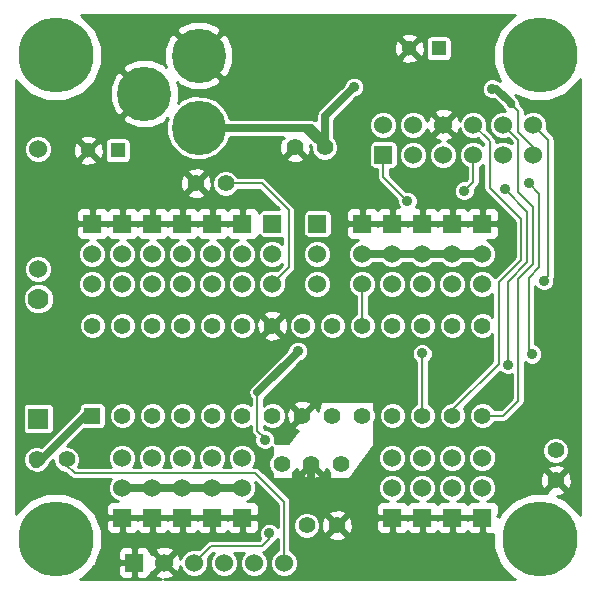
<source format=gbl>
G04 #@! TF.FileFunction,Copper,L2,Bot,Signal*
%FSLAX46Y46*%
G04 Gerber Fmt 4.6, Leading zero omitted, Abs format (unit mm)*
G04 Created by KiCad (PCBNEW 4.0.1-stable) date 7/16/2016 1:11:57 PM*
%MOMM*%
G01*
G04 APERTURE LIST*
%ADD10C,0.150000*%
%ADD11C,1.397000*%
%ADD12R,1.397000X1.397000*%
%ADD13R,1.524000X1.524000*%
%ADD14C,1.524000*%
%ADD15C,1.778000*%
%ADD16R,1.778000X1.778000*%
%ADD17C,6.350000*%
%ADD18R,1.300000X1.300000*%
%ADD19C,1.300000*%
%ADD20C,4.600000*%
%ADD21C,0.889000*%
%ADD22C,0.635000*%
%ADD23C,0.203200*%
%ADD24C,0.254000*%
G04 APERTURE END LIST*
D10*
D11*
X116788000Y-61816000D03*
X114248000Y-61816000D03*
X94944000Y-88232000D03*
X92404000Y-88232000D03*
X108406000Y-64864000D03*
X105866000Y-64864000D03*
X99652000Y-84544000D03*
X102192000Y-84544000D03*
X104732000Y-84544000D03*
X107272000Y-84544000D03*
X109812000Y-84544000D03*
X112352000Y-84544000D03*
X114892000Y-84544000D03*
X117432000Y-84544000D03*
X119972000Y-84544000D03*
X122512000Y-84544000D03*
X125052000Y-84544000D03*
X127592000Y-84544000D03*
X130132000Y-84544000D03*
D12*
X97112000Y-84544000D03*
D11*
X130132000Y-76924000D03*
X127592000Y-76924000D03*
X125052000Y-76924000D03*
X122512000Y-76924000D03*
X119972000Y-76924000D03*
X117432000Y-76924000D03*
X114892000Y-76924000D03*
X112352000Y-76924000D03*
X109812000Y-76924000D03*
X107272000Y-76924000D03*
X104732000Y-76924000D03*
X102192000Y-76924000D03*
X99652000Y-76924000D03*
X97112000Y-76924000D03*
D13*
X100650000Y-97000000D03*
D14*
X103190000Y-97000000D03*
X105730000Y-97000000D03*
X108270000Y-97000000D03*
X110810000Y-97000000D03*
X113350000Y-97000000D03*
D13*
X109812000Y-93180000D03*
D14*
X109812000Y-90640000D03*
X109812000Y-88100000D03*
D13*
X119972000Y-68288000D03*
D14*
X119972000Y-70828000D03*
X119972000Y-73368000D03*
D13*
X122512000Y-68288000D03*
D14*
X122512000Y-70828000D03*
X122512000Y-73368000D03*
D13*
X125052000Y-68288000D03*
D14*
X125052000Y-70828000D03*
X125052000Y-73368000D03*
D13*
X127592000Y-68288000D03*
D14*
X127592000Y-70828000D03*
X127592000Y-73368000D03*
D13*
X130132000Y-68288000D03*
D14*
X130132000Y-70828000D03*
X130132000Y-73368000D03*
D13*
X130132000Y-93180000D03*
D14*
X130132000Y-90640000D03*
X130132000Y-88100000D03*
D13*
X127592000Y-93180000D03*
D14*
X127592000Y-90640000D03*
X127592000Y-88100000D03*
D13*
X125052000Y-93180000D03*
D14*
X125052000Y-90640000D03*
X125052000Y-88100000D03*
D13*
X122512000Y-93180000D03*
D14*
X122512000Y-90640000D03*
X122512000Y-88100000D03*
D13*
X109812000Y-68288000D03*
D14*
X109812000Y-70828000D03*
X109812000Y-73368000D03*
D13*
X107272000Y-93180000D03*
D14*
X107272000Y-90640000D03*
X107272000Y-88100000D03*
D13*
X104732000Y-93180000D03*
D14*
X104732000Y-90640000D03*
X104732000Y-88100000D03*
D13*
X102192000Y-93180000D03*
D14*
X102192000Y-90640000D03*
X102192000Y-88100000D03*
D13*
X99652000Y-93180000D03*
D14*
X99652000Y-90640000D03*
X99652000Y-88100000D03*
D13*
X97112000Y-68288000D03*
D14*
X97112000Y-70828000D03*
X97112000Y-73368000D03*
D13*
X99652000Y-68288000D03*
D14*
X99652000Y-70828000D03*
X99652000Y-73368000D03*
D13*
X102192000Y-68288000D03*
D14*
X102192000Y-70828000D03*
X102192000Y-73368000D03*
D13*
X104732000Y-68288000D03*
D14*
X104732000Y-70828000D03*
X104732000Y-73368000D03*
D13*
X107272000Y-68288000D03*
D14*
X107272000Y-70828000D03*
X107272000Y-73368000D03*
D15*
X92540000Y-74638000D03*
D16*
X92540000Y-84798000D03*
D14*
X92540000Y-61938000D03*
X92540000Y-72098000D03*
D13*
X112352000Y-68288000D03*
D14*
X112352000Y-70828000D03*
X112352000Y-73368000D03*
D13*
X116162000Y-68288000D03*
D14*
X116162000Y-70828000D03*
X116162000Y-73368000D03*
D13*
X121750000Y-62446000D03*
D14*
X121750000Y-59906000D03*
X124290000Y-62446000D03*
X124290000Y-59906000D03*
X126830000Y-62446000D03*
X126830000Y-59906000D03*
X129370000Y-62446000D03*
X129370000Y-59906000D03*
X131910000Y-62446000D03*
X131910000Y-59906000D03*
X134450000Y-62446000D03*
X134450000Y-59906000D03*
D11*
X115264000Y-93820000D03*
X117804000Y-93820000D03*
X136346000Y-87470000D03*
X136346000Y-90010000D03*
D17*
X94000000Y-54000000D03*
X135000000Y-54000000D03*
X135000000Y-95000000D03*
X94000000Y-95000000D03*
D18*
X99262000Y-62070000D03*
D19*
X96762000Y-62070000D03*
D18*
X126440000Y-53434000D03*
D19*
X123940000Y-53434000D03*
D20*
X106120000Y-54069000D03*
X106120000Y-60169000D03*
X101520000Y-57269000D03*
D11*
X118153360Y-88608000D03*
X113154640Y-88608000D03*
X115654000Y-88608000D03*
D21*
X128599000Y-65499000D03*
X123782000Y-66383000D03*
X125043000Y-79278500D03*
X134314000Y-79342000D03*
X134060000Y-64864000D03*
X135339000Y-73114000D03*
X132282000Y-80231000D03*
X132028000Y-65372000D03*
X130948500Y-56863000D03*
X119264500Y-56736000D03*
X114502000Y-79088000D03*
X112100000Y-94500000D03*
X111708000Y-86581000D03*
D22*
X99652000Y-90640000D02*
X102192000Y-90640000D01*
X102192000Y-90640000D02*
X104732000Y-90640000D01*
X104732000Y-90640000D02*
X107272000Y-90640000D01*
X107272000Y-90640000D02*
X109812000Y-90640000D01*
X130132000Y-70828000D02*
X127592000Y-70828000D01*
X127592000Y-70828000D02*
X125052000Y-70828000D01*
X125052000Y-70828000D02*
X122512000Y-70828000D01*
X122512000Y-70828000D02*
X119972000Y-70828000D01*
D23*
X112352000Y-73368000D02*
X112352000Y-73364000D01*
X111454000Y-64864000D02*
X108406000Y-64864000D01*
X113740000Y-67150000D02*
X111454000Y-64864000D01*
X113740000Y-71976000D02*
X113740000Y-67150000D01*
X112352000Y-73364000D02*
X113740000Y-71976000D01*
X129370000Y-64728000D02*
X129370000Y-62446000D01*
X128599000Y-65499000D02*
X129370000Y-64728000D01*
X121750000Y-64351000D02*
X121750000Y-62446000D01*
X123782000Y-66383000D02*
X121750000Y-64351000D01*
X119972000Y-73368000D02*
X119972000Y-76924000D01*
X125052000Y-84544000D02*
X125052000Y-79287500D01*
X125052000Y-79287500D02*
X125043000Y-79278500D01*
X134060000Y-75024000D02*
X134060000Y-72865000D01*
X134314000Y-79342000D02*
X134060000Y-79088000D01*
X134060000Y-79088000D02*
X134060000Y-75024000D01*
X134949000Y-65880000D02*
X134949000Y-65753000D01*
X134949000Y-65753000D02*
X134060000Y-64864000D01*
X134949000Y-69817000D02*
X134949000Y-65880000D01*
X134060000Y-72865000D02*
X134949000Y-71976000D01*
X134949000Y-71976000D02*
X134949000Y-69817000D01*
X127592000Y-84544000D02*
X127592000Y-84095500D01*
X131520000Y-80167500D02*
X131520000Y-73246000D01*
X127592000Y-84095500D02*
X131520000Y-80167500D01*
X130758000Y-61308000D02*
X130758000Y-65245000D01*
X129370000Y-59920000D02*
X130758000Y-61308000D01*
X129370000Y-59906000D02*
X129370000Y-59920000D01*
X131520000Y-73246000D02*
X133425000Y-71341000D01*
X133425000Y-71341000D02*
X133425000Y-67912000D01*
X133425000Y-67912000D02*
X130758000Y-65245000D01*
X133180000Y-82834500D02*
X133180000Y-83270000D01*
X131906000Y-84544000D02*
X130132000Y-84544000D01*
X133180000Y-83270000D02*
X131906000Y-84544000D01*
X133180000Y-74643000D02*
X133180000Y-72983000D01*
X134441000Y-66896000D02*
X133180000Y-65635000D01*
X134441000Y-71722000D02*
X134441000Y-66896000D01*
X133180000Y-72983000D02*
X134441000Y-71722000D01*
X133180000Y-61176000D02*
X131910000Y-59906000D01*
X133180000Y-82834500D02*
X133180000Y-74643000D01*
X133180000Y-65635000D02*
X133180000Y-61176000D01*
X135720000Y-61176000D02*
X134450000Y-59906000D01*
X135720000Y-72733000D02*
X135720000Y-61176000D01*
X135339000Y-73114000D02*
X135720000Y-72733000D01*
X132282000Y-74897000D02*
X132282000Y-73220598D01*
X132282000Y-80231000D02*
X132282000Y-75278000D01*
X132282000Y-75278000D02*
X132282000Y-74897000D01*
X132282000Y-73220598D02*
X133933000Y-71569598D01*
X133933000Y-71569598D02*
X133933000Y-67277000D01*
X133933000Y-67277000D02*
X132028000Y-65372000D01*
D22*
X92286000Y-88608000D02*
X92409000Y-88608000D01*
X92409000Y-88608000D02*
X96473000Y-84544000D01*
X96473000Y-84544000D02*
X97112000Y-84544000D01*
D23*
X134450000Y-61825000D02*
X134450000Y-62446000D01*
D22*
X130948500Y-56863000D02*
X131329500Y-56863000D01*
X132536000Y-58069500D02*
X132536000Y-58133000D01*
X131329500Y-56863000D02*
X132536000Y-58069500D01*
D23*
X132536000Y-58133000D02*
X133171000Y-58768000D01*
X133171000Y-58768000D02*
X133171000Y-60546000D01*
X133171000Y-60546000D02*
X134450000Y-61825000D01*
D22*
X116788000Y-61816000D02*
X116416000Y-60936000D01*
X116416000Y-60936000D02*
X115645000Y-60165000D01*
X116416000Y-60936000D02*
X116788000Y-61816000D01*
X115645000Y-60165000D02*
X116416000Y-60936000D01*
X106120000Y-60165000D02*
X115645000Y-60165000D01*
X115137000Y-60165000D02*
X116788000Y-61816000D01*
X106120000Y-60165000D02*
X115137000Y-60165000D01*
X116788000Y-59212500D02*
X119264500Y-56736000D01*
X116788000Y-61816000D02*
X116788000Y-59212500D01*
X115654000Y-88608000D02*
X115654000Y-90128000D01*
X115654000Y-90128000D02*
X115645000Y-90137000D01*
D23*
X113350000Y-97000000D02*
X113350000Y-91850000D01*
X113350000Y-91850000D02*
X110900000Y-89400000D01*
X95618000Y-89400000D02*
X94826000Y-88608000D01*
X110900000Y-89400000D02*
X110438000Y-89400000D01*
X110438000Y-89400000D02*
X95618000Y-89400000D01*
D22*
X114502000Y-79088000D02*
X114502000Y-79151500D01*
X114502000Y-79151500D02*
X111073000Y-82580500D01*
D23*
X111708000Y-86581000D02*
X111708000Y-86454000D01*
X111708000Y-86454000D02*
X111073000Y-85819000D01*
X111073000Y-85819000D02*
X111073000Y-82580500D01*
X105730000Y-97000000D02*
X105734000Y-97000000D01*
X112100000Y-94952000D02*
X112100000Y-94500000D01*
X111454000Y-95598000D02*
X112100000Y-94952000D01*
X107136000Y-95598000D02*
X111454000Y-95598000D01*
X105734000Y-97000000D02*
X107136000Y-95598000D01*
X111073000Y-85819000D02*
X111708000Y-86454000D01*
D24*
G36*
X132772782Y-50660428D02*
X131664320Y-51766957D01*
X131063685Y-53213447D01*
X131062318Y-54779682D01*
X131645041Y-56189978D01*
X131616245Y-56170737D01*
X131465758Y-56140803D01*
X131445532Y-56120542D01*
X131123572Y-55986852D01*
X130774958Y-55986548D01*
X130452764Y-56119676D01*
X130206042Y-56365968D01*
X130072352Y-56687928D01*
X130072048Y-57036542D01*
X130205176Y-57358736D01*
X130451468Y-57605458D01*
X130773428Y-57739148D01*
X131122042Y-57739452D01*
X131139195Y-57732365D01*
X131878296Y-58471466D01*
X132006165Y-58662835D01*
X132080267Y-58712348D01*
X131673580Y-58711993D01*
X131234650Y-58893355D01*
X130898536Y-59228884D01*
X130716408Y-59667497D01*
X130715993Y-60142420D01*
X130897355Y-60581350D01*
X131232884Y-60917464D01*
X131671497Y-61099592D01*
X132146420Y-61100007D01*
X132290240Y-61040582D01*
X132646600Y-61396942D01*
X132646600Y-61494124D01*
X132587116Y-61434536D01*
X132148503Y-61252408D01*
X131673580Y-61251993D01*
X131291400Y-61409906D01*
X131291400Y-61308000D01*
X131265143Y-61176000D01*
X131250797Y-61103876D01*
X131191029Y-61014427D01*
X131135171Y-60930829D01*
X131135168Y-60930827D01*
X130500584Y-60296243D01*
X130563592Y-60144503D01*
X130564007Y-59669580D01*
X130382645Y-59230650D01*
X130047116Y-58894536D01*
X129608503Y-58712408D01*
X129133580Y-58711993D01*
X128694650Y-58893355D01*
X128358536Y-59228884D01*
X128212465Y-59580663D01*
X128211362Y-59558632D01*
X128052397Y-59174857D01*
X127810213Y-59105392D01*
X127009605Y-59906000D01*
X127810213Y-60706608D01*
X128052397Y-60637143D01*
X128204384Y-60211130D01*
X128357355Y-60581350D01*
X128692884Y-60917464D01*
X129131497Y-61099592D01*
X129606420Y-61100007D01*
X129740334Y-61044675D01*
X130224600Y-61528941D01*
X130224600Y-61612329D01*
X130047116Y-61434536D01*
X129608503Y-61252408D01*
X129133580Y-61251993D01*
X128694650Y-61433355D01*
X128358536Y-61768884D01*
X128176408Y-62207497D01*
X128175993Y-62682420D01*
X128357355Y-63121350D01*
X128692884Y-63457464D01*
X128836600Y-63517140D01*
X128836600Y-64507058D01*
X128720852Y-64622806D01*
X128425458Y-64622548D01*
X128103264Y-64755676D01*
X127856542Y-65001968D01*
X127722852Y-65323928D01*
X127722548Y-65672542D01*
X127855676Y-65994736D01*
X128101968Y-66241458D01*
X128423928Y-66375148D01*
X128772542Y-66375452D01*
X129094736Y-66242324D01*
X129341458Y-65996032D01*
X129475148Y-65674072D01*
X129475407Y-65376935D01*
X129747171Y-65105171D01*
X129862797Y-64932123D01*
X129903401Y-64728000D01*
X129903400Y-64727995D01*
X129903400Y-63517297D01*
X130045350Y-63458645D01*
X130224600Y-63279707D01*
X130224600Y-65245000D01*
X130265203Y-65449123D01*
X130380829Y-65622171D01*
X132891600Y-68132941D01*
X132891600Y-71120058D01*
X131195626Y-72816032D01*
X131144645Y-72692650D01*
X130809116Y-72356536D01*
X130370503Y-72174408D01*
X129895580Y-72173993D01*
X129456650Y-72355355D01*
X129120536Y-72690884D01*
X128938408Y-73129497D01*
X128937993Y-73604420D01*
X129119355Y-74043350D01*
X129454884Y-74379464D01*
X129893497Y-74561592D01*
X130368420Y-74562007D01*
X130807350Y-74380645D01*
X130986600Y-74201707D01*
X130986600Y-76180210D01*
X130773100Y-75966337D01*
X130357817Y-75793897D01*
X129908156Y-75793504D01*
X129492573Y-75965219D01*
X129174337Y-76282900D01*
X129001897Y-76698183D01*
X129001504Y-77147844D01*
X129173219Y-77563427D01*
X129490900Y-77881663D01*
X129906183Y-78054103D01*
X130355844Y-78054496D01*
X130771427Y-77882781D01*
X130986600Y-77667983D01*
X130986600Y-79946558D01*
X127519522Y-83413636D01*
X127368156Y-83413504D01*
X126952573Y-83585219D01*
X126634337Y-83902900D01*
X126461897Y-84318183D01*
X126461504Y-84767844D01*
X126633219Y-85183427D01*
X126950900Y-85501663D01*
X127366183Y-85674103D01*
X127815844Y-85674496D01*
X128231427Y-85502781D01*
X128549663Y-85185100D01*
X128722103Y-84769817D01*
X128722496Y-84320156D01*
X128550781Y-83904573D01*
X128544031Y-83897811D01*
X131626814Y-80815028D01*
X131784968Y-80973458D01*
X132106928Y-81107148D01*
X132455542Y-81107452D01*
X132646600Y-81028508D01*
X132646600Y-83049058D01*
X131685058Y-84010600D01*
X131134590Y-84010600D01*
X131090781Y-83904573D01*
X130773100Y-83586337D01*
X130357817Y-83413897D01*
X129908156Y-83413504D01*
X129492573Y-83585219D01*
X129174337Y-83902900D01*
X129001897Y-84318183D01*
X129001504Y-84767844D01*
X129173219Y-85183427D01*
X129490900Y-85501663D01*
X129906183Y-85674103D01*
X130355844Y-85674496D01*
X130771427Y-85502781D01*
X131089663Y-85185100D01*
X131134384Y-85077400D01*
X131906000Y-85077400D01*
X132110123Y-85036797D01*
X132283171Y-84921171D01*
X133557171Y-83647171D01*
X133672797Y-83474123D01*
X133713400Y-83270000D01*
X133713400Y-79980709D01*
X133816968Y-80084458D01*
X134138928Y-80218148D01*
X134487542Y-80218452D01*
X134809736Y-80085324D01*
X135056458Y-79839032D01*
X135190148Y-79517072D01*
X135190452Y-79168458D01*
X135057324Y-78846264D01*
X134811032Y-78599542D01*
X134593400Y-78509173D01*
X134593400Y-73604228D01*
X134595676Y-73609736D01*
X134841968Y-73856458D01*
X135163928Y-73990148D01*
X135512542Y-73990452D01*
X135834736Y-73857324D01*
X136081458Y-73611032D01*
X136215148Y-73289072D01*
X136215452Y-72940458D01*
X136213212Y-72935037D01*
X136253400Y-72733000D01*
X136253400Y-61176000D01*
X136239054Y-61103877D01*
X136212797Y-60971876D01*
X136097171Y-60798829D01*
X135584692Y-60286350D01*
X135643592Y-60144503D01*
X135644007Y-59669580D01*
X135462645Y-59230650D01*
X135127116Y-58894536D01*
X134688503Y-58712408D01*
X134213580Y-58711993D01*
X133774650Y-58893355D01*
X133704400Y-58963483D01*
X133704400Y-58768005D01*
X133704401Y-58768000D01*
X133663797Y-58563877D01*
X133548171Y-58390829D01*
X133548168Y-58390827D01*
X133285300Y-58127959D01*
X133285300Y-58069500D01*
X133228263Y-57782755D01*
X133065835Y-57539665D01*
X132929233Y-57403063D01*
X134213447Y-57936315D01*
X135779682Y-57937682D01*
X137227218Y-57339572D01*
X138335680Y-56233043D01*
X138399700Y-56078866D01*
X138399700Y-92918303D01*
X138339572Y-92772782D01*
X137233043Y-91664320D01*
X136451374Y-91339743D01*
X136683199Y-91327148D01*
X137038929Y-91179800D01*
X137100583Y-90944188D01*
X136346000Y-90189605D01*
X135591417Y-90944188D01*
X135622649Y-91063542D01*
X134220318Y-91062318D01*
X132772782Y-91660428D01*
X131664320Y-92766957D01*
X131529000Y-93092844D01*
X131529000Y-93052998D01*
X131370252Y-93052998D01*
X131529000Y-92894250D01*
X131529000Y-92291691D01*
X131432327Y-92058302D01*
X131253699Y-91879673D01*
X131020310Y-91783000D01*
X130491866Y-91783000D01*
X130807350Y-91652645D01*
X131143464Y-91317116D01*
X131325592Y-90878503D01*
X131326007Y-90403580D01*
X131144645Y-89964650D01*
X130997732Y-89817480D01*
X135000073Y-89817480D01*
X135028852Y-90347199D01*
X135176200Y-90702929D01*
X135411812Y-90764583D01*
X136166395Y-90010000D01*
X136525605Y-90010000D01*
X137280188Y-90764583D01*
X137515800Y-90702929D01*
X137691927Y-90202520D01*
X137663148Y-89672801D01*
X137515800Y-89317071D01*
X137280188Y-89255417D01*
X136525605Y-90010000D01*
X136166395Y-90010000D01*
X135411812Y-89255417D01*
X135176200Y-89317071D01*
X135000073Y-89817480D01*
X130997732Y-89817480D01*
X130809116Y-89628536D01*
X130370503Y-89446408D01*
X129895580Y-89445993D01*
X129456650Y-89627355D01*
X129120536Y-89962884D01*
X128938408Y-90401497D01*
X128937993Y-90876420D01*
X129119355Y-91315350D01*
X129454884Y-91651464D01*
X129771658Y-91783000D01*
X129243690Y-91783000D01*
X129010301Y-91879673D01*
X128862000Y-92027975D01*
X128713699Y-91879673D01*
X128480310Y-91783000D01*
X127951866Y-91783000D01*
X128267350Y-91652645D01*
X128603464Y-91317116D01*
X128785592Y-90878503D01*
X128786007Y-90403580D01*
X128604645Y-89964650D01*
X128269116Y-89628536D01*
X127830503Y-89446408D01*
X127355580Y-89445993D01*
X126916650Y-89627355D01*
X126580536Y-89962884D01*
X126398408Y-90401497D01*
X126397993Y-90876420D01*
X126579355Y-91315350D01*
X126914884Y-91651464D01*
X127231658Y-91783000D01*
X126703690Y-91783000D01*
X126470301Y-91879673D01*
X126322000Y-92027975D01*
X126173699Y-91879673D01*
X125940310Y-91783000D01*
X125411866Y-91783000D01*
X125727350Y-91652645D01*
X126063464Y-91317116D01*
X126245592Y-90878503D01*
X126246007Y-90403580D01*
X126064645Y-89964650D01*
X125729116Y-89628536D01*
X125290503Y-89446408D01*
X124815580Y-89445993D01*
X124376650Y-89627355D01*
X124040536Y-89962884D01*
X123858408Y-90401497D01*
X123857993Y-90876420D01*
X124039355Y-91315350D01*
X124374884Y-91651464D01*
X124691658Y-91783000D01*
X124163690Y-91783000D01*
X123930301Y-91879673D01*
X123782000Y-92027975D01*
X123633699Y-91879673D01*
X123400310Y-91783000D01*
X122871866Y-91783000D01*
X123187350Y-91652645D01*
X123523464Y-91317116D01*
X123705592Y-90878503D01*
X123706007Y-90403580D01*
X123524645Y-89964650D01*
X123189116Y-89628536D01*
X122750503Y-89446408D01*
X122275580Y-89445993D01*
X121836650Y-89627355D01*
X121500536Y-89962884D01*
X121318408Y-90401497D01*
X121317993Y-90876420D01*
X121499355Y-91315350D01*
X121834884Y-91651464D01*
X122151658Y-91783000D01*
X121623690Y-91783000D01*
X121390301Y-91879673D01*
X121211673Y-92058302D01*
X121115000Y-92291691D01*
X121115000Y-92894250D01*
X121273750Y-93053000D01*
X122385000Y-93053000D01*
X122385000Y-93033000D01*
X122639000Y-93033000D01*
X122639000Y-93053000D01*
X123750250Y-93053000D01*
X123782000Y-93021250D01*
X123813750Y-93053000D01*
X124925000Y-93053000D01*
X124925000Y-93033000D01*
X125179000Y-93033000D01*
X125179000Y-93053000D01*
X126290250Y-93053000D01*
X126322000Y-93021250D01*
X126353750Y-93053000D01*
X127465000Y-93053000D01*
X127465000Y-93033000D01*
X127719000Y-93033000D01*
X127719000Y-93053000D01*
X128830250Y-93053000D01*
X128862000Y-93021250D01*
X128893750Y-93053000D01*
X130005000Y-93053000D01*
X130005000Y-93033000D01*
X130259000Y-93033000D01*
X130259000Y-93053000D01*
X130279000Y-93053000D01*
X130279000Y-93307000D01*
X130259000Y-93307000D01*
X130259000Y-94418250D01*
X130417750Y-94577000D01*
X131020310Y-94577000D01*
X131063383Y-94559158D01*
X131062318Y-95779682D01*
X131660428Y-97227218D01*
X132766957Y-98335680D01*
X132921134Y-98399700D01*
X103170987Y-98399700D01*
X103537368Y-98381362D01*
X103921143Y-98222397D01*
X103990608Y-97980213D01*
X103190000Y-97179605D01*
X102389392Y-97980213D01*
X102458857Y-98222397D01*
X102955831Y-98399700D01*
X96081697Y-98399700D01*
X96227218Y-98339572D01*
X97282880Y-97285750D01*
X99253000Y-97285750D01*
X99253000Y-97888310D01*
X99349673Y-98121699D01*
X99528302Y-98300327D01*
X99761691Y-98397000D01*
X100364250Y-98397000D01*
X100523000Y-98238250D01*
X100523000Y-97127000D01*
X99411750Y-97127000D01*
X99253000Y-97285750D01*
X97282880Y-97285750D01*
X97335680Y-97233043D01*
X97801306Y-96111690D01*
X99253000Y-96111690D01*
X99253000Y-96714250D01*
X99411750Y-96873000D01*
X100523000Y-96873000D01*
X100523000Y-95761750D01*
X100777000Y-95761750D01*
X100777000Y-96873000D01*
X100797000Y-96873000D01*
X100797000Y-97127000D01*
X100777000Y-97127000D01*
X100777000Y-98238250D01*
X100935750Y-98397000D01*
X101538309Y-98397000D01*
X101771698Y-98300327D01*
X101950327Y-98121699D01*
X102047000Y-97888310D01*
X102047000Y-97753916D01*
X102209787Y-97800608D01*
X103010395Y-97000000D01*
X102209787Y-96199392D01*
X102047000Y-96246084D01*
X102047000Y-96111690D01*
X102008933Y-96019787D01*
X102389392Y-96019787D01*
X103190000Y-96820395D01*
X103990608Y-96019787D01*
X103921143Y-95777603D01*
X103397698Y-95590856D01*
X102842632Y-95618638D01*
X102458857Y-95777603D01*
X102389392Y-96019787D01*
X102008933Y-96019787D01*
X101950327Y-95878301D01*
X101771698Y-95699673D01*
X101538309Y-95603000D01*
X100935750Y-95603000D01*
X100777000Y-95761750D01*
X100523000Y-95761750D01*
X100364250Y-95603000D01*
X99761691Y-95603000D01*
X99528302Y-95699673D01*
X99349673Y-95878301D01*
X99253000Y-96111690D01*
X97801306Y-96111690D01*
X97936315Y-95786553D01*
X97937682Y-94220318D01*
X97625901Y-93465750D01*
X98255000Y-93465750D01*
X98255000Y-94068309D01*
X98351673Y-94301698D01*
X98530301Y-94480327D01*
X98763690Y-94577000D01*
X99366250Y-94577000D01*
X99525000Y-94418250D01*
X99525000Y-93307000D01*
X99779000Y-93307000D01*
X99779000Y-94418250D01*
X99937750Y-94577000D01*
X100540310Y-94577000D01*
X100773699Y-94480327D01*
X100922000Y-94332025D01*
X101070301Y-94480327D01*
X101303690Y-94577000D01*
X101906250Y-94577000D01*
X102065000Y-94418250D01*
X102065000Y-93307000D01*
X102319000Y-93307000D01*
X102319000Y-94418250D01*
X102477750Y-94577000D01*
X103080310Y-94577000D01*
X103313699Y-94480327D01*
X103462000Y-94332025D01*
X103610301Y-94480327D01*
X103843690Y-94577000D01*
X104446250Y-94577000D01*
X104605000Y-94418250D01*
X104605000Y-93307000D01*
X104859000Y-93307000D01*
X104859000Y-94418250D01*
X105017750Y-94577000D01*
X105620310Y-94577000D01*
X105853699Y-94480327D01*
X106002000Y-94332025D01*
X106150301Y-94480327D01*
X106383690Y-94577000D01*
X106986250Y-94577000D01*
X107145000Y-94418250D01*
X107145000Y-93307000D01*
X107399000Y-93307000D01*
X107399000Y-94418250D01*
X107557750Y-94577000D01*
X108160310Y-94577000D01*
X108393699Y-94480327D01*
X108542000Y-94332025D01*
X108690301Y-94480327D01*
X108923690Y-94577000D01*
X109526250Y-94577000D01*
X109685000Y-94418250D01*
X109685000Y-93307000D01*
X109939000Y-93307000D01*
X109939000Y-94418250D01*
X110097750Y-94577000D01*
X110700310Y-94577000D01*
X110933699Y-94480327D01*
X111112327Y-94301698D01*
X111209000Y-94068309D01*
X111209000Y-93465750D01*
X111050250Y-93307000D01*
X109939000Y-93307000D01*
X109685000Y-93307000D01*
X108573750Y-93307000D01*
X108542000Y-93338750D01*
X108510250Y-93307000D01*
X107399000Y-93307000D01*
X107145000Y-93307000D01*
X106033750Y-93307000D01*
X106002000Y-93338750D01*
X105970250Y-93307000D01*
X104859000Y-93307000D01*
X104605000Y-93307000D01*
X103493750Y-93307000D01*
X103462000Y-93338750D01*
X103430250Y-93307000D01*
X102319000Y-93307000D01*
X102065000Y-93307000D01*
X100953750Y-93307000D01*
X100922000Y-93338750D01*
X100890250Y-93307000D01*
X99779000Y-93307000D01*
X99525000Y-93307000D01*
X98413750Y-93307000D01*
X98255000Y-93465750D01*
X97625901Y-93465750D01*
X97339572Y-92772782D01*
X96233043Y-91664320D01*
X94786553Y-91063685D01*
X93220318Y-91062318D01*
X91772782Y-91660428D01*
X90664320Y-92766957D01*
X90622300Y-92868152D01*
X90622300Y-88455844D01*
X91273504Y-88455844D01*
X91445219Y-88871427D01*
X91762900Y-89189663D01*
X91950007Y-89267356D01*
X91999255Y-89300263D01*
X92056841Y-89311718D01*
X92178183Y-89362103D01*
X92627844Y-89362496D01*
X93043427Y-89190781D01*
X93361663Y-88873100D01*
X93473923Y-88602747D01*
X93813673Y-88262997D01*
X93813504Y-88455844D01*
X93985219Y-88871427D01*
X94302900Y-89189663D01*
X94718183Y-89362103D01*
X94825855Y-89362197D01*
X95240829Y-89777171D01*
X95413877Y-89892797D01*
X95618000Y-89933400D01*
X98670071Y-89933400D01*
X98640536Y-89962884D01*
X98458408Y-90401497D01*
X98457993Y-90876420D01*
X98639355Y-91315350D01*
X98974884Y-91651464D01*
X99291658Y-91783000D01*
X98763690Y-91783000D01*
X98530301Y-91879673D01*
X98351673Y-92058302D01*
X98255000Y-92291691D01*
X98255000Y-92894250D01*
X98413750Y-93053000D01*
X99525000Y-93053000D01*
X99525000Y-93033000D01*
X99779000Y-93033000D01*
X99779000Y-93053000D01*
X100890250Y-93053000D01*
X100922000Y-93021250D01*
X100953750Y-93053000D01*
X102065000Y-93053000D01*
X102065000Y-93033000D01*
X102319000Y-93033000D01*
X102319000Y-93053000D01*
X103430250Y-93053000D01*
X103462000Y-93021250D01*
X103493750Y-93053000D01*
X104605000Y-93053000D01*
X104605000Y-93033000D01*
X104859000Y-93033000D01*
X104859000Y-93053000D01*
X105970250Y-93053000D01*
X106002000Y-93021250D01*
X106033750Y-93053000D01*
X107145000Y-93053000D01*
X107145000Y-93033000D01*
X107399000Y-93033000D01*
X107399000Y-93053000D01*
X108510250Y-93053000D01*
X108542000Y-93021250D01*
X108573750Y-93053000D01*
X109685000Y-93053000D01*
X109685000Y-93033000D01*
X109939000Y-93033000D01*
X109939000Y-93053000D01*
X111050250Y-93053000D01*
X111209000Y-92894250D01*
X111209000Y-92291691D01*
X111112327Y-92058302D01*
X110933699Y-91879673D01*
X110700310Y-91783000D01*
X110171866Y-91783000D01*
X110487350Y-91652645D01*
X110823464Y-91317116D01*
X111005592Y-90878503D01*
X111006007Y-90403580D01*
X110905153Y-90159495D01*
X112816600Y-92070942D01*
X112816600Y-93977493D01*
X112597032Y-93757542D01*
X112275072Y-93623852D01*
X111926458Y-93623548D01*
X111604264Y-93756676D01*
X111357542Y-94002968D01*
X111223852Y-94324928D01*
X111223548Y-94673542D01*
X111340667Y-94956991D01*
X111233058Y-95064600D01*
X107136000Y-95064600D01*
X106931876Y-95105203D01*
X106862563Y-95151516D01*
X106758829Y-95220829D01*
X106758827Y-95220832D01*
X106113177Y-95866482D01*
X105968503Y-95806408D01*
X105493580Y-95805993D01*
X105054650Y-95987355D01*
X104718536Y-96322884D01*
X104572465Y-96674663D01*
X104571362Y-96652632D01*
X104412397Y-96268857D01*
X104170213Y-96199392D01*
X103369605Y-97000000D01*
X104170213Y-97800608D01*
X104412397Y-97731143D01*
X104564384Y-97305130D01*
X104717355Y-97675350D01*
X105052884Y-98011464D01*
X105491497Y-98193592D01*
X105966420Y-98194007D01*
X106405350Y-98012645D01*
X106741464Y-97677116D01*
X106923592Y-97238503D01*
X106924007Y-96763580D01*
X106865751Y-96622590D01*
X107356941Y-96131400D01*
X107450354Y-96131400D01*
X107258536Y-96322884D01*
X107076408Y-96761497D01*
X107075993Y-97236420D01*
X107257355Y-97675350D01*
X107592884Y-98011464D01*
X108031497Y-98193592D01*
X108506420Y-98194007D01*
X108945350Y-98012645D01*
X109281464Y-97677116D01*
X109463592Y-97238503D01*
X109464007Y-96763580D01*
X109282645Y-96324650D01*
X109089731Y-96131400D01*
X109990354Y-96131400D01*
X109798536Y-96322884D01*
X109616408Y-96761497D01*
X109615993Y-97236420D01*
X109797355Y-97675350D01*
X110132884Y-98011464D01*
X110571497Y-98193592D01*
X111046420Y-98194007D01*
X111485350Y-98012645D01*
X111821464Y-97677116D01*
X112003592Y-97238503D01*
X112004007Y-96763580D01*
X111822645Y-96324650D01*
X111600618Y-96102236D01*
X111658123Y-96090797D01*
X111831171Y-95975171D01*
X112477171Y-95329171D01*
X112511190Y-95278258D01*
X112595736Y-95243324D01*
X112816600Y-95022845D01*
X112816600Y-95928703D01*
X112674650Y-95987355D01*
X112338536Y-96322884D01*
X112156408Y-96761497D01*
X112155993Y-97236420D01*
X112337355Y-97675350D01*
X112672884Y-98011464D01*
X113111497Y-98193592D01*
X113586420Y-98194007D01*
X114025350Y-98012645D01*
X114361464Y-97677116D01*
X114543592Y-97238503D01*
X114544007Y-96763580D01*
X114362645Y-96324650D01*
X114027116Y-95988536D01*
X113883400Y-95928860D01*
X113883400Y-94043844D01*
X114133504Y-94043844D01*
X114305219Y-94459427D01*
X114622900Y-94777663D01*
X115038183Y-94950103D01*
X115487844Y-94950496D01*
X115903427Y-94778781D01*
X115928062Y-94754188D01*
X117049417Y-94754188D01*
X117111071Y-94989800D01*
X117611480Y-95165927D01*
X118141199Y-95137148D01*
X118496929Y-94989800D01*
X118558583Y-94754188D01*
X117804000Y-93999605D01*
X117049417Y-94754188D01*
X115928062Y-94754188D01*
X116221663Y-94461100D01*
X116394103Y-94045817D01*
X116394468Y-93627480D01*
X116458073Y-93627480D01*
X116486852Y-94157199D01*
X116634200Y-94512929D01*
X116869812Y-94574583D01*
X117624395Y-93820000D01*
X117983605Y-93820000D01*
X118738188Y-94574583D01*
X118973800Y-94512929D01*
X119149927Y-94012520D01*
X119121148Y-93482801D01*
X119114086Y-93465750D01*
X121115000Y-93465750D01*
X121115000Y-94068309D01*
X121211673Y-94301698D01*
X121390301Y-94480327D01*
X121623690Y-94577000D01*
X122226250Y-94577000D01*
X122385000Y-94418250D01*
X122385000Y-93307000D01*
X122639000Y-93307000D01*
X122639000Y-94418250D01*
X122797750Y-94577000D01*
X123400310Y-94577000D01*
X123633699Y-94480327D01*
X123782000Y-94332025D01*
X123930301Y-94480327D01*
X124163690Y-94577000D01*
X124766250Y-94577000D01*
X124925000Y-94418250D01*
X124925000Y-93307000D01*
X125179000Y-93307000D01*
X125179000Y-94418250D01*
X125337750Y-94577000D01*
X125940310Y-94577000D01*
X126173699Y-94480327D01*
X126322000Y-94332025D01*
X126470301Y-94480327D01*
X126703690Y-94577000D01*
X127306250Y-94577000D01*
X127465000Y-94418250D01*
X127465000Y-93307000D01*
X127719000Y-93307000D01*
X127719000Y-94418250D01*
X127877750Y-94577000D01*
X128480310Y-94577000D01*
X128713699Y-94480327D01*
X128862000Y-94332025D01*
X129010301Y-94480327D01*
X129243690Y-94577000D01*
X129846250Y-94577000D01*
X130005000Y-94418250D01*
X130005000Y-93307000D01*
X128893750Y-93307000D01*
X128862000Y-93338750D01*
X128830250Y-93307000D01*
X127719000Y-93307000D01*
X127465000Y-93307000D01*
X126353750Y-93307000D01*
X126322000Y-93338750D01*
X126290250Y-93307000D01*
X125179000Y-93307000D01*
X124925000Y-93307000D01*
X123813750Y-93307000D01*
X123782000Y-93338750D01*
X123750250Y-93307000D01*
X122639000Y-93307000D01*
X122385000Y-93307000D01*
X121273750Y-93307000D01*
X121115000Y-93465750D01*
X119114086Y-93465750D01*
X118973800Y-93127071D01*
X118738188Y-93065417D01*
X117983605Y-93820000D01*
X117624395Y-93820000D01*
X116869812Y-93065417D01*
X116634200Y-93127071D01*
X116458073Y-93627480D01*
X116394468Y-93627480D01*
X116394496Y-93596156D01*
X116222781Y-93180573D01*
X115928535Y-92885812D01*
X117049417Y-92885812D01*
X117804000Y-93640395D01*
X118558583Y-92885812D01*
X118496929Y-92650200D01*
X117996520Y-92474073D01*
X117466801Y-92502852D01*
X117111071Y-92650200D01*
X117049417Y-92885812D01*
X115928535Y-92885812D01*
X115905100Y-92862337D01*
X115489817Y-92689897D01*
X115040156Y-92689504D01*
X114624573Y-92861219D01*
X114306337Y-93178900D01*
X114133897Y-93594183D01*
X114133504Y-94043844D01*
X113883400Y-94043844D01*
X113883400Y-91850000D01*
X113846466Y-91664320D01*
X113842797Y-91645876D01*
X113727171Y-91472829D01*
X111277171Y-89022829D01*
X111104123Y-88907203D01*
X110900000Y-88866600D01*
X110733824Y-88866600D01*
X110823464Y-88777116D01*
X111005592Y-88338503D01*
X111006007Y-87863580D01*
X110824645Y-87424650D01*
X110489116Y-87088536D01*
X110050503Y-86906408D01*
X109575580Y-86905993D01*
X109136650Y-87087355D01*
X108800536Y-87422884D01*
X108618408Y-87861497D01*
X108617993Y-88336420D01*
X108799355Y-88775350D01*
X108890446Y-88866600D01*
X108193824Y-88866600D01*
X108283464Y-88777116D01*
X108465592Y-88338503D01*
X108466007Y-87863580D01*
X108284645Y-87424650D01*
X107949116Y-87088536D01*
X107510503Y-86906408D01*
X107035580Y-86905993D01*
X106596650Y-87087355D01*
X106260536Y-87422884D01*
X106078408Y-87861497D01*
X106077993Y-88336420D01*
X106259355Y-88775350D01*
X106350446Y-88866600D01*
X105653824Y-88866600D01*
X105743464Y-88777116D01*
X105925592Y-88338503D01*
X105926007Y-87863580D01*
X105744645Y-87424650D01*
X105409116Y-87088536D01*
X104970503Y-86906408D01*
X104495580Y-86905993D01*
X104056650Y-87087355D01*
X103720536Y-87422884D01*
X103538408Y-87861497D01*
X103537993Y-88336420D01*
X103719355Y-88775350D01*
X103810446Y-88866600D01*
X103113824Y-88866600D01*
X103203464Y-88777116D01*
X103385592Y-88338503D01*
X103386007Y-87863580D01*
X103204645Y-87424650D01*
X102869116Y-87088536D01*
X102430503Y-86906408D01*
X101955580Y-86905993D01*
X101516650Y-87087355D01*
X101180536Y-87422884D01*
X100998408Y-87861497D01*
X100997993Y-88336420D01*
X101179355Y-88775350D01*
X101270446Y-88866600D01*
X100573824Y-88866600D01*
X100663464Y-88777116D01*
X100845592Y-88338503D01*
X100846007Y-87863580D01*
X100664645Y-87424650D01*
X100329116Y-87088536D01*
X99890503Y-86906408D01*
X99415580Y-86905993D01*
X98976650Y-87087355D01*
X98640536Y-87422884D01*
X98458408Y-87861497D01*
X98457993Y-88336420D01*
X98639355Y-88775350D01*
X98730446Y-88866600D01*
X95904362Y-88866600D01*
X96074103Y-88457817D01*
X96074496Y-88008156D01*
X95902781Y-87592573D01*
X95585100Y-87274337D01*
X95169817Y-87101897D01*
X94974943Y-87101727D01*
X96397210Y-85679460D01*
X96413500Y-85682759D01*
X97810500Y-85682759D01*
X97970515Y-85652650D01*
X98117480Y-85558081D01*
X98216073Y-85413785D01*
X98250759Y-85242500D01*
X98250759Y-84767844D01*
X98521504Y-84767844D01*
X98693219Y-85183427D01*
X99010900Y-85501663D01*
X99426183Y-85674103D01*
X99875844Y-85674496D01*
X100291427Y-85502781D01*
X100609663Y-85185100D01*
X100782103Y-84769817D01*
X100782104Y-84767844D01*
X101061504Y-84767844D01*
X101233219Y-85183427D01*
X101550900Y-85501663D01*
X101966183Y-85674103D01*
X102415844Y-85674496D01*
X102831427Y-85502781D01*
X103149663Y-85185100D01*
X103322103Y-84769817D01*
X103322104Y-84767844D01*
X103601504Y-84767844D01*
X103773219Y-85183427D01*
X104090900Y-85501663D01*
X104506183Y-85674103D01*
X104955844Y-85674496D01*
X105371427Y-85502781D01*
X105689663Y-85185100D01*
X105862103Y-84769817D01*
X105862104Y-84767844D01*
X106141504Y-84767844D01*
X106313219Y-85183427D01*
X106630900Y-85501663D01*
X107046183Y-85674103D01*
X107495844Y-85674496D01*
X107911427Y-85502781D01*
X108229663Y-85185100D01*
X108402103Y-84769817D01*
X108402104Y-84767844D01*
X108681504Y-84767844D01*
X108853219Y-85183427D01*
X109170900Y-85501663D01*
X109586183Y-85674103D01*
X110035844Y-85674496D01*
X110451427Y-85502781D01*
X110539600Y-85414762D01*
X110539600Y-85819000D01*
X110580203Y-86023123D01*
X110695829Y-86196171D01*
X110853486Y-86353828D01*
X110831852Y-86405928D01*
X110831548Y-86754542D01*
X110964676Y-87076736D01*
X111210968Y-87323458D01*
X111532928Y-87457148D01*
X111881542Y-87457452D01*
X112203736Y-87324324D01*
X112343000Y-87185303D01*
X112343000Y-87821132D01*
X112196977Y-87966900D01*
X112024537Y-88382183D01*
X112024144Y-88831844D01*
X112195859Y-89247427D01*
X112343000Y-89394825D01*
X112343000Y-89756000D01*
X112351685Y-89802159D01*
X112378965Y-89844553D01*
X112420590Y-89872994D01*
X112470000Y-89883000D01*
X113994000Y-89883000D01*
X114040159Y-89874315D01*
X114082553Y-89847035D01*
X114110994Y-89805410D01*
X114121000Y-89756000D01*
X114121000Y-89542188D01*
X114899417Y-89542188D01*
X114961071Y-89777800D01*
X115461480Y-89953927D01*
X115991199Y-89925148D01*
X116346929Y-89777800D01*
X116408583Y-89542188D01*
X115654000Y-88787605D01*
X114899417Y-89542188D01*
X114121000Y-89542188D01*
X114121000Y-89311500D01*
X114401453Y-89101160D01*
X114484200Y-89300929D01*
X114719812Y-89362583D01*
X115469395Y-88613000D01*
X115838605Y-88613000D01*
X116588188Y-89362583D01*
X116823800Y-89300929D01*
X116913752Y-89045358D01*
X117169000Y-89300606D01*
X117169000Y-89756000D01*
X117177685Y-89802159D01*
X117204965Y-89844553D01*
X117246590Y-89872994D01*
X117296000Y-89883000D01*
X118820000Y-89883000D01*
X118885556Y-89864772D01*
X118922709Y-89830698D01*
X120009456Y-88336420D01*
X121317993Y-88336420D01*
X121499355Y-88775350D01*
X121834884Y-89111464D01*
X122273497Y-89293592D01*
X122748420Y-89294007D01*
X123187350Y-89112645D01*
X123523464Y-88777116D01*
X123705592Y-88338503D01*
X123705593Y-88336420D01*
X123857993Y-88336420D01*
X124039355Y-88775350D01*
X124374884Y-89111464D01*
X124813497Y-89293592D01*
X125288420Y-89294007D01*
X125727350Y-89112645D01*
X126063464Y-88777116D01*
X126245592Y-88338503D01*
X126245593Y-88336420D01*
X126397993Y-88336420D01*
X126579355Y-88775350D01*
X126914884Y-89111464D01*
X127353497Y-89293592D01*
X127828420Y-89294007D01*
X128267350Y-89112645D01*
X128603464Y-88777116D01*
X128785592Y-88338503D01*
X128785593Y-88336420D01*
X128937993Y-88336420D01*
X129119355Y-88775350D01*
X129454884Y-89111464D01*
X129893497Y-89293592D01*
X130368420Y-89294007D01*
X130807350Y-89112645D01*
X130844247Y-89075812D01*
X135591417Y-89075812D01*
X136346000Y-89830395D01*
X137100583Y-89075812D01*
X137038929Y-88840200D01*
X136538520Y-88664073D01*
X136008801Y-88692852D01*
X135653071Y-88840200D01*
X135591417Y-89075812D01*
X130844247Y-89075812D01*
X131143464Y-88777116D01*
X131325592Y-88338503D01*
X131326007Y-87863580D01*
X131255874Y-87693844D01*
X135215504Y-87693844D01*
X135387219Y-88109427D01*
X135704900Y-88427663D01*
X136120183Y-88600103D01*
X136569844Y-88600496D01*
X136985427Y-88428781D01*
X137303663Y-88111100D01*
X137476103Y-87695817D01*
X137476496Y-87246156D01*
X137304781Y-86830573D01*
X136987100Y-86512337D01*
X136571817Y-86339897D01*
X136122156Y-86339504D01*
X135706573Y-86511219D01*
X135388337Y-86828900D01*
X135215897Y-87244183D01*
X135215504Y-87693844D01*
X131255874Y-87693844D01*
X131144645Y-87424650D01*
X130809116Y-87088536D01*
X130370503Y-86906408D01*
X129895580Y-86905993D01*
X129456650Y-87087355D01*
X129120536Y-87422884D01*
X128938408Y-87861497D01*
X128937993Y-88336420D01*
X128785593Y-88336420D01*
X128786007Y-87863580D01*
X128604645Y-87424650D01*
X128269116Y-87088536D01*
X127830503Y-86906408D01*
X127355580Y-86905993D01*
X126916650Y-87087355D01*
X126580536Y-87422884D01*
X126398408Y-87861497D01*
X126397993Y-88336420D01*
X126245593Y-88336420D01*
X126246007Y-87863580D01*
X126064645Y-87424650D01*
X125729116Y-87088536D01*
X125290503Y-86906408D01*
X124815580Y-86905993D01*
X124376650Y-87087355D01*
X124040536Y-87422884D01*
X123858408Y-87861497D01*
X123857993Y-88336420D01*
X123705593Y-88336420D01*
X123706007Y-87863580D01*
X123524645Y-87424650D01*
X123189116Y-87088536D01*
X122750503Y-86906408D01*
X122275580Y-86905993D01*
X121836650Y-87087355D01*
X121500536Y-87422884D01*
X121318408Y-87861497D01*
X121317993Y-88336420D01*
X120009456Y-88336420D01*
X120954709Y-87036698D01*
X120968994Y-87011410D01*
X120979000Y-86962000D01*
X120979000Y-85066283D01*
X121102103Y-84769817D01*
X121102104Y-84767844D01*
X121381504Y-84767844D01*
X121553219Y-85183427D01*
X121870900Y-85501663D01*
X122286183Y-85674103D01*
X122735844Y-85674496D01*
X123151427Y-85502781D01*
X123469663Y-85185100D01*
X123642103Y-84769817D01*
X123642104Y-84767844D01*
X123921504Y-84767844D01*
X124093219Y-85183427D01*
X124410900Y-85501663D01*
X124826183Y-85674103D01*
X125275844Y-85674496D01*
X125691427Y-85502781D01*
X126009663Y-85185100D01*
X126182103Y-84769817D01*
X126182496Y-84320156D01*
X126010781Y-83904573D01*
X125693100Y-83586337D01*
X125585400Y-83541616D01*
X125585400Y-79975241D01*
X125785458Y-79775532D01*
X125919148Y-79453572D01*
X125919452Y-79104958D01*
X125786324Y-78782764D01*
X125540032Y-78536042D01*
X125218072Y-78402352D01*
X124869458Y-78402048D01*
X124547264Y-78535176D01*
X124300542Y-78781468D01*
X124166852Y-79103428D01*
X124166548Y-79452042D01*
X124299676Y-79774236D01*
X124518600Y-79993542D01*
X124518600Y-83541410D01*
X124412573Y-83585219D01*
X124094337Y-83902900D01*
X123921897Y-84318183D01*
X123921504Y-84767844D01*
X123642104Y-84767844D01*
X123642496Y-84320156D01*
X123470781Y-83904573D01*
X123153100Y-83586337D01*
X122737817Y-83413897D01*
X122288156Y-83413504D01*
X121872573Y-83585219D01*
X121554337Y-83902900D01*
X121381897Y-84318183D01*
X121381504Y-84767844D01*
X121102104Y-84767844D01*
X121102496Y-84320156D01*
X120979000Y-84021272D01*
X120979000Y-83406000D01*
X120970315Y-83359841D01*
X120943035Y-83317447D01*
X120901410Y-83289006D01*
X120852000Y-83279000D01*
X116534000Y-83279000D01*
X116475340Y-83293359D01*
X116436138Y-83325056D01*
X116412356Y-83369507D01*
X116181322Y-84139622D01*
X116061800Y-83851071D01*
X115826188Y-83789417D01*
X115071605Y-84544000D01*
X115085748Y-84558143D01*
X114906143Y-84737748D01*
X114892000Y-84723605D01*
X114137417Y-85478188D01*
X114199071Y-85713800D01*
X114499716Y-85819617D01*
X114438051Y-85836275D01*
X114400400Y-85869800D01*
X113676500Y-86835000D01*
X112551374Y-86835000D01*
X112584148Y-86756072D01*
X112584452Y-86407458D01*
X112451324Y-86085264D01*
X112205032Y-85838542D01*
X111883072Y-85704852D01*
X111713045Y-85704704D01*
X111606400Y-85598058D01*
X111606400Y-85396980D01*
X111710900Y-85501663D01*
X112126183Y-85674103D01*
X112575844Y-85674496D01*
X112991427Y-85502781D01*
X113309663Y-85185100D01*
X113482103Y-84769817D01*
X113482468Y-84351480D01*
X113546073Y-84351480D01*
X113574852Y-84881199D01*
X113722200Y-85236929D01*
X113957812Y-85298583D01*
X114712395Y-84544000D01*
X113957812Y-83789417D01*
X113722200Y-83851071D01*
X113546073Y-84351480D01*
X113482468Y-84351480D01*
X113482496Y-84320156D01*
X113310781Y-83904573D01*
X113016535Y-83609812D01*
X114137417Y-83609812D01*
X114892000Y-84364395D01*
X115646583Y-83609812D01*
X115584929Y-83374200D01*
X115084520Y-83198073D01*
X114554801Y-83226852D01*
X114199071Y-83374200D01*
X114137417Y-83609812D01*
X113016535Y-83609812D01*
X112993100Y-83586337D01*
X112577817Y-83413897D01*
X112128156Y-83413504D01*
X111712573Y-83585219D01*
X111606400Y-83691207D01*
X111606400Y-83106770D01*
X114800244Y-79912926D01*
X114997736Y-79831324D01*
X115244458Y-79585032D01*
X115378148Y-79263072D01*
X115378452Y-78914458D01*
X115245324Y-78592264D01*
X114999032Y-78345542D01*
X114677072Y-78211852D01*
X114328458Y-78211548D01*
X114006264Y-78344676D01*
X113759542Y-78590968D01*
X113625852Y-78912928D01*
X113625804Y-78968026D01*
X110543165Y-82050665D01*
X110380737Y-82293755D01*
X110323700Y-82580500D01*
X110380737Y-82867245D01*
X110539600Y-83105000D01*
X110539600Y-83672988D01*
X110453100Y-83586337D01*
X110037817Y-83413897D01*
X109588156Y-83413504D01*
X109172573Y-83585219D01*
X108854337Y-83902900D01*
X108681897Y-84318183D01*
X108681504Y-84767844D01*
X108402104Y-84767844D01*
X108402496Y-84320156D01*
X108230781Y-83904573D01*
X107913100Y-83586337D01*
X107497817Y-83413897D01*
X107048156Y-83413504D01*
X106632573Y-83585219D01*
X106314337Y-83902900D01*
X106141897Y-84318183D01*
X106141504Y-84767844D01*
X105862104Y-84767844D01*
X105862496Y-84320156D01*
X105690781Y-83904573D01*
X105373100Y-83586337D01*
X104957817Y-83413897D01*
X104508156Y-83413504D01*
X104092573Y-83585219D01*
X103774337Y-83902900D01*
X103601897Y-84318183D01*
X103601504Y-84767844D01*
X103322104Y-84767844D01*
X103322496Y-84320156D01*
X103150781Y-83904573D01*
X102833100Y-83586337D01*
X102417817Y-83413897D01*
X101968156Y-83413504D01*
X101552573Y-83585219D01*
X101234337Y-83902900D01*
X101061897Y-84318183D01*
X101061504Y-84767844D01*
X100782104Y-84767844D01*
X100782496Y-84320156D01*
X100610781Y-83904573D01*
X100293100Y-83586337D01*
X99877817Y-83413897D01*
X99428156Y-83413504D01*
X99012573Y-83585219D01*
X98694337Y-83902900D01*
X98521897Y-84318183D01*
X98521504Y-84767844D01*
X98250759Y-84767844D01*
X98250759Y-83845500D01*
X98220650Y-83685485D01*
X98126081Y-83538520D01*
X97981785Y-83439927D01*
X97810500Y-83405241D01*
X96413500Y-83405241D01*
X96253485Y-83435350D01*
X96106520Y-83529919D01*
X96007927Y-83674215D01*
X95973241Y-83845500D01*
X95973241Y-83994069D01*
X95948500Y-84010600D01*
X95943165Y-84014165D01*
X92789236Y-87168094D01*
X92629817Y-87101897D01*
X92180156Y-87101504D01*
X91764573Y-87273219D01*
X91446337Y-87590900D01*
X91273897Y-88006183D01*
X91273504Y-88455844D01*
X90622300Y-88455844D01*
X90622300Y-83909000D01*
X91210741Y-83909000D01*
X91210741Y-85687000D01*
X91240850Y-85847015D01*
X91335419Y-85993980D01*
X91479715Y-86092573D01*
X91651000Y-86127259D01*
X93429000Y-86127259D01*
X93589015Y-86097150D01*
X93735980Y-86002581D01*
X93834573Y-85858285D01*
X93869259Y-85687000D01*
X93869259Y-83909000D01*
X93839150Y-83748985D01*
X93744581Y-83602020D01*
X93600285Y-83503427D01*
X93429000Y-83468741D01*
X91651000Y-83468741D01*
X91490985Y-83498850D01*
X91344020Y-83593419D01*
X91245427Y-83737715D01*
X91210741Y-83909000D01*
X90622300Y-83909000D01*
X90622300Y-77147844D01*
X95981504Y-77147844D01*
X96153219Y-77563427D01*
X96470900Y-77881663D01*
X96886183Y-78054103D01*
X97335844Y-78054496D01*
X97751427Y-77882781D01*
X98069663Y-77565100D01*
X98242103Y-77149817D01*
X98242104Y-77147844D01*
X98521504Y-77147844D01*
X98693219Y-77563427D01*
X99010900Y-77881663D01*
X99426183Y-78054103D01*
X99875844Y-78054496D01*
X100291427Y-77882781D01*
X100609663Y-77565100D01*
X100782103Y-77149817D01*
X100782104Y-77147844D01*
X101061504Y-77147844D01*
X101233219Y-77563427D01*
X101550900Y-77881663D01*
X101966183Y-78054103D01*
X102415844Y-78054496D01*
X102831427Y-77882781D01*
X103149663Y-77565100D01*
X103322103Y-77149817D01*
X103322104Y-77147844D01*
X103601504Y-77147844D01*
X103773219Y-77563427D01*
X104090900Y-77881663D01*
X104506183Y-78054103D01*
X104955844Y-78054496D01*
X105371427Y-77882781D01*
X105689663Y-77565100D01*
X105862103Y-77149817D01*
X105862104Y-77147844D01*
X106141504Y-77147844D01*
X106313219Y-77563427D01*
X106630900Y-77881663D01*
X107046183Y-78054103D01*
X107495844Y-78054496D01*
X107911427Y-77882781D01*
X108229663Y-77565100D01*
X108402103Y-77149817D01*
X108402104Y-77147844D01*
X108681504Y-77147844D01*
X108853219Y-77563427D01*
X109170900Y-77881663D01*
X109586183Y-78054103D01*
X110035844Y-78054496D01*
X110451427Y-77882781D01*
X110476062Y-77858188D01*
X111597417Y-77858188D01*
X111659071Y-78093800D01*
X112159480Y-78269927D01*
X112689199Y-78241148D01*
X113044929Y-78093800D01*
X113106583Y-77858188D01*
X112352000Y-77103605D01*
X111597417Y-77858188D01*
X110476062Y-77858188D01*
X110769663Y-77565100D01*
X110942103Y-77149817D01*
X110942468Y-76731480D01*
X111006073Y-76731480D01*
X111034852Y-77261199D01*
X111182200Y-77616929D01*
X111417812Y-77678583D01*
X112172395Y-76924000D01*
X112531605Y-76924000D01*
X113286188Y-77678583D01*
X113521800Y-77616929D01*
X113686902Y-77147844D01*
X113761504Y-77147844D01*
X113933219Y-77563427D01*
X114250900Y-77881663D01*
X114666183Y-78054103D01*
X115115844Y-78054496D01*
X115531427Y-77882781D01*
X115849663Y-77565100D01*
X116022103Y-77149817D01*
X116022104Y-77147844D01*
X116301504Y-77147844D01*
X116473219Y-77563427D01*
X116790900Y-77881663D01*
X117206183Y-78054103D01*
X117655844Y-78054496D01*
X118071427Y-77882781D01*
X118389663Y-77565100D01*
X118562103Y-77149817D01*
X118562496Y-76700156D01*
X118390781Y-76284573D01*
X118073100Y-75966337D01*
X117657817Y-75793897D01*
X117208156Y-75793504D01*
X116792573Y-75965219D01*
X116474337Y-76282900D01*
X116301897Y-76698183D01*
X116301504Y-77147844D01*
X116022104Y-77147844D01*
X116022496Y-76700156D01*
X115850781Y-76284573D01*
X115533100Y-75966337D01*
X115117817Y-75793897D01*
X114668156Y-75793504D01*
X114252573Y-75965219D01*
X113934337Y-76282900D01*
X113761897Y-76698183D01*
X113761504Y-77147844D01*
X113686902Y-77147844D01*
X113697927Y-77116520D01*
X113669148Y-76586801D01*
X113521800Y-76231071D01*
X113286188Y-76169417D01*
X112531605Y-76924000D01*
X112172395Y-76924000D01*
X111417812Y-76169417D01*
X111182200Y-76231071D01*
X111006073Y-76731480D01*
X110942468Y-76731480D01*
X110942496Y-76700156D01*
X110770781Y-76284573D01*
X110476535Y-75989812D01*
X111597417Y-75989812D01*
X112352000Y-76744395D01*
X113106583Y-75989812D01*
X113044929Y-75754200D01*
X112544520Y-75578073D01*
X112014801Y-75606852D01*
X111659071Y-75754200D01*
X111597417Y-75989812D01*
X110476535Y-75989812D01*
X110453100Y-75966337D01*
X110037817Y-75793897D01*
X109588156Y-75793504D01*
X109172573Y-75965219D01*
X108854337Y-76282900D01*
X108681897Y-76698183D01*
X108681504Y-77147844D01*
X108402104Y-77147844D01*
X108402496Y-76700156D01*
X108230781Y-76284573D01*
X107913100Y-75966337D01*
X107497817Y-75793897D01*
X107048156Y-75793504D01*
X106632573Y-75965219D01*
X106314337Y-76282900D01*
X106141897Y-76698183D01*
X106141504Y-77147844D01*
X105862104Y-77147844D01*
X105862496Y-76700156D01*
X105690781Y-76284573D01*
X105373100Y-75966337D01*
X104957817Y-75793897D01*
X104508156Y-75793504D01*
X104092573Y-75965219D01*
X103774337Y-76282900D01*
X103601897Y-76698183D01*
X103601504Y-77147844D01*
X103322104Y-77147844D01*
X103322496Y-76700156D01*
X103150781Y-76284573D01*
X102833100Y-75966337D01*
X102417817Y-75793897D01*
X101968156Y-75793504D01*
X101552573Y-75965219D01*
X101234337Y-76282900D01*
X101061897Y-76698183D01*
X101061504Y-77147844D01*
X100782104Y-77147844D01*
X100782496Y-76700156D01*
X100610781Y-76284573D01*
X100293100Y-75966337D01*
X99877817Y-75793897D01*
X99428156Y-75793504D01*
X99012573Y-75965219D01*
X98694337Y-76282900D01*
X98521897Y-76698183D01*
X98521504Y-77147844D01*
X98242104Y-77147844D01*
X98242496Y-76700156D01*
X98070781Y-76284573D01*
X97753100Y-75966337D01*
X97337817Y-75793897D01*
X96888156Y-75793504D01*
X96472573Y-75965219D01*
X96154337Y-76282900D01*
X95981897Y-76698183D01*
X95981504Y-77147844D01*
X90622300Y-77147844D01*
X90622300Y-74899571D01*
X91218971Y-74899571D01*
X91419627Y-75385196D01*
X91790850Y-75757067D01*
X92276124Y-75958570D01*
X92801571Y-75959029D01*
X93287196Y-75758373D01*
X93659067Y-75387150D01*
X93860570Y-74901876D01*
X93861029Y-74376429D01*
X93660373Y-73890804D01*
X93374489Y-73604420D01*
X95917993Y-73604420D01*
X96099355Y-74043350D01*
X96434884Y-74379464D01*
X96873497Y-74561592D01*
X97348420Y-74562007D01*
X97787350Y-74380645D01*
X98123464Y-74045116D01*
X98305592Y-73606503D01*
X98305593Y-73604420D01*
X98457993Y-73604420D01*
X98639355Y-74043350D01*
X98974884Y-74379464D01*
X99413497Y-74561592D01*
X99888420Y-74562007D01*
X100327350Y-74380645D01*
X100663464Y-74045116D01*
X100845592Y-73606503D01*
X100845593Y-73604420D01*
X100997993Y-73604420D01*
X101179355Y-74043350D01*
X101514884Y-74379464D01*
X101953497Y-74561592D01*
X102428420Y-74562007D01*
X102867350Y-74380645D01*
X103203464Y-74045116D01*
X103385592Y-73606503D01*
X103385593Y-73604420D01*
X103537993Y-73604420D01*
X103719355Y-74043350D01*
X104054884Y-74379464D01*
X104493497Y-74561592D01*
X104968420Y-74562007D01*
X105407350Y-74380645D01*
X105743464Y-74045116D01*
X105925592Y-73606503D01*
X105925593Y-73604420D01*
X106077993Y-73604420D01*
X106259355Y-74043350D01*
X106594884Y-74379464D01*
X107033497Y-74561592D01*
X107508420Y-74562007D01*
X107947350Y-74380645D01*
X108283464Y-74045116D01*
X108465592Y-73606503D01*
X108465593Y-73604420D01*
X108617993Y-73604420D01*
X108799355Y-74043350D01*
X109134884Y-74379464D01*
X109573497Y-74561592D01*
X110048420Y-74562007D01*
X110487350Y-74380645D01*
X110823464Y-74045116D01*
X111005592Y-73606503D01*
X111006007Y-73131580D01*
X110824645Y-72692650D01*
X110489116Y-72356536D01*
X110050503Y-72174408D01*
X109575580Y-72173993D01*
X109136650Y-72355355D01*
X108800536Y-72690884D01*
X108618408Y-73129497D01*
X108617993Y-73604420D01*
X108465593Y-73604420D01*
X108466007Y-73131580D01*
X108284645Y-72692650D01*
X107949116Y-72356536D01*
X107510503Y-72174408D01*
X107035580Y-72173993D01*
X106596650Y-72355355D01*
X106260536Y-72690884D01*
X106078408Y-73129497D01*
X106077993Y-73604420D01*
X105925593Y-73604420D01*
X105926007Y-73131580D01*
X105744645Y-72692650D01*
X105409116Y-72356536D01*
X104970503Y-72174408D01*
X104495580Y-72173993D01*
X104056650Y-72355355D01*
X103720536Y-72690884D01*
X103538408Y-73129497D01*
X103537993Y-73604420D01*
X103385593Y-73604420D01*
X103386007Y-73131580D01*
X103204645Y-72692650D01*
X102869116Y-72356536D01*
X102430503Y-72174408D01*
X101955580Y-72173993D01*
X101516650Y-72355355D01*
X101180536Y-72690884D01*
X100998408Y-73129497D01*
X100997993Y-73604420D01*
X100845593Y-73604420D01*
X100846007Y-73131580D01*
X100664645Y-72692650D01*
X100329116Y-72356536D01*
X99890503Y-72174408D01*
X99415580Y-72173993D01*
X98976650Y-72355355D01*
X98640536Y-72690884D01*
X98458408Y-73129497D01*
X98457993Y-73604420D01*
X98305593Y-73604420D01*
X98306007Y-73131580D01*
X98124645Y-72692650D01*
X97789116Y-72356536D01*
X97350503Y-72174408D01*
X96875580Y-72173993D01*
X96436650Y-72355355D01*
X96100536Y-72690884D01*
X95918408Y-73129497D01*
X95917993Y-73604420D01*
X93374489Y-73604420D01*
X93289150Y-73518933D01*
X92803876Y-73317430D01*
X92278429Y-73316971D01*
X91792804Y-73517627D01*
X91420933Y-73888850D01*
X91219430Y-74374124D01*
X91218971Y-74899571D01*
X90622300Y-74899571D01*
X90622300Y-72334420D01*
X91345993Y-72334420D01*
X91527355Y-72773350D01*
X91862884Y-73109464D01*
X92301497Y-73291592D01*
X92776420Y-73292007D01*
X93215350Y-73110645D01*
X93551464Y-72775116D01*
X93733592Y-72336503D01*
X93734007Y-71861580D01*
X93552645Y-71422650D01*
X93217116Y-71086536D01*
X92778503Y-70904408D01*
X92303580Y-70903993D01*
X91864650Y-71085355D01*
X91528536Y-71420884D01*
X91346408Y-71859497D01*
X91345993Y-72334420D01*
X90622300Y-72334420D01*
X90622300Y-68573750D01*
X95715000Y-68573750D01*
X95715000Y-69176309D01*
X95811673Y-69409698D01*
X95990301Y-69588327D01*
X96223690Y-69685000D01*
X96752134Y-69685000D01*
X96436650Y-69815355D01*
X96100536Y-70150884D01*
X95918408Y-70589497D01*
X95917993Y-71064420D01*
X96099355Y-71503350D01*
X96434884Y-71839464D01*
X96873497Y-72021592D01*
X97348420Y-72022007D01*
X97787350Y-71840645D01*
X98123464Y-71505116D01*
X98305592Y-71066503D01*
X98306007Y-70591580D01*
X98124645Y-70152650D01*
X97789116Y-69816536D01*
X97472342Y-69685000D01*
X98000310Y-69685000D01*
X98233699Y-69588327D01*
X98382000Y-69440025D01*
X98530301Y-69588327D01*
X98763690Y-69685000D01*
X99292134Y-69685000D01*
X98976650Y-69815355D01*
X98640536Y-70150884D01*
X98458408Y-70589497D01*
X98457993Y-71064420D01*
X98639355Y-71503350D01*
X98974884Y-71839464D01*
X99413497Y-72021592D01*
X99888420Y-72022007D01*
X100327350Y-71840645D01*
X100663464Y-71505116D01*
X100845592Y-71066503D01*
X100846007Y-70591580D01*
X100664645Y-70152650D01*
X100329116Y-69816536D01*
X100012342Y-69685000D01*
X100540310Y-69685000D01*
X100773699Y-69588327D01*
X100922000Y-69440025D01*
X101070301Y-69588327D01*
X101303690Y-69685000D01*
X101832134Y-69685000D01*
X101516650Y-69815355D01*
X101180536Y-70150884D01*
X100998408Y-70589497D01*
X100997993Y-71064420D01*
X101179355Y-71503350D01*
X101514884Y-71839464D01*
X101953497Y-72021592D01*
X102428420Y-72022007D01*
X102867350Y-71840645D01*
X103203464Y-71505116D01*
X103385592Y-71066503D01*
X103386007Y-70591580D01*
X103204645Y-70152650D01*
X102869116Y-69816536D01*
X102552342Y-69685000D01*
X103080310Y-69685000D01*
X103313699Y-69588327D01*
X103462000Y-69440025D01*
X103610301Y-69588327D01*
X103843690Y-69685000D01*
X104372134Y-69685000D01*
X104056650Y-69815355D01*
X103720536Y-70150884D01*
X103538408Y-70589497D01*
X103537993Y-71064420D01*
X103719355Y-71503350D01*
X104054884Y-71839464D01*
X104493497Y-72021592D01*
X104968420Y-72022007D01*
X105407350Y-71840645D01*
X105743464Y-71505116D01*
X105925592Y-71066503D01*
X105926007Y-70591580D01*
X105744645Y-70152650D01*
X105409116Y-69816536D01*
X105092342Y-69685000D01*
X105620310Y-69685000D01*
X105853699Y-69588327D01*
X106002000Y-69440025D01*
X106150301Y-69588327D01*
X106383690Y-69685000D01*
X106912134Y-69685000D01*
X106596650Y-69815355D01*
X106260536Y-70150884D01*
X106078408Y-70589497D01*
X106077993Y-71064420D01*
X106259355Y-71503350D01*
X106594884Y-71839464D01*
X107033497Y-72021592D01*
X107508420Y-72022007D01*
X107947350Y-71840645D01*
X108283464Y-71505116D01*
X108465592Y-71066503D01*
X108466007Y-70591580D01*
X108284645Y-70152650D01*
X107949116Y-69816536D01*
X107632342Y-69685000D01*
X108160310Y-69685000D01*
X108393699Y-69588327D01*
X108542000Y-69440025D01*
X108690301Y-69588327D01*
X108923690Y-69685000D01*
X109452134Y-69685000D01*
X109136650Y-69815355D01*
X108800536Y-70150884D01*
X108618408Y-70589497D01*
X108617993Y-71064420D01*
X108799355Y-71503350D01*
X109134884Y-71839464D01*
X109573497Y-72021592D01*
X110048420Y-72022007D01*
X110487350Y-71840645D01*
X110823464Y-71505116D01*
X111005592Y-71066503D01*
X111006007Y-70591580D01*
X110824645Y-70152650D01*
X110489116Y-69816536D01*
X110172342Y-69685000D01*
X110700310Y-69685000D01*
X110933699Y-69588327D01*
X111112327Y-69409698D01*
X111189090Y-69224375D01*
X111274419Y-69356980D01*
X111418715Y-69455573D01*
X111590000Y-69490259D01*
X113114000Y-69490259D01*
X113206600Y-69472835D01*
X113206600Y-69994329D01*
X113029116Y-69816536D01*
X112590503Y-69634408D01*
X112115580Y-69633993D01*
X111676650Y-69815355D01*
X111340536Y-70150884D01*
X111158408Y-70589497D01*
X111157993Y-71064420D01*
X111339355Y-71503350D01*
X111674884Y-71839464D01*
X112113497Y-72021592D01*
X112588420Y-72022007D01*
X113027350Y-71840645D01*
X113206600Y-71661707D01*
X113206600Y-71755059D01*
X112729524Y-72232135D01*
X112590503Y-72174408D01*
X112115580Y-72173993D01*
X111676650Y-72355355D01*
X111340536Y-72690884D01*
X111158408Y-73129497D01*
X111157993Y-73604420D01*
X111339355Y-74043350D01*
X111674884Y-74379464D01*
X112113497Y-74561592D01*
X112588420Y-74562007D01*
X113027350Y-74380645D01*
X113363464Y-74045116D01*
X113545592Y-73606503D01*
X113545593Y-73604420D01*
X114967993Y-73604420D01*
X115149355Y-74043350D01*
X115484884Y-74379464D01*
X115923497Y-74561592D01*
X116398420Y-74562007D01*
X116837350Y-74380645D01*
X117173464Y-74045116D01*
X117355592Y-73606503D01*
X117355593Y-73604420D01*
X118777993Y-73604420D01*
X118959355Y-74043350D01*
X119294884Y-74379464D01*
X119438600Y-74439140D01*
X119438600Y-75921410D01*
X119332573Y-75965219D01*
X119014337Y-76282900D01*
X118841897Y-76698183D01*
X118841504Y-77147844D01*
X119013219Y-77563427D01*
X119330900Y-77881663D01*
X119746183Y-78054103D01*
X120195844Y-78054496D01*
X120611427Y-77882781D01*
X120929663Y-77565100D01*
X121102103Y-77149817D01*
X121102104Y-77147844D01*
X121381504Y-77147844D01*
X121553219Y-77563427D01*
X121870900Y-77881663D01*
X122286183Y-78054103D01*
X122735844Y-78054496D01*
X123151427Y-77882781D01*
X123469663Y-77565100D01*
X123642103Y-77149817D01*
X123642104Y-77147844D01*
X123921504Y-77147844D01*
X124093219Y-77563427D01*
X124410900Y-77881663D01*
X124826183Y-78054103D01*
X125275844Y-78054496D01*
X125691427Y-77882781D01*
X126009663Y-77565100D01*
X126182103Y-77149817D01*
X126182104Y-77147844D01*
X126461504Y-77147844D01*
X126633219Y-77563427D01*
X126950900Y-77881663D01*
X127366183Y-78054103D01*
X127815844Y-78054496D01*
X128231427Y-77882781D01*
X128549663Y-77565100D01*
X128722103Y-77149817D01*
X128722496Y-76700156D01*
X128550781Y-76284573D01*
X128233100Y-75966337D01*
X127817817Y-75793897D01*
X127368156Y-75793504D01*
X126952573Y-75965219D01*
X126634337Y-76282900D01*
X126461897Y-76698183D01*
X126461504Y-77147844D01*
X126182104Y-77147844D01*
X126182496Y-76700156D01*
X126010781Y-76284573D01*
X125693100Y-75966337D01*
X125277817Y-75793897D01*
X124828156Y-75793504D01*
X124412573Y-75965219D01*
X124094337Y-76282900D01*
X123921897Y-76698183D01*
X123921504Y-77147844D01*
X123642104Y-77147844D01*
X123642496Y-76700156D01*
X123470781Y-76284573D01*
X123153100Y-75966337D01*
X122737817Y-75793897D01*
X122288156Y-75793504D01*
X121872573Y-75965219D01*
X121554337Y-76282900D01*
X121381897Y-76698183D01*
X121381504Y-77147844D01*
X121102104Y-77147844D01*
X121102496Y-76700156D01*
X120930781Y-76284573D01*
X120613100Y-75966337D01*
X120505400Y-75921616D01*
X120505400Y-74439297D01*
X120647350Y-74380645D01*
X120983464Y-74045116D01*
X121165592Y-73606503D01*
X121165593Y-73604420D01*
X121317993Y-73604420D01*
X121499355Y-74043350D01*
X121834884Y-74379464D01*
X122273497Y-74561592D01*
X122748420Y-74562007D01*
X123187350Y-74380645D01*
X123523464Y-74045116D01*
X123705592Y-73606503D01*
X123705593Y-73604420D01*
X123857993Y-73604420D01*
X124039355Y-74043350D01*
X124374884Y-74379464D01*
X124813497Y-74561592D01*
X125288420Y-74562007D01*
X125727350Y-74380645D01*
X126063464Y-74045116D01*
X126245592Y-73606503D01*
X126245593Y-73604420D01*
X126397993Y-73604420D01*
X126579355Y-74043350D01*
X126914884Y-74379464D01*
X127353497Y-74561592D01*
X127828420Y-74562007D01*
X128267350Y-74380645D01*
X128603464Y-74045116D01*
X128785592Y-73606503D01*
X128786007Y-73131580D01*
X128604645Y-72692650D01*
X128269116Y-72356536D01*
X127830503Y-72174408D01*
X127355580Y-72173993D01*
X126916650Y-72355355D01*
X126580536Y-72690884D01*
X126398408Y-73129497D01*
X126397993Y-73604420D01*
X126245593Y-73604420D01*
X126246007Y-73131580D01*
X126064645Y-72692650D01*
X125729116Y-72356536D01*
X125290503Y-72174408D01*
X124815580Y-72173993D01*
X124376650Y-72355355D01*
X124040536Y-72690884D01*
X123858408Y-73129497D01*
X123857993Y-73604420D01*
X123705593Y-73604420D01*
X123706007Y-73131580D01*
X123524645Y-72692650D01*
X123189116Y-72356536D01*
X122750503Y-72174408D01*
X122275580Y-72173993D01*
X121836650Y-72355355D01*
X121500536Y-72690884D01*
X121318408Y-73129497D01*
X121317993Y-73604420D01*
X121165593Y-73604420D01*
X121166007Y-73131580D01*
X120984645Y-72692650D01*
X120649116Y-72356536D01*
X120210503Y-72174408D01*
X119735580Y-72173993D01*
X119296650Y-72355355D01*
X118960536Y-72690884D01*
X118778408Y-73129497D01*
X118777993Y-73604420D01*
X117355593Y-73604420D01*
X117356007Y-73131580D01*
X117174645Y-72692650D01*
X116839116Y-72356536D01*
X116400503Y-72174408D01*
X115925580Y-72173993D01*
X115486650Y-72355355D01*
X115150536Y-72690884D01*
X114968408Y-73129497D01*
X114967993Y-73604420D01*
X113545593Y-73604420D01*
X113546007Y-73131580D01*
X113485412Y-72984929D01*
X114117168Y-72353173D01*
X114117171Y-72353171D01*
X114219783Y-72199600D01*
X114232797Y-72180124D01*
X114273400Y-71976000D01*
X114273400Y-71064420D01*
X114967993Y-71064420D01*
X115149355Y-71503350D01*
X115484884Y-71839464D01*
X115923497Y-72021592D01*
X116398420Y-72022007D01*
X116837350Y-71840645D01*
X117173464Y-71505116D01*
X117355592Y-71066503D01*
X117356007Y-70591580D01*
X117174645Y-70152650D01*
X116839116Y-69816536D01*
X116400503Y-69634408D01*
X115925580Y-69633993D01*
X115486650Y-69815355D01*
X115150536Y-70150884D01*
X114968408Y-70589497D01*
X114967993Y-71064420D01*
X114273400Y-71064420D01*
X114273400Y-67526000D01*
X114959741Y-67526000D01*
X114959741Y-69050000D01*
X114989850Y-69210015D01*
X115084419Y-69356980D01*
X115228715Y-69455573D01*
X115400000Y-69490259D01*
X116924000Y-69490259D01*
X117084015Y-69460150D01*
X117230980Y-69365581D01*
X117329573Y-69221285D01*
X117364259Y-69050000D01*
X117364259Y-68573750D01*
X118575000Y-68573750D01*
X118575000Y-69176309D01*
X118671673Y-69409698D01*
X118850301Y-69588327D01*
X119083690Y-69685000D01*
X119612134Y-69685000D01*
X119296650Y-69815355D01*
X118960536Y-70150884D01*
X118778408Y-70589497D01*
X118777993Y-71064420D01*
X118959355Y-71503350D01*
X119294884Y-71839464D01*
X119733497Y-72021592D01*
X120208420Y-72022007D01*
X120647350Y-71840645D01*
X120911154Y-71577300D01*
X121573176Y-71577300D01*
X121834884Y-71839464D01*
X122273497Y-72021592D01*
X122748420Y-72022007D01*
X123187350Y-71840645D01*
X123451154Y-71577300D01*
X124113176Y-71577300D01*
X124374884Y-71839464D01*
X124813497Y-72021592D01*
X125288420Y-72022007D01*
X125727350Y-71840645D01*
X125991154Y-71577300D01*
X126653176Y-71577300D01*
X126914884Y-71839464D01*
X127353497Y-72021592D01*
X127828420Y-72022007D01*
X128267350Y-71840645D01*
X128531154Y-71577300D01*
X129193176Y-71577300D01*
X129454884Y-71839464D01*
X129893497Y-72021592D01*
X130368420Y-72022007D01*
X130807350Y-71840645D01*
X131143464Y-71505116D01*
X131325592Y-71066503D01*
X131326007Y-70591580D01*
X131144645Y-70152650D01*
X130809116Y-69816536D01*
X130492342Y-69685000D01*
X131020310Y-69685000D01*
X131253699Y-69588327D01*
X131432327Y-69409698D01*
X131529000Y-69176309D01*
X131529000Y-68573750D01*
X131370250Y-68415000D01*
X130259000Y-68415000D01*
X130259000Y-68435000D01*
X130005000Y-68435000D01*
X130005000Y-68415000D01*
X128893750Y-68415000D01*
X128862000Y-68446750D01*
X128830250Y-68415000D01*
X127719000Y-68415000D01*
X127719000Y-68435000D01*
X127465000Y-68435000D01*
X127465000Y-68415000D01*
X126353750Y-68415000D01*
X126322000Y-68446750D01*
X126290250Y-68415000D01*
X125179000Y-68415000D01*
X125179000Y-68435000D01*
X124925000Y-68435000D01*
X124925000Y-68415000D01*
X123813750Y-68415000D01*
X123782000Y-68446750D01*
X123750250Y-68415000D01*
X122639000Y-68415000D01*
X122639000Y-68435000D01*
X122385000Y-68435000D01*
X122385000Y-68415000D01*
X121273750Y-68415000D01*
X121242000Y-68446750D01*
X121210250Y-68415000D01*
X120099000Y-68415000D01*
X120099000Y-68435000D01*
X119845000Y-68435000D01*
X119845000Y-68415000D01*
X118733750Y-68415000D01*
X118575000Y-68573750D01*
X117364259Y-68573750D01*
X117364259Y-67526000D01*
X117340493Y-67399691D01*
X118575000Y-67399691D01*
X118575000Y-68002250D01*
X118733750Y-68161000D01*
X119845000Y-68161000D01*
X119845000Y-67049750D01*
X120099000Y-67049750D01*
X120099000Y-68161000D01*
X121210250Y-68161000D01*
X121242000Y-68129250D01*
X121273750Y-68161000D01*
X122385000Y-68161000D01*
X122385000Y-67049750D01*
X122226250Y-66891000D01*
X121623690Y-66891000D01*
X121390301Y-66987673D01*
X121242000Y-67135975D01*
X121093699Y-66987673D01*
X120860310Y-66891000D01*
X120257750Y-66891000D01*
X120099000Y-67049750D01*
X119845000Y-67049750D01*
X119686250Y-66891000D01*
X119083690Y-66891000D01*
X118850301Y-66987673D01*
X118671673Y-67166302D01*
X118575000Y-67399691D01*
X117340493Y-67399691D01*
X117334150Y-67365985D01*
X117239581Y-67219020D01*
X117095285Y-67120427D01*
X116924000Y-67085741D01*
X115400000Y-67085741D01*
X115239985Y-67115850D01*
X115093020Y-67210419D01*
X114994427Y-67354715D01*
X114959741Y-67526000D01*
X114273400Y-67526000D01*
X114273400Y-67150000D01*
X114232797Y-66945877D01*
X114117171Y-66772829D01*
X111831171Y-64486829D01*
X111658123Y-64371203D01*
X111454000Y-64330600D01*
X109408590Y-64330600D01*
X109364781Y-64224573D01*
X109047100Y-63906337D01*
X108631817Y-63733897D01*
X108182156Y-63733504D01*
X107766573Y-63905219D01*
X107448337Y-64222900D01*
X107275897Y-64638183D01*
X107275504Y-65087844D01*
X107447219Y-65503427D01*
X107764900Y-65821663D01*
X108180183Y-65994103D01*
X108629844Y-65994496D01*
X109045427Y-65822781D01*
X109363663Y-65505100D01*
X109408384Y-65397400D01*
X111233058Y-65397400D01*
X112921399Y-67085741D01*
X111590000Y-67085741D01*
X111429985Y-67115850D01*
X111283020Y-67210419D01*
X111188127Y-67349300D01*
X111112327Y-67166302D01*
X110933699Y-66987673D01*
X110700310Y-66891000D01*
X110097750Y-66891000D01*
X109939000Y-67049750D01*
X109939000Y-68161000D01*
X109959000Y-68161000D01*
X109959000Y-68415000D01*
X109939000Y-68415000D01*
X109939000Y-68435000D01*
X109685000Y-68435000D01*
X109685000Y-68415000D01*
X108573750Y-68415000D01*
X108542000Y-68446750D01*
X108510250Y-68415000D01*
X107399000Y-68415000D01*
X107399000Y-68435000D01*
X107145000Y-68435000D01*
X107145000Y-68415000D01*
X106033750Y-68415000D01*
X106002000Y-68446750D01*
X105970250Y-68415000D01*
X104859000Y-68415000D01*
X104859000Y-68435000D01*
X104605000Y-68435000D01*
X104605000Y-68415000D01*
X103493750Y-68415000D01*
X103462000Y-68446750D01*
X103430250Y-68415000D01*
X102319000Y-68415000D01*
X102319000Y-68435000D01*
X102065000Y-68435000D01*
X102065000Y-68415000D01*
X100953750Y-68415000D01*
X100922000Y-68446750D01*
X100890250Y-68415000D01*
X99779000Y-68415000D01*
X99779000Y-68435000D01*
X99525000Y-68435000D01*
X99525000Y-68415000D01*
X98413750Y-68415000D01*
X98382000Y-68446750D01*
X98350250Y-68415000D01*
X97239000Y-68415000D01*
X97239000Y-68435000D01*
X96985000Y-68435000D01*
X96985000Y-68415000D01*
X95873750Y-68415000D01*
X95715000Y-68573750D01*
X90622300Y-68573750D01*
X90622300Y-67399691D01*
X95715000Y-67399691D01*
X95715000Y-68002250D01*
X95873750Y-68161000D01*
X96985000Y-68161000D01*
X96985000Y-67049750D01*
X97239000Y-67049750D01*
X97239000Y-68161000D01*
X98350250Y-68161000D01*
X98382000Y-68129250D01*
X98413750Y-68161000D01*
X99525000Y-68161000D01*
X99525000Y-67049750D01*
X99779000Y-67049750D01*
X99779000Y-68161000D01*
X100890250Y-68161000D01*
X100922000Y-68129250D01*
X100953750Y-68161000D01*
X102065000Y-68161000D01*
X102065000Y-67049750D01*
X102319000Y-67049750D01*
X102319000Y-68161000D01*
X103430250Y-68161000D01*
X103462000Y-68129250D01*
X103493750Y-68161000D01*
X104605000Y-68161000D01*
X104605000Y-67049750D01*
X104859000Y-67049750D01*
X104859000Y-68161000D01*
X105970250Y-68161000D01*
X106002000Y-68129250D01*
X106033750Y-68161000D01*
X107145000Y-68161000D01*
X107145000Y-67049750D01*
X107399000Y-67049750D01*
X107399000Y-68161000D01*
X108510250Y-68161000D01*
X108542000Y-68129250D01*
X108573750Y-68161000D01*
X109685000Y-68161000D01*
X109685000Y-67049750D01*
X109526250Y-66891000D01*
X108923690Y-66891000D01*
X108690301Y-66987673D01*
X108542000Y-67135975D01*
X108393699Y-66987673D01*
X108160310Y-66891000D01*
X107557750Y-66891000D01*
X107399000Y-67049750D01*
X107145000Y-67049750D01*
X106986250Y-66891000D01*
X106383690Y-66891000D01*
X106150301Y-66987673D01*
X106002000Y-67135975D01*
X105853699Y-66987673D01*
X105620310Y-66891000D01*
X105017750Y-66891000D01*
X104859000Y-67049750D01*
X104605000Y-67049750D01*
X104446250Y-66891000D01*
X103843690Y-66891000D01*
X103610301Y-66987673D01*
X103462000Y-67135975D01*
X103313699Y-66987673D01*
X103080310Y-66891000D01*
X102477750Y-66891000D01*
X102319000Y-67049750D01*
X102065000Y-67049750D01*
X101906250Y-66891000D01*
X101303690Y-66891000D01*
X101070301Y-66987673D01*
X100922000Y-67135975D01*
X100773699Y-66987673D01*
X100540310Y-66891000D01*
X99937750Y-66891000D01*
X99779000Y-67049750D01*
X99525000Y-67049750D01*
X99366250Y-66891000D01*
X98763690Y-66891000D01*
X98530301Y-66987673D01*
X98382000Y-67135975D01*
X98233699Y-66987673D01*
X98000310Y-66891000D01*
X97397750Y-66891000D01*
X97239000Y-67049750D01*
X96985000Y-67049750D01*
X96826250Y-66891000D01*
X96223690Y-66891000D01*
X95990301Y-66987673D01*
X95811673Y-67166302D01*
X95715000Y-67399691D01*
X90622300Y-67399691D01*
X90622300Y-65798188D01*
X105111417Y-65798188D01*
X105173071Y-66033800D01*
X105673480Y-66209927D01*
X106203199Y-66181148D01*
X106558929Y-66033800D01*
X106620583Y-65798188D01*
X105866000Y-65043605D01*
X105111417Y-65798188D01*
X90622300Y-65798188D01*
X90622300Y-64671480D01*
X104520073Y-64671480D01*
X104548852Y-65201199D01*
X104696200Y-65556929D01*
X104931812Y-65618583D01*
X105686395Y-64864000D01*
X106045605Y-64864000D01*
X106800188Y-65618583D01*
X107035800Y-65556929D01*
X107211927Y-65056520D01*
X107183148Y-64526801D01*
X107035800Y-64171071D01*
X106800188Y-64109417D01*
X106045605Y-64864000D01*
X105686395Y-64864000D01*
X104931812Y-64109417D01*
X104696200Y-64171071D01*
X104520073Y-64671480D01*
X90622300Y-64671480D01*
X90622300Y-63929812D01*
X105111417Y-63929812D01*
X105866000Y-64684395D01*
X106620583Y-63929812D01*
X106558929Y-63694200D01*
X106058520Y-63518073D01*
X105528801Y-63546852D01*
X105173071Y-63694200D01*
X105111417Y-63929812D01*
X90622300Y-63929812D01*
X90622300Y-62174420D01*
X91345993Y-62174420D01*
X91527355Y-62613350D01*
X91862884Y-62949464D01*
X92301497Y-63131592D01*
X92776420Y-63132007D01*
X93170888Y-62969016D01*
X96042590Y-62969016D01*
X96098271Y-63199611D01*
X96581078Y-63367622D01*
X97091428Y-63338083D01*
X97425729Y-63199611D01*
X97481410Y-62969016D01*
X96762000Y-62249605D01*
X96042590Y-62969016D01*
X93170888Y-62969016D01*
X93215350Y-62950645D01*
X93551464Y-62615116D01*
X93733592Y-62176503D01*
X93733843Y-61889078D01*
X95464378Y-61889078D01*
X95493917Y-62399428D01*
X95632389Y-62733729D01*
X95862984Y-62789410D01*
X96582395Y-62070000D01*
X96941605Y-62070000D01*
X97661016Y-62789410D01*
X97891611Y-62733729D01*
X98059622Y-62250922D01*
X98030083Y-61740572D01*
X97897298Y-61420000D01*
X98171741Y-61420000D01*
X98171741Y-62720000D01*
X98201850Y-62880015D01*
X98296419Y-63026980D01*
X98440715Y-63125573D01*
X98612000Y-63160259D01*
X99912000Y-63160259D01*
X100072015Y-63130150D01*
X100218980Y-63035581D01*
X100317573Y-62891285D01*
X100352259Y-62720000D01*
X100352259Y-61420000D01*
X100322150Y-61259985D01*
X100227581Y-61113020D01*
X100083285Y-61014427D01*
X99912000Y-60979741D01*
X98612000Y-60979741D01*
X98451985Y-61009850D01*
X98305020Y-61104419D01*
X98206427Y-61248715D01*
X98171741Y-61420000D01*
X97897298Y-61420000D01*
X97891611Y-61406271D01*
X97661016Y-61350590D01*
X96941605Y-62070000D01*
X96582395Y-62070000D01*
X95862984Y-61350590D01*
X95632389Y-61406271D01*
X95464378Y-61889078D01*
X93733843Y-61889078D01*
X93734007Y-61701580D01*
X93552645Y-61262650D01*
X93461139Y-61170984D01*
X96042590Y-61170984D01*
X96762000Y-61890395D01*
X97481410Y-61170984D01*
X97425729Y-60940389D01*
X96942922Y-60772378D01*
X96432572Y-60801917D01*
X96098271Y-60940389D01*
X96042590Y-61170984D01*
X93461139Y-61170984D01*
X93217116Y-60926536D01*
X92778503Y-60744408D01*
X92303580Y-60743993D01*
X91864650Y-60925355D01*
X91528536Y-61260884D01*
X91346408Y-61699497D01*
X91345993Y-62174420D01*
X90622300Y-62174420D01*
X90622300Y-56134941D01*
X90660428Y-56227218D01*
X91766957Y-57335680D01*
X93213447Y-57936315D01*
X94779682Y-57937682D01*
X96227218Y-57339572D01*
X96873380Y-56694536D01*
X98583157Y-56694536D01*
X98586873Y-57862145D01*
X99026549Y-58923617D01*
X99428447Y-59180948D01*
X101340395Y-57269000D01*
X99428447Y-55357052D01*
X99026549Y-55614383D01*
X98583157Y-56694536D01*
X96873380Y-56694536D01*
X97335680Y-56233043D01*
X97774001Y-55177447D01*
X99608052Y-55177447D01*
X101520000Y-57089395D01*
X101534143Y-57075253D01*
X101713748Y-57254858D01*
X101699605Y-57269000D01*
X101713748Y-57283143D01*
X101534143Y-57462748D01*
X101520000Y-57448605D01*
X99608052Y-59360553D01*
X99865383Y-59762451D01*
X100945536Y-60205843D01*
X102113145Y-60202127D01*
X103174617Y-59762451D01*
X103431947Y-59360555D01*
X103478440Y-59407048D01*
X103388675Y-59623227D01*
X103387727Y-60710005D01*
X103802742Y-61714419D01*
X104570539Y-62483557D01*
X105574227Y-62900325D01*
X106661005Y-62901273D01*
X107026658Y-62750188D01*
X113493417Y-62750188D01*
X113555071Y-62985800D01*
X114055480Y-63161927D01*
X114585199Y-63133148D01*
X114940929Y-62985800D01*
X115002583Y-62750188D01*
X114248000Y-61995605D01*
X113493417Y-62750188D01*
X107026658Y-62750188D01*
X107665419Y-62486258D01*
X108434557Y-61718461D01*
X108768474Y-60914300D01*
X113230418Y-60914300D01*
X113198555Y-60946163D01*
X113313810Y-61061418D01*
X113078200Y-61123071D01*
X112902073Y-61623480D01*
X112930852Y-62153199D01*
X113078200Y-62508929D01*
X113313812Y-62570583D01*
X114068395Y-61816000D01*
X114054253Y-61801858D01*
X114233858Y-61622253D01*
X114248000Y-61636395D01*
X114262143Y-61622253D01*
X114441748Y-61801858D01*
X114427605Y-61816000D01*
X115182188Y-62570583D01*
X115417800Y-62508929D01*
X115593927Y-62008520D01*
X115575145Y-61662815D01*
X115657761Y-61745431D01*
X115657504Y-62039844D01*
X115829219Y-62455427D01*
X116146900Y-62773663D01*
X116562183Y-62946103D01*
X117011844Y-62946496D01*
X117427427Y-62774781D01*
X117745663Y-62457100D01*
X117918103Y-62041817D01*
X117918415Y-61684000D01*
X120547741Y-61684000D01*
X120547741Y-63208000D01*
X120577850Y-63368015D01*
X120672419Y-63514980D01*
X120816715Y-63613573D01*
X120988000Y-63648259D01*
X121216600Y-63648259D01*
X121216600Y-64351000D01*
X121257203Y-64555123D01*
X121372829Y-64728171D01*
X122905806Y-66261148D01*
X122905548Y-66556542D01*
X123038676Y-66878736D01*
X123050919Y-66891000D01*
X122797750Y-66891000D01*
X122639000Y-67049750D01*
X122639000Y-68161000D01*
X123750250Y-68161000D01*
X123782000Y-68129250D01*
X123813750Y-68161000D01*
X124925000Y-68161000D01*
X124925000Y-67049750D01*
X125179000Y-67049750D01*
X125179000Y-68161000D01*
X126290250Y-68161000D01*
X126322000Y-68129250D01*
X126353750Y-68161000D01*
X127465000Y-68161000D01*
X127465000Y-67049750D01*
X127719000Y-67049750D01*
X127719000Y-68161000D01*
X128830250Y-68161000D01*
X128862000Y-68129250D01*
X128893750Y-68161000D01*
X130005000Y-68161000D01*
X130005000Y-67049750D01*
X130259000Y-67049750D01*
X130259000Y-68161000D01*
X131370250Y-68161000D01*
X131529000Y-68002250D01*
X131529000Y-67399691D01*
X131432327Y-67166302D01*
X131253699Y-66987673D01*
X131020310Y-66891000D01*
X130417750Y-66891000D01*
X130259000Y-67049750D01*
X130005000Y-67049750D01*
X129846250Y-66891000D01*
X129243690Y-66891000D01*
X129010301Y-66987673D01*
X128862000Y-67135975D01*
X128713699Y-66987673D01*
X128480310Y-66891000D01*
X127877750Y-66891000D01*
X127719000Y-67049750D01*
X127465000Y-67049750D01*
X127306250Y-66891000D01*
X126703690Y-66891000D01*
X126470301Y-66987673D01*
X126322000Y-67135975D01*
X126173699Y-66987673D01*
X125940310Y-66891000D01*
X125337750Y-66891000D01*
X125179000Y-67049750D01*
X124925000Y-67049750D01*
X124766250Y-66891000D01*
X124513471Y-66891000D01*
X124524458Y-66880032D01*
X124658148Y-66558072D01*
X124658452Y-66209458D01*
X124525324Y-65887264D01*
X124279032Y-65640542D01*
X123957072Y-65506852D01*
X123659935Y-65506593D01*
X122283400Y-64130058D01*
X122283400Y-63648259D01*
X122512000Y-63648259D01*
X122672015Y-63618150D01*
X122818980Y-63523581D01*
X122917573Y-63379285D01*
X122952259Y-63208000D01*
X122952259Y-62682420D01*
X123095993Y-62682420D01*
X123277355Y-63121350D01*
X123612884Y-63457464D01*
X124051497Y-63639592D01*
X124526420Y-63640007D01*
X124965350Y-63458645D01*
X125301464Y-63123116D01*
X125483592Y-62684503D01*
X125483593Y-62682420D01*
X125635993Y-62682420D01*
X125817355Y-63121350D01*
X126152884Y-63457464D01*
X126591497Y-63639592D01*
X127066420Y-63640007D01*
X127505350Y-63458645D01*
X127841464Y-63123116D01*
X128023592Y-62684503D01*
X128024007Y-62209580D01*
X127842645Y-61770650D01*
X127507116Y-61434536D01*
X127155337Y-61288465D01*
X127177368Y-61287362D01*
X127561143Y-61128397D01*
X127630608Y-60886213D01*
X126830000Y-60085605D01*
X126029392Y-60886213D01*
X126098857Y-61128397D01*
X126524870Y-61280384D01*
X126154650Y-61433355D01*
X125818536Y-61768884D01*
X125636408Y-62207497D01*
X125635993Y-62682420D01*
X125483593Y-62682420D01*
X125484007Y-62209580D01*
X125302645Y-61770650D01*
X124967116Y-61434536D01*
X124528503Y-61252408D01*
X124053580Y-61251993D01*
X123614650Y-61433355D01*
X123278536Y-61768884D01*
X123096408Y-62207497D01*
X123095993Y-62682420D01*
X122952259Y-62682420D01*
X122952259Y-61684000D01*
X122922150Y-61523985D01*
X122827581Y-61377020D01*
X122683285Y-61278427D01*
X122512000Y-61243741D01*
X120988000Y-61243741D01*
X120827985Y-61273850D01*
X120681020Y-61368419D01*
X120582427Y-61512715D01*
X120547741Y-61684000D01*
X117918415Y-61684000D01*
X117918496Y-61592156D01*
X117746781Y-61176573D01*
X117537300Y-60966726D01*
X117537300Y-60142420D01*
X120555993Y-60142420D01*
X120737355Y-60581350D01*
X121072884Y-60917464D01*
X121511497Y-61099592D01*
X121986420Y-61100007D01*
X122425350Y-60918645D01*
X122761464Y-60583116D01*
X122943592Y-60144503D01*
X122943593Y-60142420D01*
X123095993Y-60142420D01*
X123277355Y-60581350D01*
X123612884Y-60917464D01*
X124051497Y-61099592D01*
X124526420Y-61100007D01*
X124965350Y-60918645D01*
X125301464Y-60583116D01*
X125447535Y-60231337D01*
X125448638Y-60253368D01*
X125607603Y-60637143D01*
X125849787Y-60706608D01*
X126650395Y-59906000D01*
X125849787Y-59105392D01*
X125607603Y-59174857D01*
X125455616Y-59600870D01*
X125302645Y-59230650D01*
X124998313Y-58925787D01*
X126029392Y-58925787D01*
X126830000Y-59726395D01*
X127630608Y-58925787D01*
X127561143Y-58683603D01*
X127037698Y-58496856D01*
X126482632Y-58524638D01*
X126098857Y-58683603D01*
X126029392Y-58925787D01*
X124998313Y-58925787D01*
X124967116Y-58894536D01*
X124528503Y-58712408D01*
X124053580Y-58711993D01*
X123614650Y-58893355D01*
X123278536Y-59228884D01*
X123096408Y-59667497D01*
X123095993Y-60142420D01*
X122943593Y-60142420D01*
X122944007Y-59669580D01*
X122762645Y-59230650D01*
X122427116Y-58894536D01*
X121988503Y-58712408D01*
X121513580Y-58711993D01*
X121074650Y-58893355D01*
X120738536Y-59228884D01*
X120556408Y-59667497D01*
X120555993Y-60142420D01*
X117537300Y-60142420D01*
X117537300Y-59522870D01*
X119454531Y-57605639D01*
X119760236Y-57479324D01*
X120006958Y-57233032D01*
X120140648Y-56911072D01*
X120140952Y-56562458D01*
X120007824Y-56240264D01*
X119761532Y-55993542D01*
X119439572Y-55859852D01*
X119090958Y-55859548D01*
X118768764Y-55992676D01*
X118522042Y-56238968D01*
X118394352Y-56546478D01*
X116258165Y-58682665D01*
X116095737Y-58925755D01*
X116038700Y-59212500D01*
X116038700Y-59544202D01*
X115931745Y-59472737D01*
X115645000Y-59415700D01*
X108764555Y-59415700D01*
X108437258Y-58623581D01*
X107669461Y-57854443D01*
X106665773Y-57437675D01*
X105578995Y-57436727D01*
X104574581Y-57851742D01*
X104369344Y-58056621D01*
X104456843Y-57843464D01*
X104453127Y-56675855D01*
X104297634Y-56300462D01*
X104465383Y-56562451D01*
X105545536Y-57005843D01*
X106713145Y-57002127D01*
X107774617Y-56562451D01*
X108031948Y-56160553D01*
X106120000Y-54248605D01*
X106105858Y-54262748D01*
X105926253Y-54083143D01*
X105940395Y-54069000D01*
X106299605Y-54069000D01*
X108211553Y-55980948D01*
X108613451Y-55723617D01*
X109056843Y-54643464D01*
X109055855Y-54333016D01*
X123220590Y-54333016D01*
X123276271Y-54563611D01*
X123759078Y-54731622D01*
X124269428Y-54702083D01*
X124603729Y-54563611D01*
X124659410Y-54333016D01*
X123940000Y-53613605D01*
X123220590Y-54333016D01*
X109055855Y-54333016D01*
X109053127Y-53475855D01*
X108960850Y-53253078D01*
X122642378Y-53253078D01*
X122671917Y-53763428D01*
X122810389Y-54097729D01*
X123040984Y-54153410D01*
X123760395Y-53434000D01*
X124119605Y-53434000D01*
X124839016Y-54153410D01*
X125069611Y-54097729D01*
X125237622Y-53614922D01*
X125208083Y-53104572D01*
X125075298Y-52784000D01*
X125349741Y-52784000D01*
X125349741Y-54084000D01*
X125379850Y-54244015D01*
X125474419Y-54390980D01*
X125618715Y-54489573D01*
X125790000Y-54524259D01*
X127090000Y-54524259D01*
X127250015Y-54494150D01*
X127396980Y-54399581D01*
X127495573Y-54255285D01*
X127530259Y-54084000D01*
X127530259Y-52784000D01*
X127500150Y-52623985D01*
X127405581Y-52477020D01*
X127261285Y-52378427D01*
X127090000Y-52343741D01*
X125790000Y-52343741D01*
X125629985Y-52373850D01*
X125483020Y-52468419D01*
X125384427Y-52612715D01*
X125349741Y-52784000D01*
X125075298Y-52784000D01*
X125069611Y-52770271D01*
X124839016Y-52714590D01*
X124119605Y-53434000D01*
X123760395Y-53434000D01*
X123040984Y-52714590D01*
X122810389Y-52770271D01*
X122642378Y-53253078D01*
X108960850Y-53253078D01*
X108663406Y-52534984D01*
X123220590Y-52534984D01*
X123940000Y-53254395D01*
X124659410Y-52534984D01*
X124603729Y-52304389D01*
X124120922Y-52136378D01*
X123610572Y-52165917D01*
X123276271Y-52304389D01*
X123220590Y-52534984D01*
X108663406Y-52534984D01*
X108613451Y-52414383D01*
X108211553Y-52157052D01*
X106299605Y-54069000D01*
X105940395Y-54069000D01*
X104028447Y-52157052D01*
X103626549Y-52414383D01*
X103183157Y-53494536D01*
X103186873Y-54662145D01*
X103342366Y-55037538D01*
X103174617Y-54775549D01*
X102094464Y-54332157D01*
X100926855Y-54335873D01*
X99865383Y-54775549D01*
X99608052Y-55177447D01*
X97774001Y-55177447D01*
X97936315Y-54786553D01*
X97937682Y-53220318D01*
X97424138Y-51977447D01*
X104208052Y-51977447D01*
X106120000Y-53889395D01*
X108031948Y-51977447D01*
X107774617Y-51575549D01*
X106694464Y-51132157D01*
X105526855Y-51135873D01*
X104465383Y-51575549D01*
X104208052Y-51977447D01*
X97424138Y-51977447D01*
X97339572Y-51772782D01*
X96233043Y-50664320D01*
X96131848Y-50622300D01*
X132865059Y-50622300D01*
X132772782Y-50660428D01*
X132772782Y-50660428D01*
G37*
X132772782Y-50660428D02*
X131664320Y-51766957D01*
X131063685Y-53213447D01*
X131062318Y-54779682D01*
X131645041Y-56189978D01*
X131616245Y-56170737D01*
X131465758Y-56140803D01*
X131445532Y-56120542D01*
X131123572Y-55986852D01*
X130774958Y-55986548D01*
X130452764Y-56119676D01*
X130206042Y-56365968D01*
X130072352Y-56687928D01*
X130072048Y-57036542D01*
X130205176Y-57358736D01*
X130451468Y-57605458D01*
X130773428Y-57739148D01*
X131122042Y-57739452D01*
X131139195Y-57732365D01*
X131878296Y-58471466D01*
X132006165Y-58662835D01*
X132080267Y-58712348D01*
X131673580Y-58711993D01*
X131234650Y-58893355D01*
X130898536Y-59228884D01*
X130716408Y-59667497D01*
X130715993Y-60142420D01*
X130897355Y-60581350D01*
X131232884Y-60917464D01*
X131671497Y-61099592D01*
X132146420Y-61100007D01*
X132290240Y-61040582D01*
X132646600Y-61396942D01*
X132646600Y-61494124D01*
X132587116Y-61434536D01*
X132148503Y-61252408D01*
X131673580Y-61251993D01*
X131291400Y-61409906D01*
X131291400Y-61308000D01*
X131265143Y-61176000D01*
X131250797Y-61103876D01*
X131191029Y-61014427D01*
X131135171Y-60930829D01*
X131135168Y-60930827D01*
X130500584Y-60296243D01*
X130563592Y-60144503D01*
X130564007Y-59669580D01*
X130382645Y-59230650D01*
X130047116Y-58894536D01*
X129608503Y-58712408D01*
X129133580Y-58711993D01*
X128694650Y-58893355D01*
X128358536Y-59228884D01*
X128212465Y-59580663D01*
X128211362Y-59558632D01*
X128052397Y-59174857D01*
X127810213Y-59105392D01*
X127009605Y-59906000D01*
X127810213Y-60706608D01*
X128052397Y-60637143D01*
X128204384Y-60211130D01*
X128357355Y-60581350D01*
X128692884Y-60917464D01*
X129131497Y-61099592D01*
X129606420Y-61100007D01*
X129740334Y-61044675D01*
X130224600Y-61528941D01*
X130224600Y-61612329D01*
X130047116Y-61434536D01*
X129608503Y-61252408D01*
X129133580Y-61251993D01*
X128694650Y-61433355D01*
X128358536Y-61768884D01*
X128176408Y-62207497D01*
X128175993Y-62682420D01*
X128357355Y-63121350D01*
X128692884Y-63457464D01*
X128836600Y-63517140D01*
X128836600Y-64507058D01*
X128720852Y-64622806D01*
X128425458Y-64622548D01*
X128103264Y-64755676D01*
X127856542Y-65001968D01*
X127722852Y-65323928D01*
X127722548Y-65672542D01*
X127855676Y-65994736D01*
X128101968Y-66241458D01*
X128423928Y-66375148D01*
X128772542Y-66375452D01*
X129094736Y-66242324D01*
X129341458Y-65996032D01*
X129475148Y-65674072D01*
X129475407Y-65376935D01*
X129747171Y-65105171D01*
X129862797Y-64932123D01*
X129903401Y-64728000D01*
X129903400Y-64727995D01*
X129903400Y-63517297D01*
X130045350Y-63458645D01*
X130224600Y-63279707D01*
X130224600Y-65245000D01*
X130265203Y-65449123D01*
X130380829Y-65622171D01*
X132891600Y-68132941D01*
X132891600Y-71120058D01*
X131195626Y-72816032D01*
X131144645Y-72692650D01*
X130809116Y-72356536D01*
X130370503Y-72174408D01*
X129895580Y-72173993D01*
X129456650Y-72355355D01*
X129120536Y-72690884D01*
X128938408Y-73129497D01*
X128937993Y-73604420D01*
X129119355Y-74043350D01*
X129454884Y-74379464D01*
X129893497Y-74561592D01*
X130368420Y-74562007D01*
X130807350Y-74380645D01*
X130986600Y-74201707D01*
X130986600Y-76180210D01*
X130773100Y-75966337D01*
X130357817Y-75793897D01*
X129908156Y-75793504D01*
X129492573Y-75965219D01*
X129174337Y-76282900D01*
X129001897Y-76698183D01*
X129001504Y-77147844D01*
X129173219Y-77563427D01*
X129490900Y-77881663D01*
X129906183Y-78054103D01*
X130355844Y-78054496D01*
X130771427Y-77882781D01*
X130986600Y-77667983D01*
X130986600Y-79946558D01*
X127519522Y-83413636D01*
X127368156Y-83413504D01*
X126952573Y-83585219D01*
X126634337Y-83902900D01*
X126461897Y-84318183D01*
X126461504Y-84767844D01*
X126633219Y-85183427D01*
X126950900Y-85501663D01*
X127366183Y-85674103D01*
X127815844Y-85674496D01*
X128231427Y-85502781D01*
X128549663Y-85185100D01*
X128722103Y-84769817D01*
X128722496Y-84320156D01*
X128550781Y-83904573D01*
X128544031Y-83897811D01*
X131626814Y-80815028D01*
X131784968Y-80973458D01*
X132106928Y-81107148D01*
X132455542Y-81107452D01*
X132646600Y-81028508D01*
X132646600Y-83049058D01*
X131685058Y-84010600D01*
X131134590Y-84010600D01*
X131090781Y-83904573D01*
X130773100Y-83586337D01*
X130357817Y-83413897D01*
X129908156Y-83413504D01*
X129492573Y-83585219D01*
X129174337Y-83902900D01*
X129001897Y-84318183D01*
X129001504Y-84767844D01*
X129173219Y-85183427D01*
X129490900Y-85501663D01*
X129906183Y-85674103D01*
X130355844Y-85674496D01*
X130771427Y-85502781D01*
X131089663Y-85185100D01*
X131134384Y-85077400D01*
X131906000Y-85077400D01*
X132110123Y-85036797D01*
X132283171Y-84921171D01*
X133557171Y-83647171D01*
X133672797Y-83474123D01*
X133713400Y-83270000D01*
X133713400Y-79980709D01*
X133816968Y-80084458D01*
X134138928Y-80218148D01*
X134487542Y-80218452D01*
X134809736Y-80085324D01*
X135056458Y-79839032D01*
X135190148Y-79517072D01*
X135190452Y-79168458D01*
X135057324Y-78846264D01*
X134811032Y-78599542D01*
X134593400Y-78509173D01*
X134593400Y-73604228D01*
X134595676Y-73609736D01*
X134841968Y-73856458D01*
X135163928Y-73990148D01*
X135512542Y-73990452D01*
X135834736Y-73857324D01*
X136081458Y-73611032D01*
X136215148Y-73289072D01*
X136215452Y-72940458D01*
X136213212Y-72935037D01*
X136253400Y-72733000D01*
X136253400Y-61176000D01*
X136239054Y-61103877D01*
X136212797Y-60971876D01*
X136097171Y-60798829D01*
X135584692Y-60286350D01*
X135643592Y-60144503D01*
X135644007Y-59669580D01*
X135462645Y-59230650D01*
X135127116Y-58894536D01*
X134688503Y-58712408D01*
X134213580Y-58711993D01*
X133774650Y-58893355D01*
X133704400Y-58963483D01*
X133704400Y-58768005D01*
X133704401Y-58768000D01*
X133663797Y-58563877D01*
X133548171Y-58390829D01*
X133548168Y-58390827D01*
X133285300Y-58127959D01*
X133285300Y-58069500D01*
X133228263Y-57782755D01*
X133065835Y-57539665D01*
X132929233Y-57403063D01*
X134213447Y-57936315D01*
X135779682Y-57937682D01*
X137227218Y-57339572D01*
X138335680Y-56233043D01*
X138399700Y-56078866D01*
X138399700Y-92918303D01*
X138339572Y-92772782D01*
X137233043Y-91664320D01*
X136451374Y-91339743D01*
X136683199Y-91327148D01*
X137038929Y-91179800D01*
X137100583Y-90944188D01*
X136346000Y-90189605D01*
X135591417Y-90944188D01*
X135622649Y-91063542D01*
X134220318Y-91062318D01*
X132772782Y-91660428D01*
X131664320Y-92766957D01*
X131529000Y-93092844D01*
X131529000Y-93052998D01*
X131370252Y-93052998D01*
X131529000Y-92894250D01*
X131529000Y-92291691D01*
X131432327Y-92058302D01*
X131253699Y-91879673D01*
X131020310Y-91783000D01*
X130491866Y-91783000D01*
X130807350Y-91652645D01*
X131143464Y-91317116D01*
X131325592Y-90878503D01*
X131326007Y-90403580D01*
X131144645Y-89964650D01*
X130997732Y-89817480D01*
X135000073Y-89817480D01*
X135028852Y-90347199D01*
X135176200Y-90702929D01*
X135411812Y-90764583D01*
X136166395Y-90010000D01*
X136525605Y-90010000D01*
X137280188Y-90764583D01*
X137515800Y-90702929D01*
X137691927Y-90202520D01*
X137663148Y-89672801D01*
X137515800Y-89317071D01*
X137280188Y-89255417D01*
X136525605Y-90010000D01*
X136166395Y-90010000D01*
X135411812Y-89255417D01*
X135176200Y-89317071D01*
X135000073Y-89817480D01*
X130997732Y-89817480D01*
X130809116Y-89628536D01*
X130370503Y-89446408D01*
X129895580Y-89445993D01*
X129456650Y-89627355D01*
X129120536Y-89962884D01*
X128938408Y-90401497D01*
X128937993Y-90876420D01*
X129119355Y-91315350D01*
X129454884Y-91651464D01*
X129771658Y-91783000D01*
X129243690Y-91783000D01*
X129010301Y-91879673D01*
X128862000Y-92027975D01*
X128713699Y-91879673D01*
X128480310Y-91783000D01*
X127951866Y-91783000D01*
X128267350Y-91652645D01*
X128603464Y-91317116D01*
X128785592Y-90878503D01*
X128786007Y-90403580D01*
X128604645Y-89964650D01*
X128269116Y-89628536D01*
X127830503Y-89446408D01*
X127355580Y-89445993D01*
X126916650Y-89627355D01*
X126580536Y-89962884D01*
X126398408Y-90401497D01*
X126397993Y-90876420D01*
X126579355Y-91315350D01*
X126914884Y-91651464D01*
X127231658Y-91783000D01*
X126703690Y-91783000D01*
X126470301Y-91879673D01*
X126322000Y-92027975D01*
X126173699Y-91879673D01*
X125940310Y-91783000D01*
X125411866Y-91783000D01*
X125727350Y-91652645D01*
X126063464Y-91317116D01*
X126245592Y-90878503D01*
X126246007Y-90403580D01*
X126064645Y-89964650D01*
X125729116Y-89628536D01*
X125290503Y-89446408D01*
X124815580Y-89445993D01*
X124376650Y-89627355D01*
X124040536Y-89962884D01*
X123858408Y-90401497D01*
X123857993Y-90876420D01*
X124039355Y-91315350D01*
X124374884Y-91651464D01*
X124691658Y-91783000D01*
X124163690Y-91783000D01*
X123930301Y-91879673D01*
X123782000Y-92027975D01*
X123633699Y-91879673D01*
X123400310Y-91783000D01*
X122871866Y-91783000D01*
X123187350Y-91652645D01*
X123523464Y-91317116D01*
X123705592Y-90878503D01*
X123706007Y-90403580D01*
X123524645Y-89964650D01*
X123189116Y-89628536D01*
X122750503Y-89446408D01*
X122275580Y-89445993D01*
X121836650Y-89627355D01*
X121500536Y-89962884D01*
X121318408Y-90401497D01*
X121317993Y-90876420D01*
X121499355Y-91315350D01*
X121834884Y-91651464D01*
X122151658Y-91783000D01*
X121623690Y-91783000D01*
X121390301Y-91879673D01*
X121211673Y-92058302D01*
X121115000Y-92291691D01*
X121115000Y-92894250D01*
X121273750Y-93053000D01*
X122385000Y-93053000D01*
X122385000Y-93033000D01*
X122639000Y-93033000D01*
X122639000Y-93053000D01*
X123750250Y-93053000D01*
X123782000Y-93021250D01*
X123813750Y-93053000D01*
X124925000Y-93053000D01*
X124925000Y-93033000D01*
X125179000Y-93033000D01*
X125179000Y-93053000D01*
X126290250Y-93053000D01*
X126322000Y-93021250D01*
X126353750Y-93053000D01*
X127465000Y-93053000D01*
X127465000Y-93033000D01*
X127719000Y-93033000D01*
X127719000Y-93053000D01*
X128830250Y-93053000D01*
X128862000Y-93021250D01*
X128893750Y-93053000D01*
X130005000Y-93053000D01*
X130005000Y-93033000D01*
X130259000Y-93033000D01*
X130259000Y-93053000D01*
X130279000Y-93053000D01*
X130279000Y-93307000D01*
X130259000Y-93307000D01*
X130259000Y-94418250D01*
X130417750Y-94577000D01*
X131020310Y-94577000D01*
X131063383Y-94559158D01*
X131062318Y-95779682D01*
X131660428Y-97227218D01*
X132766957Y-98335680D01*
X132921134Y-98399700D01*
X103170987Y-98399700D01*
X103537368Y-98381362D01*
X103921143Y-98222397D01*
X103990608Y-97980213D01*
X103190000Y-97179605D01*
X102389392Y-97980213D01*
X102458857Y-98222397D01*
X102955831Y-98399700D01*
X96081697Y-98399700D01*
X96227218Y-98339572D01*
X97282880Y-97285750D01*
X99253000Y-97285750D01*
X99253000Y-97888310D01*
X99349673Y-98121699D01*
X99528302Y-98300327D01*
X99761691Y-98397000D01*
X100364250Y-98397000D01*
X100523000Y-98238250D01*
X100523000Y-97127000D01*
X99411750Y-97127000D01*
X99253000Y-97285750D01*
X97282880Y-97285750D01*
X97335680Y-97233043D01*
X97801306Y-96111690D01*
X99253000Y-96111690D01*
X99253000Y-96714250D01*
X99411750Y-96873000D01*
X100523000Y-96873000D01*
X100523000Y-95761750D01*
X100777000Y-95761750D01*
X100777000Y-96873000D01*
X100797000Y-96873000D01*
X100797000Y-97127000D01*
X100777000Y-97127000D01*
X100777000Y-98238250D01*
X100935750Y-98397000D01*
X101538309Y-98397000D01*
X101771698Y-98300327D01*
X101950327Y-98121699D01*
X102047000Y-97888310D01*
X102047000Y-97753916D01*
X102209787Y-97800608D01*
X103010395Y-97000000D01*
X102209787Y-96199392D01*
X102047000Y-96246084D01*
X102047000Y-96111690D01*
X102008933Y-96019787D01*
X102389392Y-96019787D01*
X103190000Y-96820395D01*
X103990608Y-96019787D01*
X103921143Y-95777603D01*
X103397698Y-95590856D01*
X102842632Y-95618638D01*
X102458857Y-95777603D01*
X102389392Y-96019787D01*
X102008933Y-96019787D01*
X101950327Y-95878301D01*
X101771698Y-95699673D01*
X101538309Y-95603000D01*
X100935750Y-95603000D01*
X100777000Y-95761750D01*
X100523000Y-95761750D01*
X100364250Y-95603000D01*
X99761691Y-95603000D01*
X99528302Y-95699673D01*
X99349673Y-95878301D01*
X99253000Y-96111690D01*
X97801306Y-96111690D01*
X97936315Y-95786553D01*
X97937682Y-94220318D01*
X97625901Y-93465750D01*
X98255000Y-93465750D01*
X98255000Y-94068309D01*
X98351673Y-94301698D01*
X98530301Y-94480327D01*
X98763690Y-94577000D01*
X99366250Y-94577000D01*
X99525000Y-94418250D01*
X99525000Y-93307000D01*
X99779000Y-93307000D01*
X99779000Y-94418250D01*
X99937750Y-94577000D01*
X100540310Y-94577000D01*
X100773699Y-94480327D01*
X100922000Y-94332025D01*
X101070301Y-94480327D01*
X101303690Y-94577000D01*
X101906250Y-94577000D01*
X102065000Y-94418250D01*
X102065000Y-93307000D01*
X102319000Y-93307000D01*
X102319000Y-94418250D01*
X102477750Y-94577000D01*
X103080310Y-94577000D01*
X103313699Y-94480327D01*
X103462000Y-94332025D01*
X103610301Y-94480327D01*
X103843690Y-94577000D01*
X104446250Y-94577000D01*
X104605000Y-94418250D01*
X104605000Y-93307000D01*
X104859000Y-93307000D01*
X104859000Y-94418250D01*
X105017750Y-94577000D01*
X105620310Y-94577000D01*
X105853699Y-94480327D01*
X106002000Y-94332025D01*
X106150301Y-94480327D01*
X106383690Y-94577000D01*
X106986250Y-94577000D01*
X107145000Y-94418250D01*
X107145000Y-93307000D01*
X107399000Y-93307000D01*
X107399000Y-94418250D01*
X107557750Y-94577000D01*
X108160310Y-94577000D01*
X108393699Y-94480327D01*
X108542000Y-94332025D01*
X108690301Y-94480327D01*
X108923690Y-94577000D01*
X109526250Y-94577000D01*
X109685000Y-94418250D01*
X109685000Y-93307000D01*
X109939000Y-93307000D01*
X109939000Y-94418250D01*
X110097750Y-94577000D01*
X110700310Y-94577000D01*
X110933699Y-94480327D01*
X111112327Y-94301698D01*
X111209000Y-94068309D01*
X111209000Y-93465750D01*
X111050250Y-93307000D01*
X109939000Y-93307000D01*
X109685000Y-93307000D01*
X108573750Y-93307000D01*
X108542000Y-93338750D01*
X108510250Y-93307000D01*
X107399000Y-93307000D01*
X107145000Y-93307000D01*
X106033750Y-93307000D01*
X106002000Y-93338750D01*
X105970250Y-93307000D01*
X104859000Y-93307000D01*
X104605000Y-93307000D01*
X103493750Y-93307000D01*
X103462000Y-93338750D01*
X103430250Y-93307000D01*
X102319000Y-93307000D01*
X102065000Y-93307000D01*
X100953750Y-93307000D01*
X100922000Y-93338750D01*
X100890250Y-93307000D01*
X99779000Y-93307000D01*
X99525000Y-93307000D01*
X98413750Y-93307000D01*
X98255000Y-93465750D01*
X97625901Y-93465750D01*
X97339572Y-92772782D01*
X96233043Y-91664320D01*
X94786553Y-91063685D01*
X93220318Y-91062318D01*
X91772782Y-91660428D01*
X90664320Y-92766957D01*
X90622300Y-92868152D01*
X90622300Y-88455844D01*
X91273504Y-88455844D01*
X91445219Y-88871427D01*
X91762900Y-89189663D01*
X91950007Y-89267356D01*
X91999255Y-89300263D01*
X92056841Y-89311718D01*
X92178183Y-89362103D01*
X92627844Y-89362496D01*
X93043427Y-89190781D01*
X93361663Y-88873100D01*
X93473923Y-88602747D01*
X93813673Y-88262997D01*
X93813504Y-88455844D01*
X93985219Y-88871427D01*
X94302900Y-89189663D01*
X94718183Y-89362103D01*
X94825855Y-89362197D01*
X95240829Y-89777171D01*
X95413877Y-89892797D01*
X95618000Y-89933400D01*
X98670071Y-89933400D01*
X98640536Y-89962884D01*
X98458408Y-90401497D01*
X98457993Y-90876420D01*
X98639355Y-91315350D01*
X98974884Y-91651464D01*
X99291658Y-91783000D01*
X98763690Y-91783000D01*
X98530301Y-91879673D01*
X98351673Y-92058302D01*
X98255000Y-92291691D01*
X98255000Y-92894250D01*
X98413750Y-93053000D01*
X99525000Y-93053000D01*
X99525000Y-93033000D01*
X99779000Y-93033000D01*
X99779000Y-93053000D01*
X100890250Y-93053000D01*
X100922000Y-93021250D01*
X100953750Y-93053000D01*
X102065000Y-93053000D01*
X102065000Y-93033000D01*
X102319000Y-93033000D01*
X102319000Y-93053000D01*
X103430250Y-93053000D01*
X103462000Y-93021250D01*
X103493750Y-93053000D01*
X104605000Y-93053000D01*
X104605000Y-93033000D01*
X104859000Y-93033000D01*
X104859000Y-93053000D01*
X105970250Y-93053000D01*
X106002000Y-93021250D01*
X106033750Y-93053000D01*
X107145000Y-93053000D01*
X107145000Y-93033000D01*
X107399000Y-93033000D01*
X107399000Y-93053000D01*
X108510250Y-93053000D01*
X108542000Y-93021250D01*
X108573750Y-93053000D01*
X109685000Y-93053000D01*
X109685000Y-93033000D01*
X109939000Y-93033000D01*
X109939000Y-93053000D01*
X111050250Y-93053000D01*
X111209000Y-92894250D01*
X111209000Y-92291691D01*
X111112327Y-92058302D01*
X110933699Y-91879673D01*
X110700310Y-91783000D01*
X110171866Y-91783000D01*
X110487350Y-91652645D01*
X110823464Y-91317116D01*
X111005592Y-90878503D01*
X111006007Y-90403580D01*
X110905153Y-90159495D01*
X112816600Y-92070942D01*
X112816600Y-93977493D01*
X112597032Y-93757542D01*
X112275072Y-93623852D01*
X111926458Y-93623548D01*
X111604264Y-93756676D01*
X111357542Y-94002968D01*
X111223852Y-94324928D01*
X111223548Y-94673542D01*
X111340667Y-94956991D01*
X111233058Y-95064600D01*
X107136000Y-95064600D01*
X106931876Y-95105203D01*
X106862563Y-95151516D01*
X106758829Y-95220829D01*
X106758827Y-95220832D01*
X106113177Y-95866482D01*
X105968503Y-95806408D01*
X105493580Y-95805993D01*
X105054650Y-95987355D01*
X104718536Y-96322884D01*
X104572465Y-96674663D01*
X104571362Y-96652632D01*
X104412397Y-96268857D01*
X104170213Y-96199392D01*
X103369605Y-97000000D01*
X104170213Y-97800608D01*
X104412397Y-97731143D01*
X104564384Y-97305130D01*
X104717355Y-97675350D01*
X105052884Y-98011464D01*
X105491497Y-98193592D01*
X105966420Y-98194007D01*
X106405350Y-98012645D01*
X106741464Y-97677116D01*
X106923592Y-97238503D01*
X106924007Y-96763580D01*
X106865751Y-96622590D01*
X107356941Y-96131400D01*
X107450354Y-96131400D01*
X107258536Y-96322884D01*
X107076408Y-96761497D01*
X107075993Y-97236420D01*
X107257355Y-97675350D01*
X107592884Y-98011464D01*
X108031497Y-98193592D01*
X108506420Y-98194007D01*
X108945350Y-98012645D01*
X109281464Y-97677116D01*
X109463592Y-97238503D01*
X109464007Y-96763580D01*
X109282645Y-96324650D01*
X109089731Y-96131400D01*
X109990354Y-96131400D01*
X109798536Y-96322884D01*
X109616408Y-96761497D01*
X109615993Y-97236420D01*
X109797355Y-97675350D01*
X110132884Y-98011464D01*
X110571497Y-98193592D01*
X111046420Y-98194007D01*
X111485350Y-98012645D01*
X111821464Y-97677116D01*
X112003592Y-97238503D01*
X112004007Y-96763580D01*
X111822645Y-96324650D01*
X111600618Y-96102236D01*
X111658123Y-96090797D01*
X111831171Y-95975171D01*
X112477171Y-95329171D01*
X112511190Y-95278258D01*
X112595736Y-95243324D01*
X112816600Y-95022845D01*
X112816600Y-95928703D01*
X112674650Y-95987355D01*
X112338536Y-96322884D01*
X112156408Y-96761497D01*
X112155993Y-97236420D01*
X112337355Y-97675350D01*
X112672884Y-98011464D01*
X113111497Y-98193592D01*
X113586420Y-98194007D01*
X114025350Y-98012645D01*
X114361464Y-97677116D01*
X114543592Y-97238503D01*
X114544007Y-96763580D01*
X114362645Y-96324650D01*
X114027116Y-95988536D01*
X113883400Y-95928860D01*
X113883400Y-94043844D01*
X114133504Y-94043844D01*
X114305219Y-94459427D01*
X114622900Y-94777663D01*
X115038183Y-94950103D01*
X115487844Y-94950496D01*
X115903427Y-94778781D01*
X115928062Y-94754188D01*
X117049417Y-94754188D01*
X117111071Y-94989800D01*
X117611480Y-95165927D01*
X118141199Y-95137148D01*
X118496929Y-94989800D01*
X118558583Y-94754188D01*
X117804000Y-93999605D01*
X117049417Y-94754188D01*
X115928062Y-94754188D01*
X116221663Y-94461100D01*
X116394103Y-94045817D01*
X116394468Y-93627480D01*
X116458073Y-93627480D01*
X116486852Y-94157199D01*
X116634200Y-94512929D01*
X116869812Y-94574583D01*
X117624395Y-93820000D01*
X117983605Y-93820000D01*
X118738188Y-94574583D01*
X118973800Y-94512929D01*
X119149927Y-94012520D01*
X119121148Y-93482801D01*
X119114086Y-93465750D01*
X121115000Y-93465750D01*
X121115000Y-94068309D01*
X121211673Y-94301698D01*
X121390301Y-94480327D01*
X121623690Y-94577000D01*
X122226250Y-94577000D01*
X122385000Y-94418250D01*
X122385000Y-93307000D01*
X122639000Y-93307000D01*
X122639000Y-94418250D01*
X122797750Y-94577000D01*
X123400310Y-94577000D01*
X123633699Y-94480327D01*
X123782000Y-94332025D01*
X123930301Y-94480327D01*
X124163690Y-94577000D01*
X124766250Y-94577000D01*
X124925000Y-94418250D01*
X124925000Y-93307000D01*
X125179000Y-93307000D01*
X125179000Y-94418250D01*
X125337750Y-94577000D01*
X125940310Y-94577000D01*
X126173699Y-94480327D01*
X126322000Y-94332025D01*
X126470301Y-94480327D01*
X126703690Y-94577000D01*
X127306250Y-94577000D01*
X127465000Y-94418250D01*
X127465000Y-93307000D01*
X127719000Y-93307000D01*
X127719000Y-94418250D01*
X127877750Y-94577000D01*
X128480310Y-94577000D01*
X128713699Y-94480327D01*
X128862000Y-94332025D01*
X129010301Y-94480327D01*
X129243690Y-94577000D01*
X129846250Y-94577000D01*
X130005000Y-94418250D01*
X130005000Y-93307000D01*
X128893750Y-93307000D01*
X128862000Y-93338750D01*
X128830250Y-93307000D01*
X127719000Y-93307000D01*
X127465000Y-93307000D01*
X126353750Y-93307000D01*
X126322000Y-93338750D01*
X126290250Y-93307000D01*
X125179000Y-93307000D01*
X124925000Y-93307000D01*
X123813750Y-93307000D01*
X123782000Y-93338750D01*
X123750250Y-93307000D01*
X122639000Y-93307000D01*
X122385000Y-93307000D01*
X121273750Y-93307000D01*
X121115000Y-93465750D01*
X119114086Y-93465750D01*
X118973800Y-93127071D01*
X118738188Y-93065417D01*
X117983605Y-93820000D01*
X117624395Y-93820000D01*
X116869812Y-93065417D01*
X116634200Y-93127071D01*
X116458073Y-93627480D01*
X116394468Y-93627480D01*
X116394496Y-93596156D01*
X116222781Y-93180573D01*
X115928535Y-92885812D01*
X117049417Y-92885812D01*
X117804000Y-93640395D01*
X118558583Y-92885812D01*
X118496929Y-92650200D01*
X117996520Y-92474073D01*
X117466801Y-92502852D01*
X117111071Y-92650200D01*
X117049417Y-92885812D01*
X115928535Y-92885812D01*
X115905100Y-92862337D01*
X115489817Y-92689897D01*
X115040156Y-92689504D01*
X114624573Y-92861219D01*
X114306337Y-93178900D01*
X114133897Y-93594183D01*
X114133504Y-94043844D01*
X113883400Y-94043844D01*
X113883400Y-91850000D01*
X113846466Y-91664320D01*
X113842797Y-91645876D01*
X113727171Y-91472829D01*
X111277171Y-89022829D01*
X111104123Y-88907203D01*
X110900000Y-88866600D01*
X110733824Y-88866600D01*
X110823464Y-88777116D01*
X111005592Y-88338503D01*
X111006007Y-87863580D01*
X110824645Y-87424650D01*
X110489116Y-87088536D01*
X110050503Y-86906408D01*
X109575580Y-86905993D01*
X109136650Y-87087355D01*
X108800536Y-87422884D01*
X108618408Y-87861497D01*
X108617993Y-88336420D01*
X108799355Y-88775350D01*
X108890446Y-88866600D01*
X108193824Y-88866600D01*
X108283464Y-88777116D01*
X108465592Y-88338503D01*
X108466007Y-87863580D01*
X108284645Y-87424650D01*
X107949116Y-87088536D01*
X107510503Y-86906408D01*
X107035580Y-86905993D01*
X106596650Y-87087355D01*
X106260536Y-87422884D01*
X106078408Y-87861497D01*
X106077993Y-88336420D01*
X106259355Y-88775350D01*
X106350446Y-88866600D01*
X105653824Y-88866600D01*
X105743464Y-88777116D01*
X105925592Y-88338503D01*
X105926007Y-87863580D01*
X105744645Y-87424650D01*
X105409116Y-87088536D01*
X104970503Y-86906408D01*
X104495580Y-86905993D01*
X104056650Y-87087355D01*
X103720536Y-87422884D01*
X103538408Y-87861497D01*
X103537993Y-88336420D01*
X103719355Y-88775350D01*
X103810446Y-88866600D01*
X103113824Y-88866600D01*
X103203464Y-88777116D01*
X103385592Y-88338503D01*
X103386007Y-87863580D01*
X103204645Y-87424650D01*
X102869116Y-87088536D01*
X102430503Y-86906408D01*
X101955580Y-86905993D01*
X101516650Y-87087355D01*
X101180536Y-87422884D01*
X100998408Y-87861497D01*
X100997993Y-88336420D01*
X101179355Y-88775350D01*
X101270446Y-88866600D01*
X100573824Y-88866600D01*
X100663464Y-88777116D01*
X100845592Y-88338503D01*
X100846007Y-87863580D01*
X100664645Y-87424650D01*
X100329116Y-87088536D01*
X99890503Y-86906408D01*
X99415580Y-86905993D01*
X98976650Y-87087355D01*
X98640536Y-87422884D01*
X98458408Y-87861497D01*
X98457993Y-88336420D01*
X98639355Y-88775350D01*
X98730446Y-88866600D01*
X95904362Y-88866600D01*
X96074103Y-88457817D01*
X96074496Y-88008156D01*
X95902781Y-87592573D01*
X95585100Y-87274337D01*
X95169817Y-87101897D01*
X94974943Y-87101727D01*
X96397210Y-85679460D01*
X96413500Y-85682759D01*
X97810500Y-85682759D01*
X97970515Y-85652650D01*
X98117480Y-85558081D01*
X98216073Y-85413785D01*
X98250759Y-85242500D01*
X98250759Y-84767844D01*
X98521504Y-84767844D01*
X98693219Y-85183427D01*
X99010900Y-85501663D01*
X99426183Y-85674103D01*
X99875844Y-85674496D01*
X100291427Y-85502781D01*
X100609663Y-85185100D01*
X100782103Y-84769817D01*
X100782104Y-84767844D01*
X101061504Y-84767844D01*
X101233219Y-85183427D01*
X101550900Y-85501663D01*
X101966183Y-85674103D01*
X102415844Y-85674496D01*
X102831427Y-85502781D01*
X103149663Y-85185100D01*
X103322103Y-84769817D01*
X103322104Y-84767844D01*
X103601504Y-84767844D01*
X103773219Y-85183427D01*
X104090900Y-85501663D01*
X104506183Y-85674103D01*
X104955844Y-85674496D01*
X105371427Y-85502781D01*
X105689663Y-85185100D01*
X105862103Y-84769817D01*
X105862104Y-84767844D01*
X106141504Y-84767844D01*
X106313219Y-85183427D01*
X106630900Y-85501663D01*
X107046183Y-85674103D01*
X107495844Y-85674496D01*
X107911427Y-85502781D01*
X108229663Y-85185100D01*
X108402103Y-84769817D01*
X108402104Y-84767844D01*
X108681504Y-84767844D01*
X108853219Y-85183427D01*
X109170900Y-85501663D01*
X109586183Y-85674103D01*
X110035844Y-85674496D01*
X110451427Y-85502781D01*
X110539600Y-85414762D01*
X110539600Y-85819000D01*
X110580203Y-86023123D01*
X110695829Y-86196171D01*
X110853486Y-86353828D01*
X110831852Y-86405928D01*
X110831548Y-86754542D01*
X110964676Y-87076736D01*
X111210968Y-87323458D01*
X111532928Y-87457148D01*
X111881542Y-87457452D01*
X112203736Y-87324324D01*
X112343000Y-87185303D01*
X112343000Y-87821132D01*
X112196977Y-87966900D01*
X112024537Y-88382183D01*
X112024144Y-88831844D01*
X112195859Y-89247427D01*
X112343000Y-89394825D01*
X112343000Y-89756000D01*
X112351685Y-89802159D01*
X112378965Y-89844553D01*
X112420590Y-89872994D01*
X112470000Y-89883000D01*
X113994000Y-89883000D01*
X114040159Y-89874315D01*
X114082553Y-89847035D01*
X114110994Y-89805410D01*
X114121000Y-89756000D01*
X114121000Y-89542188D01*
X114899417Y-89542188D01*
X114961071Y-89777800D01*
X115461480Y-89953927D01*
X115991199Y-89925148D01*
X116346929Y-89777800D01*
X116408583Y-89542188D01*
X115654000Y-88787605D01*
X114899417Y-89542188D01*
X114121000Y-89542188D01*
X114121000Y-89311500D01*
X114401453Y-89101160D01*
X114484200Y-89300929D01*
X114719812Y-89362583D01*
X115469395Y-88613000D01*
X115838605Y-88613000D01*
X116588188Y-89362583D01*
X116823800Y-89300929D01*
X116913752Y-89045358D01*
X117169000Y-89300606D01*
X117169000Y-89756000D01*
X117177685Y-89802159D01*
X117204965Y-89844553D01*
X117246590Y-89872994D01*
X117296000Y-89883000D01*
X118820000Y-89883000D01*
X118885556Y-89864772D01*
X118922709Y-89830698D01*
X120009456Y-88336420D01*
X121317993Y-88336420D01*
X121499355Y-88775350D01*
X121834884Y-89111464D01*
X122273497Y-89293592D01*
X122748420Y-89294007D01*
X123187350Y-89112645D01*
X123523464Y-88777116D01*
X123705592Y-88338503D01*
X123705593Y-88336420D01*
X123857993Y-88336420D01*
X124039355Y-88775350D01*
X124374884Y-89111464D01*
X124813497Y-89293592D01*
X125288420Y-89294007D01*
X125727350Y-89112645D01*
X126063464Y-88777116D01*
X126245592Y-88338503D01*
X126245593Y-88336420D01*
X126397993Y-88336420D01*
X126579355Y-88775350D01*
X126914884Y-89111464D01*
X127353497Y-89293592D01*
X127828420Y-89294007D01*
X128267350Y-89112645D01*
X128603464Y-88777116D01*
X128785592Y-88338503D01*
X128785593Y-88336420D01*
X128937993Y-88336420D01*
X129119355Y-88775350D01*
X129454884Y-89111464D01*
X129893497Y-89293592D01*
X130368420Y-89294007D01*
X130807350Y-89112645D01*
X130844247Y-89075812D01*
X135591417Y-89075812D01*
X136346000Y-89830395D01*
X137100583Y-89075812D01*
X137038929Y-88840200D01*
X136538520Y-88664073D01*
X136008801Y-88692852D01*
X135653071Y-88840200D01*
X135591417Y-89075812D01*
X130844247Y-89075812D01*
X131143464Y-88777116D01*
X131325592Y-88338503D01*
X131326007Y-87863580D01*
X131255874Y-87693844D01*
X135215504Y-87693844D01*
X135387219Y-88109427D01*
X135704900Y-88427663D01*
X136120183Y-88600103D01*
X136569844Y-88600496D01*
X136985427Y-88428781D01*
X137303663Y-88111100D01*
X137476103Y-87695817D01*
X137476496Y-87246156D01*
X137304781Y-86830573D01*
X136987100Y-86512337D01*
X136571817Y-86339897D01*
X136122156Y-86339504D01*
X135706573Y-86511219D01*
X135388337Y-86828900D01*
X135215897Y-87244183D01*
X135215504Y-87693844D01*
X131255874Y-87693844D01*
X131144645Y-87424650D01*
X130809116Y-87088536D01*
X130370503Y-86906408D01*
X129895580Y-86905993D01*
X129456650Y-87087355D01*
X129120536Y-87422884D01*
X128938408Y-87861497D01*
X128937993Y-88336420D01*
X128785593Y-88336420D01*
X128786007Y-87863580D01*
X128604645Y-87424650D01*
X128269116Y-87088536D01*
X127830503Y-86906408D01*
X127355580Y-86905993D01*
X126916650Y-87087355D01*
X126580536Y-87422884D01*
X126398408Y-87861497D01*
X126397993Y-88336420D01*
X126245593Y-88336420D01*
X126246007Y-87863580D01*
X126064645Y-87424650D01*
X125729116Y-87088536D01*
X125290503Y-86906408D01*
X124815580Y-86905993D01*
X124376650Y-87087355D01*
X124040536Y-87422884D01*
X123858408Y-87861497D01*
X123857993Y-88336420D01*
X123705593Y-88336420D01*
X123706007Y-87863580D01*
X123524645Y-87424650D01*
X123189116Y-87088536D01*
X122750503Y-86906408D01*
X122275580Y-86905993D01*
X121836650Y-87087355D01*
X121500536Y-87422884D01*
X121318408Y-87861497D01*
X121317993Y-88336420D01*
X120009456Y-88336420D01*
X120954709Y-87036698D01*
X120968994Y-87011410D01*
X120979000Y-86962000D01*
X120979000Y-85066283D01*
X121102103Y-84769817D01*
X121102104Y-84767844D01*
X121381504Y-84767844D01*
X121553219Y-85183427D01*
X121870900Y-85501663D01*
X122286183Y-85674103D01*
X122735844Y-85674496D01*
X123151427Y-85502781D01*
X123469663Y-85185100D01*
X123642103Y-84769817D01*
X123642104Y-84767844D01*
X123921504Y-84767844D01*
X124093219Y-85183427D01*
X124410900Y-85501663D01*
X124826183Y-85674103D01*
X125275844Y-85674496D01*
X125691427Y-85502781D01*
X126009663Y-85185100D01*
X126182103Y-84769817D01*
X126182496Y-84320156D01*
X126010781Y-83904573D01*
X125693100Y-83586337D01*
X125585400Y-83541616D01*
X125585400Y-79975241D01*
X125785458Y-79775532D01*
X125919148Y-79453572D01*
X125919452Y-79104958D01*
X125786324Y-78782764D01*
X125540032Y-78536042D01*
X125218072Y-78402352D01*
X124869458Y-78402048D01*
X124547264Y-78535176D01*
X124300542Y-78781468D01*
X124166852Y-79103428D01*
X124166548Y-79452042D01*
X124299676Y-79774236D01*
X124518600Y-79993542D01*
X124518600Y-83541410D01*
X124412573Y-83585219D01*
X124094337Y-83902900D01*
X123921897Y-84318183D01*
X123921504Y-84767844D01*
X123642104Y-84767844D01*
X123642496Y-84320156D01*
X123470781Y-83904573D01*
X123153100Y-83586337D01*
X122737817Y-83413897D01*
X122288156Y-83413504D01*
X121872573Y-83585219D01*
X121554337Y-83902900D01*
X121381897Y-84318183D01*
X121381504Y-84767844D01*
X121102104Y-84767844D01*
X121102496Y-84320156D01*
X120979000Y-84021272D01*
X120979000Y-83406000D01*
X120970315Y-83359841D01*
X120943035Y-83317447D01*
X120901410Y-83289006D01*
X120852000Y-83279000D01*
X116534000Y-83279000D01*
X116475340Y-83293359D01*
X116436138Y-83325056D01*
X116412356Y-83369507D01*
X116181322Y-84139622D01*
X116061800Y-83851071D01*
X115826188Y-83789417D01*
X115071605Y-84544000D01*
X115085748Y-84558143D01*
X114906143Y-84737748D01*
X114892000Y-84723605D01*
X114137417Y-85478188D01*
X114199071Y-85713800D01*
X114499716Y-85819617D01*
X114438051Y-85836275D01*
X114400400Y-85869800D01*
X113676500Y-86835000D01*
X112551374Y-86835000D01*
X112584148Y-86756072D01*
X112584452Y-86407458D01*
X112451324Y-86085264D01*
X112205032Y-85838542D01*
X111883072Y-85704852D01*
X111713045Y-85704704D01*
X111606400Y-85598058D01*
X111606400Y-85396980D01*
X111710900Y-85501663D01*
X112126183Y-85674103D01*
X112575844Y-85674496D01*
X112991427Y-85502781D01*
X113309663Y-85185100D01*
X113482103Y-84769817D01*
X113482468Y-84351480D01*
X113546073Y-84351480D01*
X113574852Y-84881199D01*
X113722200Y-85236929D01*
X113957812Y-85298583D01*
X114712395Y-84544000D01*
X113957812Y-83789417D01*
X113722200Y-83851071D01*
X113546073Y-84351480D01*
X113482468Y-84351480D01*
X113482496Y-84320156D01*
X113310781Y-83904573D01*
X113016535Y-83609812D01*
X114137417Y-83609812D01*
X114892000Y-84364395D01*
X115646583Y-83609812D01*
X115584929Y-83374200D01*
X115084520Y-83198073D01*
X114554801Y-83226852D01*
X114199071Y-83374200D01*
X114137417Y-83609812D01*
X113016535Y-83609812D01*
X112993100Y-83586337D01*
X112577817Y-83413897D01*
X112128156Y-83413504D01*
X111712573Y-83585219D01*
X111606400Y-83691207D01*
X111606400Y-83106770D01*
X114800244Y-79912926D01*
X114997736Y-79831324D01*
X115244458Y-79585032D01*
X115378148Y-79263072D01*
X115378452Y-78914458D01*
X115245324Y-78592264D01*
X114999032Y-78345542D01*
X114677072Y-78211852D01*
X114328458Y-78211548D01*
X114006264Y-78344676D01*
X113759542Y-78590968D01*
X113625852Y-78912928D01*
X113625804Y-78968026D01*
X110543165Y-82050665D01*
X110380737Y-82293755D01*
X110323700Y-82580500D01*
X110380737Y-82867245D01*
X110539600Y-83105000D01*
X110539600Y-83672988D01*
X110453100Y-83586337D01*
X110037817Y-83413897D01*
X109588156Y-83413504D01*
X109172573Y-83585219D01*
X108854337Y-83902900D01*
X108681897Y-84318183D01*
X108681504Y-84767844D01*
X108402104Y-84767844D01*
X108402496Y-84320156D01*
X108230781Y-83904573D01*
X107913100Y-83586337D01*
X107497817Y-83413897D01*
X107048156Y-83413504D01*
X106632573Y-83585219D01*
X106314337Y-83902900D01*
X106141897Y-84318183D01*
X106141504Y-84767844D01*
X105862104Y-84767844D01*
X105862496Y-84320156D01*
X105690781Y-83904573D01*
X105373100Y-83586337D01*
X104957817Y-83413897D01*
X104508156Y-83413504D01*
X104092573Y-83585219D01*
X103774337Y-83902900D01*
X103601897Y-84318183D01*
X103601504Y-84767844D01*
X103322104Y-84767844D01*
X103322496Y-84320156D01*
X103150781Y-83904573D01*
X102833100Y-83586337D01*
X102417817Y-83413897D01*
X101968156Y-83413504D01*
X101552573Y-83585219D01*
X101234337Y-83902900D01*
X101061897Y-84318183D01*
X101061504Y-84767844D01*
X100782104Y-84767844D01*
X100782496Y-84320156D01*
X100610781Y-83904573D01*
X100293100Y-83586337D01*
X99877817Y-83413897D01*
X99428156Y-83413504D01*
X99012573Y-83585219D01*
X98694337Y-83902900D01*
X98521897Y-84318183D01*
X98521504Y-84767844D01*
X98250759Y-84767844D01*
X98250759Y-83845500D01*
X98220650Y-83685485D01*
X98126081Y-83538520D01*
X97981785Y-83439927D01*
X97810500Y-83405241D01*
X96413500Y-83405241D01*
X96253485Y-83435350D01*
X96106520Y-83529919D01*
X96007927Y-83674215D01*
X95973241Y-83845500D01*
X95973241Y-83994069D01*
X95948500Y-84010600D01*
X95943165Y-84014165D01*
X92789236Y-87168094D01*
X92629817Y-87101897D01*
X92180156Y-87101504D01*
X91764573Y-87273219D01*
X91446337Y-87590900D01*
X91273897Y-88006183D01*
X91273504Y-88455844D01*
X90622300Y-88455844D01*
X90622300Y-83909000D01*
X91210741Y-83909000D01*
X91210741Y-85687000D01*
X91240850Y-85847015D01*
X91335419Y-85993980D01*
X91479715Y-86092573D01*
X91651000Y-86127259D01*
X93429000Y-86127259D01*
X93589015Y-86097150D01*
X93735980Y-86002581D01*
X93834573Y-85858285D01*
X93869259Y-85687000D01*
X93869259Y-83909000D01*
X93839150Y-83748985D01*
X93744581Y-83602020D01*
X93600285Y-83503427D01*
X93429000Y-83468741D01*
X91651000Y-83468741D01*
X91490985Y-83498850D01*
X91344020Y-83593419D01*
X91245427Y-83737715D01*
X91210741Y-83909000D01*
X90622300Y-83909000D01*
X90622300Y-77147844D01*
X95981504Y-77147844D01*
X96153219Y-77563427D01*
X96470900Y-77881663D01*
X96886183Y-78054103D01*
X97335844Y-78054496D01*
X97751427Y-77882781D01*
X98069663Y-77565100D01*
X98242103Y-77149817D01*
X98242104Y-77147844D01*
X98521504Y-77147844D01*
X98693219Y-77563427D01*
X99010900Y-77881663D01*
X99426183Y-78054103D01*
X99875844Y-78054496D01*
X100291427Y-77882781D01*
X100609663Y-77565100D01*
X100782103Y-77149817D01*
X100782104Y-77147844D01*
X101061504Y-77147844D01*
X101233219Y-77563427D01*
X101550900Y-77881663D01*
X101966183Y-78054103D01*
X102415844Y-78054496D01*
X102831427Y-77882781D01*
X103149663Y-77565100D01*
X103322103Y-77149817D01*
X103322104Y-77147844D01*
X103601504Y-77147844D01*
X103773219Y-77563427D01*
X104090900Y-77881663D01*
X104506183Y-78054103D01*
X104955844Y-78054496D01*
X105371427Y-77882781D01*
X105689663Y-77565100D01*
X105862103Y-77149817D01*
X105862104Y-77147844D01*
X106141504Y-77147844D01*
X106313219Y-77563427D01*
X106630900Y-77881663D01*
X107046183Y-78054103D01*
X107495844Y-78054496D01*
X107911427Y-77882781D01*
X108229663Y-77565100D01*
X108402103Y-77149817D01*
X108402104Y-77147844D01*
X108681504Y-77147844D01*
X108853219Y-77563427D01*
X109170900Y-77881663D01*
X109586183Y-78054103D01*
X110035844Y-78054496D01*
X110451427Y-77882781D01*
X110476062Y-77858188D01*
X111597417Y-77858188D01*
X111659071Y-78093800D01*
X112159480Y-78269927D01*
X112689199Y-78241148D01*
X113044929Y-78093800D01*
X113106583Y-77858188D01*
X112352000Y-77103605D01*
X111597417Y-77858188D01*
X110476062Y-77858188D01*
X110769663Y-77565100D01*
X110942103Y-77149817D01*
X110942468Y-76731480D01*
X111006073Y-76731480D01*
X111034852Y-77261199D01*
X111182200Y-77616929D01*
X111417812Y-77678583D01*
X112172395Y-76924000D01*
X112531605Y-76924000D01*
X113286188Y-77678583D01*
X113521800Y-77616929D01*
X113686902Y-77147844D01*
X113761504Y-77147844D01*
X113933219Y-77563427D01*
X114250900Y-77881663D01*
X114666183Y-78054103D01*
X115115844Y-78054496D01*
X115531427Y-77882781D01*
X115849663Y-77565100D01*
X116022103Y-77149817D01*
X116022104Y-77147844D01*
X116301504Y-77147844D01*
X116473219Y-77563427D01*
X116790900Y-77881663D01*
X117206183Y-78054103D01*
X117655844Y-78054496D01*
X118071427Y-77882781D01*
X118389663Y-77565100D01*
X118562103Y-77149817D01*
X118562496Y-76700156D01*
X118390781Y-76284573D01*
X118073100Y-75966337D01*
X117657817Y-75793897D01*
X117208156Y-75793504D01*
X116792573Y-75965219D01*
X116474337Y-76282900D01*
X116301897Y-76698183D01*
X116301504Y-77147844D01*
X116022104Y-77147844D01*
X116022496Y-76700156D01*
X115850781Y-76284573D01*
X115533100Y-75966337D01*
X115117817Y-75793897D01*
X114668156Y-75793504D01*
X114252573Y-75965219D01*
X113934337Y-76282900D01*
X113761897Y-76698183D01*
X113761504Y-77147844D01*
X113686902Y-77147844D01*
X113697927Y-77116520D01*
X113669148Y-76586801D01*
X113521800Y-76231071D01*
X113286188Y-76169417D01*
X112531605Y-76924000D01*
X112172395Y-76924000D01*
X111417812Y-76169417D01*
X111182200Y-76231071D01*
X111006073Y-76731480D01*
X110942468Y-76731480D01*
X110942496Y-76700156D01*
X110770781Y-76284573D01*
X110476535Y-75989812D01*
X111597417Y-75989812D01*
X112352000Y-76744395D01*
X113106583Y-75989812D01*
X113044929Y-75754200D01*
X112544520Y-75578073D01*
X112014801Y-75606852D01*
X111659071Y-75754200D01*
X111597417Y-75989812D01*
X110476535Y-75989812D01*
X110453100Y-75966337D01*
X110037817Y-75793897D01*
X109588156Y-75793504D01*
X109172573Y-75965219D01*
X108854337Y-76282900D01*
X108681897Y-76698183D01*
X108681504Y-77147844D01*
X108402104Y-77147844D01*
X108402496Y-76700156D01*
X108230781Y-76284573D01*
X107913100Y-75966337D01*
X107497817Y-75793897D01*
X107048156Y-75793504D01*
X106632573Y-75965219D01*
X106314337Y-76282900D01*
X106141897Y-76698183D01*
X106141504Y-77147844D01*
X105862104Y-77147844D01*
X105862496Y-76700156D01*
X105690781Y-76284573D01*
X105373100Y-75966337D01*
X104957817Y-75793897D01*
X104508156Y-75793504D01*
X104092573Y-75965219D01*
X103774337Y-76282900D01*
X103601897Y-76698183D01*
X103601504Y-77147844D01*
X103322104Y-77147844D01*
X103322496Y-76700156D01*
X103150781Y-76284573D01*
X102833100Y-75966337D01*
X102417817Y-75793897D01*
X101968156Y-75793504D01*
X101552573Y-75965219D01*
X101234337Y-76282900D01*
X101061897Y-76698183D01*
X101061504Y-77147844D01*
X100782104Y-77147844D01*
X100782496Y-76700156D01*
X100610781Y-76284573D01*
X100293100Y-75966337D01*
X99877817Y-75793897D01*
X99428156Y-75793504D01*
X99012573Y-75965219D01*
X98694337Y-76282900D01*
X98521897Y-76698183D01*
X98521504Y-77147844D01*
X98242104Y-77147844D01*
X98242496Y-76700156D01*
X98070781Y-76284573D01*
X97753100Y-75966337D01*
X97337817Y-75793897D01*
X96888156Y-75793504D01*
X96472573Y-75965219D01*
X96154337Y-76282900D01*
X95981897Y-76698183D01*
X95981504Y-77147844D01*
X90622300Y-77147844D01*
X90622300Y-74899571D01*
X91218971Y-74899571D01*
X91419627Y-75385196D01*
X91790850Y-75757067D01*
X92276124Y-75958570D01*
X92801571Y-75959029D01*
X93287196Y-75758373D01*
X93659067Y-75387150D01*
X93860570Y-74901876D01*
X93861029Y-74376429D01*
X93660373Y-73890804D01*
X93374489Y-73604420D01*
X95917993Y-73604420D01*
X96099355Y-74043350D01*
X96434884Y-74379464D01*
X96873497Y-74561592D01*
X97348420Y-74562007D01*
X97787350Y-74380645D01*
X98123464Y-74045116D01*
X98305592Y-73606503D01*
X98305593Y-73604420D01*
X98457993Y-73604420D01*
X98639355Y-74043350D01*
X98974884Y-74379464D01*
X99413497Y-74561592D01*
X99888420Y-74562007D01*
X100327350Y-74380645D01*
X100663464Y-74045116D01*
X100845592Y-73606503D01*
X100845593Y-73604420D01*
X100997993Y-73604420D01*
X101179355Y-74043350D01*
X101514884Y-74379464D01*
X101953497Y-74561592D01*
X102428420Y-74562007D01*
X102867350Y-74380645D01*
X103203464Y-74045116D01*
X103385592Y-73606503D01*
X103385593Y-73604420D01*
X103537993Y-73604420D01*
X103719355Y-74043350D01*
X104054884Y-74379464D01*
X104493497Y-74561592D01*
X104968420Y-74562007D01*
X105407350Y-74380645D01*
X105743464Y-74045116D01*
X105925592Y-73606503D01*
X105925593Y-73604420D01*
X106077993Y-73604420D01*
X106259355Y-74043350D01*
X106594884Y-74379464D01*
X107033497Y-74561592D01*
X107508420Y-74562007D01*
X107947350Y-74380645D01*
X108283464Y-74045116D01*
X108465592Y-73606503D01*
X108465593Y-73604420D01*
X108617993Y-73604420D01*
X108799355Y-74043350D01*
X109134884Y-74379464D01*
X109573497Y-74561592D01*
X110048420Y-74562007D01*
X110487350Y-74380645D01*
X110823464Y-74045116D01*
X111005592Y-73606503D01*
X111006007Y-73131580D01*
X110824645Y-72692650D01*
X110489116Y-72356536D01*
X110050503Y-72174408D01*
X109575580Y-72173993D01*
X109136650Y-72355355D01*
X108800536Y-72690884D01*
X108618408Y-73129497D01*
X108617993Y-73604420D01*
X108465593Y-73604420D01*
X108466007Y-73131580D01*
X108284645Y-72692650D01*
X107949116Y-72356536D01*
X107510503Y-72174408D01*
X107035580Y-72173993D01*
X106596650Y-72355355D01*
X106260536Y-72690884D01*
X106078408Y-73129497D01*
X106077993Y-73604420D01*
X105925593Y-73604420D01*
X105926007Y-73131580D01*
X105744645Y-72692650D01*
X105409116Y-72356536D01*
X104970503Y-72174408D01*
X104495580Y-72173993D01*
X104056650Y-72355355D01*
X103720536Y-72690884D01*
X103538408Y-73129497D01*
X103537993Y-73604420D01*
X103385593Y-73604420D01*
X103386007Y-73131580D01*
X103204645Y-72692650D01*
X102869116Y-72356536D01*
X102430503Y-72174408D01*
X101955580Y-72173993D01*
X101516650Y-72355355D01*
X101180536Y-72690884D01*
X100998408Y-73129497D01*
X100997993Y-73604420D01*
X100845593Y-73604420D01*
X100846007Y-73131580D01*
X100664645Y-72692650D01*
X100329116Y-72356536D01*
X99890503Y-72174408D01*
X99415580Y-72173993D01*
X98976650Y-72355355D01*
X98640536Y-72690884D01*
X98458408Y-73129497D01*
X98457993Y-73604420D01*
X98305593Y-73604420D01*
X98306007Y-73131580D01*
X98124645Y-72692650D01*
X97789116Y-72356536D01*
X97350503Y-72174408D01*
X96875580Y-72173993D01*
X96436650Y-72355355D01*
X96100536Y-72690884D01*
X95918408Y-73129497D01*
X95917993Y-73604420D01*
X93374489Y-73604420D01*
X93289150Y-73518933D01*
X92803876Y-73317430D01*
X92278429Y-73316971D01*
X91792804Y-73517627D01*
X91420933Y-73888850D01*
X91219430Y-74374124D01*
X91218971Y-74899571D01*
X90622300Y-74899571D01*
X90622300Y-72334420D01*
X91345993Y-72334420D01*
X91527355Y-72773350D01*
X91862884Y-73109464D01*
X92301497Y-73291592D01*
X92776420Y-73292007D01*
X93215350Y-73110645D01*
X93551464Y-72775116D01*
X93733592Y-72336503D01*
X93734007Y-71861580D01*
X93552645Y-71422650D01*
X93217116Y-71086536D01*
X92778503Y-70904408D01*
X92303580Y-70903993D01*
X91864650Y-71085355D01*
X91528536Y-71420884D01*
X91346408Y-71859497D01*
X91345993Y-72334420D01*
X90622300Y-72334420D01*
X90622300Y-68573750D01*
X95715000Y-68573750D01*
X95715000Y-69176309D01*
X95811673Y-69409698D01*
X95990301Y-69588327D01*
X96223690Y-69685000D01*
X96752134Y-69685000D01*
X96436650Y-69815355D01*
X96100536Y-70150884D01*
X95918408Y-70589497D01*
X95917993Y-71064420D01*
X96099355Y-71503350D01*
X96434884Y-71839464D01*
X96873497Y-72021592D01*
X97348420Y-72022007D01*
X97787350Y-71840645D01*
X98123464Y-71505116D01*
X98305592Y-71066503D01*
X98306007Y-70591580D01*
X98124645Y-70152650D01*
X97789116Y-69816536D01*
X97472342Y-69685000D01*
X98000310Y-69685000D01*
X98233699Y-69588327D01*
X98382000Y-69440025D01*
X98530301Y-69588327D01*
X98763690Y-69685000D01*
X99292134Y-69685000D01*
X98976650Y-69815355D01*
X98640536Y-70150884D01*
X98458408Y-70589497D01*
X98457993Y-71064420D01*
X98639355Y-71503350D01*
X98974884Y-71839464D01*
X99413497Y-72021592D01*
X99888420Y-72022007D01*
X100327350Y-71840645D01*
X100663464Y-71505116D01*
X100845592Y-71066503D01*
X100846007Y-70591580D01*
X100664645Y-70152650D01*
X100329116Y-69816536D01*
X100012342Y-69685000D01*
X100540310Y-69685000D01*
X100773699Y-69588327D01*
X100922000Y-69440025D01*
X101070301Y-69588327D01*
X101303690Y-69685000D01*
X101832134Y-69685000D01*
X101516650Y-69815355D01*
X101180536Y-70150884D01*
X100998408Y-70589497D01*
X100997993Y-71064420D01*
X101179355Y-71503350D01*
X101514884Y-71839464D01*
X101953497Y-72021592D01*
X102428420Y-72022007D01*
X102867350Y-71840645D01*
X103203464Y-71505116D01*
X103385592Y-71066503D01*
X103386007Y-70591580D01*
X103204645Y-70152650D01*
X102869116Y-69816536D01*
X102552342Y-69685000D01*
X103080310Y-69685000D01*
X103313699Y-69588327D01*
X103462000Y-69440025D01*
X103610301Y-69588327D01*
X103843690Y-69685000D01*
X104372134Y-69685000D01*
X104056650Y-69815355D01*
X103720536Y-70150884D01*
X103538408Y-70589497D01*
X103537993Y-71064420D01*
X103719355Y-71503350D01*
X104054884Y-71839464D01*
X104493497Y-72021592D01*
X104968420Y-72022007D01*
X105407350Y-71840645D01*
X105743464Y-71505116D01*
X105925592Y-71066503D01*
X105926007Y-70591580D01*
X105744645Y-70152650D01*
X105409116Y-69816536D01*
X105092342Y-69685000D01*
X105620310Y-69685000D01*
X105853699Y-69588327D01*
X106002000Y-69440025D01*
X106150301Y-69588327D01*
X106383690Y-69685000D01*
X106912134Y-69685000D01*
X106596650Y-69815355D01*
X106260536Y-70150884D01*
X106078408Y-70589497D01*
X106077993Y-71064420D01*
X106259355Y-71503350D01*
X106594884Y-71839464D01*
X107033497Y-72021592D01*
X107508420Y-72022007D01*
X107947350Y-71840645D01*
X108283464Y-71505116D01*
X108465592Y-71066503D01*
X108466007Y-70591580D01*
X108284645Y-70152650D01*
X107949116Y-69816536D01*
X107632342Y-69685000D01*
X108160310Y-69685000D01*
X108393699Y-69588327D01*
X108542000Y-69440025D01*
X108690301Y-69588327D01*
X108923690Y-69685000D01*
X109452134Y-69685000D01*
X109136650Y-69815355D01*
X108800536Y-70150884D01*
X108618408Y-70589497D01*
X108617993Y-71064420D01*
X108799355Y-71503350D01*
X109134884Y-71839464D01*
X109573497Y-72021592D01*
X110048420Y-72022007D01*
X110487350Y-71840645D01*
X110823464Y-71505116D01*
X111005592Y-71066503D01*
X111006007Y-70591580D01*
X110824645Y-70152650D01*
X110489116Y-69816536D01*
X110172342Y-69685000D01*
X110700310Y-69685000D01*
X110933699Y-69588327D01*
X111112327Y-69409698D01*
X111189090Y-69224375D01*
X111274419Y-69356980D01*
X111418715Y-69455573D01*
X111590000Y-69490259D01*
X113114000Y-69490259D01*
X113206600Y-69472835D01*
X113206600Y-69994329D01*
X113029116Y-69816536D01*
X112590503Y-69634408D01*
X112115580Y-69633993D01*
X111676650Y-69815355D01*
X111340536Y-70150884D01*
X111158408Y-70589497D01*
X111157993Y-71064420D01*
X111339355Y-71503350D01*
X111674884Y-71839464D01*
X112113497Y-72021592D01*
X112588420Y-72022007D01*
X113027350Y-71840645D01*
X113206600Y-71661707D01*
X113206600Y-71755059D01*
X112729524Y-72232135D01*
X112590503Y-72174408D01*
X112115580Y-72173993D01*
X111676650Y-72355355D01*
X111340536Y-72690884D01*
X111158408Y-73129497D01*
X111157993Y-73604420D01*
X111339355Y-74043350D01*
X111674884Y-74379464D01*
X112113497Y-74561592D01*
X112588420Y-74562007D01*
X113027350Y-74380645D01*
X113363464Y-74045116D01*
X113545592Y-73606503D01*
X113545593Y-73604420D01*
X114967993Y-73604420D01*
X115149355Y-74043350D01*
X115484884Y-74379464D01*
X115923497Y-74561592D01*
X116398420Y-74562007D01*
X116837350Y-74380645D01*
X117173464Y-74045116D01*
X117355592Y-73606503D01*
X117355593Y-73604420D01*
X118777993Y-73604420D01*
X118959355Y-74043350D01*
X119294884Y-74379464D01*
X119438600Y-74439140D01*
X119438600Y-75921410D01*
X119332573Y-75965219D01*
X119014337Y-76282900D01*
X118841897Y-76698183D01*
X118841504Y-77147844D01*
X119013219Y-77563427D01*
X119330900Y-77881663D01*
X119746183Y-78054103D01*
X120195844Y-78054496D01*
X120611427Y-77882781D01*
X120929663Y-77565100D01*
X121102103Y-77149817D01*
X121102104Y-77147844D01*
X121381504Y-77147844D01*
X121553219Y-77563427D01*
X121870900Y-77881663D01*
X122286183Y-78054103D01*
X122735844Y-78054496D01*
X123151427Y-77882781D01*
X123469663Y-77565100D01*
X123642103Y-77149817D01*
X123642104Y-77147844D01*
X123921504Y-77147844D01*
X124093219Y-77563427D01*
X124410900Y-77881663D01*
X124826183Y-78054103D01*
X125275844Y-78054496D01*
X125691427Y-77882781D01*
X126009663Y-77565100D01*
X126182103Y-77149817D01*
X126182104Y-77147844D01*
X126461504Y-77147844D01*
X126633219Y-77563427D01*
X126950900Y-77881663D01*
X127366183Y-78054103D01*
X127815844Y-78054496D01*
X128231427Y-77882781D01*
X128549663Y-77565100D01*
X128722103Y-77149817D01*
X128722496Y-76700156D01*
X128550781Y-76284573D01*
X128233100Y-75966337D01*
X127817817Y-75793897D01*
X127368156Y-75793504D01*
X126952573Y-75965219D01*
X126634337Y-76282900D01*
X126461897Y-76698183D01*
X126461504Y-77147844D01*
X126182104Y-77147844D01*
X126182496Y-76700156D01*
X126010781Y-76284573D01*
X125693100Y-75966337D01*
X125277817Y-75793897D01*
X124828156Y-75793504D01*
X124412573Y-75965219D01*
X124094337Y-76282900D01*
X123921897Y-76698183D01*
X123921504Y-77147844D01*
X123642104Y-77147844D01*
X123642496Y-76700156D01*
X123470781Y-76284573D01*
X123153100Y-75966337D01*
X122737817Y-75793897D01*
X122288156Y-75793504D01*
X121872573Y-75965219D01*
X121554337Y-76282900D01*
X121381897Y-76698183D01*
X121381504Y-77147844D01*
X121102104Y-77147844D01*
X121102496Y-76700156D01*
X120930781Y-76284573D01*
X120613100Y-75966337D01*
X120505400Y-75921616D01*
X120505400Y-74439297D01*
X120647350Y-74380645D01*
X120983464Y-74045116D01*
X121165592Y-73606503D01*
X121165593Y-73604420D01*
X121317993Y-73604420D01*
X121499355Y-74043350D01*
X121834884Y-74379464D01*
X122273497Y-74561592D01*
X122748420Y-74562007D01*
X123187350Y-74380645D01*
X123523464Y-74045116D01*
X123705592Y-73606503D01*
X123705593Y-73604420D01*
X123857993Y-73604420D01*
X124039355Y-74043350D01*
X124374884Y-74379464D01*
X124813497Y-74561592D01*
X125288420Y-74562007D01*
X125727350Y-74380645D01*
X126063464Y-74045116D01*
X126245592Y-73606503D01*
X126245593Y-73604420D01*
X126397993Y-73604420D01*
X126579355Y-74043350D01*
X126914884Y-74379464D01*
X127353497Y-74561592D01*
X127828420Y-74562007D01*
X128267350Y-74380645D01*
X128603464Y-74045116D01*
X128785592Y-73606503D01*
X128786007Y-73131580D01*
X128604645Y-72692650D01*
X128269116Y-72356536D01*
X127830503Y-72174408D01*
X127355580Y-72173993D01*
X126916650Y-72355355D01*
X126580536Y-72690884D01*
X126398408Y-73129497D01*
X126397993Y-73604420D01*
X126245593Y-73604420D01*
X126246007Y-73131580D01*
X126064645Y-72692650D01*
X125729116Y-72356536D01*
X125290503Y-72174408D01*
X124815580Y-72173993D01*
X124376650Y-72355355D01*
X124040536Y-72690884D01*
X123858408Y-73129497D01*
X123857993Y-73604420D01*
X123705593Y-73604420D01*
X123706007Y-73131580D01*
X123524645Y-72692650D01*
X123189116Y-72356536D01*
X122750503Y-72174408D01*
X122275580Y-72173993D01*
X121836650Y-72355355D01*
X121500536Y-72690884D01*
X121318408Y-73129497D01*
X121317993Y-73604420D01*
X121165593Y-73604420D01*
X121166007Y-73131580D01*
X120984645Y-72692650D01*
X120649116Y-72356536D01*
X120210503Y-72174408D01*
X119735580Y-72173993D01*
X119296650Y-72355355D01*
X118960536Y-72690884D01*
X118778408Y-73129497D01*
X118777993Y-73604420D01*
X117355593Y-73604420D01*
X117356007Y-73131580D01*
X117174645Y-72692650D01*
X116839116Y-72356536D01*
X116400503Y-72174408D01*
X115925580Y-72173993D01*
X115486650Y-72355355D01*
X115150536Y-72690884D01*
X114968408Y-73129497D01*
X114967993Y-73604420D01*
X113545593Y-73604420D01*
X113546007Y-73131580D01*
X113485412Y-72984929D01*
X114117168Y-72353173D01*
X114117171Y-72353171D01*
X114219783Y-72199600D01*
X114232797Y-72180124D01*
X114273400Y-71976000D01*
X114273400Y-71064420D01*
X114967993Y-71064420D01*
X115149355Y-71503350D01*
X115484884Y-71839464D01*
X115923497Y-72021592D01*
X116398420Y-72022007D01*
X116837350Y-71840645D01*
X117173464Y-71505116D01*
X117355592Y-71066503D01*
X117356007Y-70591580D01*
X117174645Y-70152650D01*
X116839116Y-69816536D01*
X116400503Y-69634408D01*
X115925580Y-69633993D01*
X115486650Y-69815355D01*
X115150536Y-70150884D01*
X114968408Y-70589497D01*
X114967993Y-71064420D01*
X114273400Y-71064420D01*
X114273400Y-67526000D01*
X114959741Y-67526000D01*
X114959741Y-69050000D01*
X114989850Y-69210015D01*
X115084419Y-69356980D01*
X115228715Y-69455573D01*
X115400000Y-69490259D01*
X116924000Y-69490259D01*
X117084015Y-69460150D01*
X117230980Y-69365581D01*
X117329573Y-69221285D01*
X117364259Y-69050000D01*
X117364259Y-68573750D01*
X118575000Y-68573750D01*
X118575000Y-69176309D01*
X118671673Y-69409698D01*
X118850301Y-69588327D01*
X119083690Y-69685000D01*
X119612134Y-69685000D01*
X119296650Y-69815355D01*
X118960536Y-70150884D01*
X118778408Y-70589497D01*
X118777993Y-71064420D01*
X118959355Y-71503350D01*
X119294884Y-71839464D01*
X119733497Y-72021592D01*
X120208420Y-72022007D01*
X120647350Y-71840645D01*
X120911154Y-71577300D01*
X121573176Y-71577300D01*
X121834884Y-71839464D01*
X122273497Y-72021592D01*
X122748420Y-72022007D01*
X123187350Y-71840645D01*
X123451154Y-71577300D01*
X124113176Y-71577300D01*
X124374884Y-71839464D01*
X124813497Y-72021592D01*
X125288420Y-72022007D01*
X125727350Y-71840645D01*
X125991154Y-71577300D01*
X126653176Y-71577300D01*
X126914884Y-71839464D01*
X127353497Y-72021592D01*
X127828420Y-72022007D01*
X128267350Y-71840645D01*
X128531154Y-71577300D01*
X129193176Y-71577300D01*
X129454884Y-71839464D01*
X129893497Y-72021592D01*
X130368420Y-72022007D01*
X130807350Y-71840645D01*
X131143464Y-71505116D01*
X131325592Y-71066503D01*
X131326007Y-70591580D01*
X131144645Y-70152650D01*
X130809116Y-69816536D01*
X130492342Y-69685000D01*
X131020310Y-69685000D01*
X131253699Y-69588327D01*
X131432327Y-69409698D01*
X131529000Y-69176309D01*
X131529000Y-68573750D01*
X131370250Y-68415000D01*
X130259000Y-68415000D01*
X130259000Y-68435000D01*
X130005000Y-68435000D01*
X130005000Y-68415000D01*
X128893750Y-68415000D01*
X128862000Y-68446750D01*
X128830250Y-68415000D01*
X127719000Y-68415000D01*
X127719000Y-68435000D01*
X127465000Y-68435000D01*
X127465000Y-68415000D01*
X126353750Y-68415000D01*
X126322000Y-68446750D01*
X126290250Y-68415000D01*
X125179000Y-68415000D01*
X125179000Y-68435000D01*
X124925000Y-68435000D01*
X124925000Y-68415000D01*
X123813750Y-68415000D01*
X123782000Y-68446750D01*
X123750250Y-68415000D01*
X122639000Y-68415000D01*
X122639000Y-68435000D01*
X122385000Y-68435000D01*
X122385000Y-68415000D01*
X121273750Y-68415000D01*
X121242000Y-68446750D01*
X121210250Y-68415000D01*
X120099000Y-68415000D01*
X120099000Y-68435000D01*
X119845000Y-68435000D01*
X119845000Y-68415000D01*
X118733750Y-68415000D01*
X118575000Y-68573750D01*
X117364259Y-68573750D01*
X117364259Y-67526000D01*
X117340493Y-67399691D01*
X118575000Y-67399691D01*
X118575000Y-68002250D01*
X118733750Y-68161000D01*
X119845000Y-68161000D01*
X119845000Y-67049750D01*
X120099000Y-67049750D01*
X120099000Y-68161000D01*
X121210250Y-68161000D01*
X121242000Y-68129250D01*
X121273750Y-68161000D01*
X122385000Y-68161000D01*
X122385000Y-67049750D01*
X122226250Y-66891000D01*
X121623690Y-66891000D01*
X121390301Y-66987673D01*
X121242000Y-67135975D01*
X121093699Y-66987673D01*
X120860310Y-66891000D01*
X120257750Y-66891000D01*
X120099000Y-67049750D01*
X119845000Y-67049750D01*
X119686250Y-66891000D01*
X119083690Y-66891000D01*
X118850301Y-66987673D01*
X118671673Y-67166302D01*
X118575000Y-67399691D01*
X117340493Y-67399691D01*
X117334150Y-67365985D01*
X117239581Y-67219020D01*
X117095285Y-67120427D01*
X116924000Y-67085741D01*
X115400000Y-67085741D01*
X115239985Y-67115850D01*
X115093020Y-67210419D01*
X114994427Y-67354715D01*
X114959741Y-67526000D01*
X114273400Y-67526000D01*
X114273400Y-67150000D01*
X114232797Y-66945877D01*
X114117171Y-66772829D01*
X111831171Y-64486829D01*
X111658123Y-64371203D01*
X111454000Y-64330600D01*
X109408590Y-64330600D01*
X109364781Y-64224573D01*
X109047100Y-63906337D01*
X108631817Y-63733897D01*
X108182156Y-63733504D01*
X107766573Y-63905219D01*
X107448337Y-64222900D01*
X107275897Y-64638183D01*
X107275504Y-65087844D01*
X107447219Y-65503427D01*
X107764900Y-65821663D01*
X108180183Y-65994103D01*
X108629844Y-65994496D01*
X109045427Y-65822781D01*
X109363663Y-65505100D01*
X109408384Y-65397400D01*
X111233058Y-65397400D01*
X112921399Y-67085741D01*
X111590000Y-67085741D01*
X111429985Y-67115850D01*
X111283020Y-67210419D01*
X111188127Y-67349300D01*
X111112327Y-67166302D01*
X110933699Y-66987673D01*
X110700310Y-66891000D01*
X110097750Y-66891000D01*
X109939000Y-67049750D01*
X109939000Y-68161000D01*
X109959000Y-68161000D01*
X109959000Y-68415000D01*
X109939000Y-68415000D01*
X109939000Y-68435000D01*
X109685000Y-68435000D01*
X109685000Y-68415000D01*
X108573750Y-68415000D01*
X108542000Y-68446750D01*
X108510250Y-68415000D01*
X107399000Y-68415000D01*
X107399000Y-68435000D01*
X107145000Y-68435000D01*
X107145000Y-68415000D01*
X106033750Y-68415000D01*
X106002000Y-68446750D01*
X105970250Y-68415000D01*
X104859000Y-68415000D01*
X104859000Y-68435000D01*
X104605000Y-68435000D01*
X104605000Y-68415000D01*
X103493750Y-68415000D01*
X103462000Y-68446750D01*
X103430250Y-68415000D01*
X102319000Y-68415000D01*
X102319000Y-68435000D01*
X102065000Y-68435000D01*
X102065000Y-68415000D01*
X100953750Y-68415000D01*
X100922000Y-68446750D01*
X100890250Y-68415000D01*
X99779000Y-68415000D01*
X99779000Y-68435000D01*
X99525000Y-68435000D01*
X99525000Y-68415000D01*
X98413750Y-68415000D01*
X98382000Y-68446750D01*
X98350250Y-68415000D01*
X97239000Y-68415000D01*
X97239000Y-68435000D01*
X96985000Y-68435000D01*
X96985000Y-68415000D01*
X95873750Y-68415000D01*
X95715000Y-68573750D01*
X90622300Y-68573750D01*
X90622300Y-67399691D01*
X95715000Y-67399691D01*
X95715000Y-68002250D01*
X95873750Y-68161000D01*
X96985000Y-68161000D01*
X96985000Y-67049750D01*
X97239000Y-67049750D01*
X97239000Y-68161000D01*
X98350250Y-68161000D01*
X98382000Y-68129250D01*
X98413750Y-68161000D01*
X99525000Y-68161000D01*
X99525000Y-67049750D01*
X99779000Y-67049750D01*
X99779000Y-68161000D01*
X100890250Y-68161000D01*
X100922000Y-68129250D01*
X100953750Y-68161000D01*
X102065000Y-68161000D01*
X102065000Y-67049750D01*
X102319000Y-67049750D01*
X102319000Y-68161000D01*
X103430250Y-68161000D01*
X103462000Y-68129250D01*
X103493750Y-68161000D01*
X104605000Y-68161000D01*
X104605000Y-67049750D01*
X104859000Y-67049750D01*
X104859000Y-68161000D01*
X105970250Y-68161000D01*
X106002000Y-68129250D01*
X106033750Y-68161000D01*
X107145000Y-68161000D01*
X107145000Y-67049750D01*
X107399000Y-67049750D01*
X107399000Y-68161000D01*
X108510250Y-68161000D01*
X108542000Y-68129250D01*
X108573750Y-68161000D01*
X109685000Y-68161000D01*
X109685000Y-67049750D01*
X109526250Y-66891000D01*
X108923690Y-66891000D01*
X108690301Y-66987673D01*
X108542000Y-67135975D01*
X108393699Y-66987673D01*
X108160310Y-66891000D01*
X107557750Y-66891000D01*
X107399000Y-67049750D01*
X107145000Y-67049750D01*
X106986250Y-66891000D01*
X106383690Y-66891000D01*
X106150301Y-66987673D01*
X106002000Y-67135975D01*
X105853699Y-66987673D01*
X105620310Y-66891000D01*
X105017750Y-66891000D01*
X104859000Y-67049750D01*
X104605000Y-67049750D01*
X104446250Y-66891000D01*
X103843690Y-66891000D01*
X103610301Y-66987673D01*
X103462000Y-67135975D01*
X103313699Y-66987673D01*
X103080310Y-66891000D01*
X102477750Y-66891000D01*
X102319000Y-67049750D01*
X102065000Y-67049750D01*
X101906250Y-66891000D01*
X101303690Y-66891000D01*
X101070301Y-66987673D01*
X100922000Y-67135975D01*
X100773699Y-66987673D01*
X100540310Y-66891000D01*
X99937750Y-66891000D01*
X99779000Y-67049750D01*
X99525000Y-67049750D01*
X99366250Y-66891000D01*
X98763690Y-66891000D01*
X98530301Y-66987673D01*
X98382000Y-67135975D01*
X98233699Y-66987673D01*
X98000310Y-66891000D01*
X97397750Y-66891000D01*
X97239000Y-67049750D01*
X96985000Y-67049750D01*
X96826250Y-66891000D01*
X96223690Y-66891000D01*
X95990301Y-66987673D01*
X95811673Y-67166302D01*
X95715000Y-67399691D01*
X90622300Y-67399691D01*
X90622300Y-65798188D01*
X105111417Y-65798188D01*
X105173071Y-66033800D01*
X105673480Y-66209927D01*
X106203199Y-66181148D01*
X106558929Y-66033800D01*
X106620583Y-65798188D01*
X105866000Y-65043605D01*
X105111417Y-65798188D01*
X90622300Y-65798188D01*
X90622300Y-64671480D01*
X104520073Y-64671480D01*
X104548852Y-65201199D01*
X104696200Y-65556929D01*
X104931812Y-65618583D01*
X105686395Y-64864000D01*
X106045605Y-64864000D01*
X106800188Y-65618583D01*
X107035800Y-65556929D01*
X107211927Y-65056520D01*
X107183148Y-64526801D01*
X107035800Y-64171071D01*
X106800188Y-64109417D01*
X106045605Y-64864000D01*
X105686395Y-64864000D01*
X104931812Y-64109417D01*
X104696200Y-64171071D01*
X104520073Y-64671480D01*
X90622300Y-64671480D01*
X90622300Y-63929812D01*
X105111417Y-63929812D01*
X105866000Y-64684395D01*
X106620583Y-63929812D01*
X106558929Y-63694200D01*
X106058520Y-63518073D01*
X105528801Y-63546852D01*
X105173071Y-63694200D01*
X105111417Y-63929812D01*
X90622300Y-63929812D01*
X90622300Y-62174420D01*
X91345993Y-62174420D01*
X91527355Y-62613350D01*
X91862884Y-62949464D01*
X92301497Y-63131592D01*
X92776420Y-63132007D01*
X93170888Y-62969016D01*
X96042590Y-62969016D01*
X96098271Y-63199611D01*
X96581078Y-63367622D01*
X97091428Y-63338083D01*
X97425729Y-63199611D01*
X97481410Y-62969016D01*
X96762000Y-62249605D01*
X96042590Y-62969016D01*
X93170888Y-62969016D01*
X93215350Y-62950645D01*
X93551464Y-62615116D01*
X93733592Y-62176503D01*
X93733843Y-61889078D01*
X95464378Y-61889078D01*
X95493917Y-62399428D01*
X95632389Y-62733729D01*
X95862984Y-62789410D01*
X96582395Y-62070000D01*
X96941605Y-62070000D01*
X97661016Y-62789410D01*
X97891611Y-62733729D01*
X98059622Y-62250922D01*
X98030083Y-61740572D01*
X97897298Y-61420000D01*
X98171741Y-61420000D01*
X98171741Y-62720000D01*
X98201850Y-62880015D01*
X98296419Y-63026980D01*
X98440715Y-63125573D01*
X98612000Y-63160259D01*
X99912000Y-63160259D01*
X100072015Y-63130150D01*
X100218980Y-63035581D01*
X100317573Y-62891285D01*
X100352259Y-62720000D01*
X100352259Y-61420000D01*
X100322150Y-61259985D01*
X100227581Y-61113020D01*
X100083285Y-61014427D01*
X99912000Y-60979741D01*
X98612000Y-60979741D01*
X98451985Y-61009850D01*
X98305020Y-61104419D01*
X98206427Y-61248715D01*
X98171741Y-61420000D01*
X97897298Y-61420000D01*
X97891611Y-61406271D01*
X97661016Y-61350590D01*
X96941605Y-62070000D01*
X96582395Y-62070000D01*
X95862984Y-61350590D01*
X95632389Y-61406271D01*
X95464378Y-61889078D01*
X93733843Y-61889078D01*
X93734007Y-61701580D01*
X93552645Y-61262650D01*
X93461139Y-61170984D01*
X96042590Y-61170984D01*
X96762000Y-61890395D01*
X97481410Y-61170984D01*
X97425729Y-60940389D01*
X96942922Y-60772378D01*
X96432572Y-60801917D01*
X96098271Y-60940389D01*
X96042590Y-61170984D01*
X93461139Y-61170984D01*
X93217116Y-60926536D01*
X92778503Y-60744408D01*
X92303580Y-60743993D01*
X91864650Y-60925355D01*
X91528536Y-61260884D01*
X91346408Y-61699497D01*
X91345993Y-62174420D01*
X90622300Y-62174420D01*
X90622300Y-56134941D01*
X90660428Y-56227218D01*
X91766957Y-57335680D01*
X93213447Y-57936315D01*
X94779682Y-57937682D01*
X96227218Y-57339572D01*
X96873380Y-56694536D01*
X98583157Y-56694536D01*
X98586873Y-57862145D01*
X99026549Y-58923617D01*
X99428447Y-59180948D01*
X101340395Y-57269000D01*
X99428447Y-55357052D01*
X99026549Y-55614383D01*
X98583157Y-56694536D01*
X96873380Y-56694536D01*
X97335680Y-56233043D01*
X97774001Y-55177447D01*
X99608052Y-55177447D01*
X101520000Y-57089395D01*
X101534143Y-57075253D01*
X101713748Y-57254858D01*
X101699605Y-57269000D01*
X101713748Y-57283143D01*
X101534143Y-57462748D01*
X101520000Y-57448605D01*
X99608052Y-59360553D01*
X99865383Y-59762451D01*
X100945536Y-60205843D01*
X102113145Y-60202127D01*
X103174617Y-59762451D01*
X103431947Y-59360555D01*
X103478440Y-59407048D01*
X103388675Y-59623227D01*
X103387727Y-60710005D01*
X103802742Y-61714419D01*
X104570539Y-62483557D01*
X105574227Y-62900325D01*
X106661005Y-62901273D01*
X107026658Y-62750188D01*
X113493417Y-62750188D01*
X113555071Y-62985800D01*
X114055480Y-63161927D01*
X114585199Y-63133148D01*
X114940929Y-62985800D01*
X115002583Y-62750188D01*
X114248000Y-61995605D01*
X113493417Y-62750188D01*
X107026658Y-62750188D01*
X107665419Y-62486258D01*
X108434557Y-61718461D01*
X108768474Y-60914300D01*
X113230418Y-60914300D01*
X113198555Y-60946163D01*
X113313810Y-61061418D01*
X113078200Y-61123071D01*
X112902073Y-61623480D01*
X112930852Y-62153199D01*
X113078200Y-62508929D01*
X113313812Y-62570583D01*
X114068395Y-61816000D01*
X114054253Y-61801858D01*
X114233858Y-61622253D01*
X114248000Y-61636395D01*
X114262143Y-61622253D01*
X114441748Y-61801858D01*
X114427605Y-61816000D01*
X115182188Y-62570583D01*
X115417800Y-62508929D01*
X115593927Y-62008520D01*
X115575145Y-61662815D01*
X115657761Y-61745431D01*
X115657504Y-62039844D01*
X115829219Y-62455427D01*
X116146900Y-62773663D01*
X116562183Y-62946103D01*
X117011844Y-62946496D01*
X117427427Y-62774781D01*
X117745663Y-62457100D01*
X117918103Y-62041817D01*
X117918415Y-61684000D01*
X120547741Y-61684000D01*
X120547741Y-63208000D01*
X120577850Y-63368015D01*
X120672419Y-63514980D01*
X120816715Y-63613573D01*
X120988000Y-63648259D01*
X121216600Y-63648259D01*
X121216600Y-64351000D01*
X121257203Y-64555123D01*
X121372829Y-64728171D01*
X122905806Y-66261148D01*
X122905548Y-66556542D01*
X123038676Y-66878736D01*
X123050919Y-66891000D01*
X122797750Y-66891000D01*
X122639000Y-67049750D01*
X122639000Y-68161000D01*
X123750250Y-68161000D01*
X123782000Y-68129250D01*
X123813750Y-68161000D01*
X124925000Y-68161000D01*
X124925000Y-67049750D01*
X125179000Y-67049750D01*
X125179000Y-68161000D01*
X126290250Y-68161000D01*
X126322000Y-68129250D01*
X126353750Y-68161000D01*
X127465000Y-68161000D01*
X127465000Y-67049750D01*
X127719000Y-67049750D01*
X127719000Y-68161000D01*
X128830250Y-68161000D01*
X128862000Y-68129250D01*
X128893750Y-68161000D01*
X130005000Y-68161000D01*
X130005000Y-67049750D01*
X130259000Y-67049750D01*
X130259000Y-68161000D01*
X131370250Y-68161000D01*
X131529000Y-68002250D01*
X131529000Y-67399691D01*
X131432327Y-67166302D01*
X131253699Y-66987673D01*
X131020310Y-66891000D01*
X130417750Y-66891000D01*
X130259000Y-67049750D01*
X130005000Y-67049750D01*
X129846250Y-66891000D01*
X129243690Y-66891000D01*
X129010301Y-66987673D01*
X128862000Y-67135975D01*
X128713699Y-66987673D01*
X128480310Y-66891000D01*
X127877750Y-66891000D01*
X127719000Y-67049750D01*
X127465000Y-67049750D01*
X127306250Y-66891000D01*
X126703690Y-66891000D01*
X126470301Y-66987673D01*
X126322000Y-67135975D01*
X126173699Y-66987673D01*
X125940310Y-66891000D01*
X125337750Y-66891000D01*
X125179000Y-67049750D01*
X124925000Y-67049750D01*
X124766250Y-66891000D01*
X124513471Y-66891000D01*
X124524458Y-66880032D01*
X124658148Y-66558072D01*
X124658452Y-66209458D01*
X124525324Y-65887264D01*
X124279032Y-65640542D01*
X123957072Y-65506852D01*
X123659935Y-65506593D01*
X122283400Y-64130058D01*
X122283400Y-63648259D01*
X122512000Y-63648259D01*
X122672015Y-63618150D01*
X122818980Y-63523581D01*
X122917573Y-63379285D01*
X122952259Y-63208000D01*
X122952259Y-62682420D01*
X123095993Y-62682420D01*
X123277355Y-63121350D01*
X123612884Y-63457464D01*
X124051497Y-63639592D01*
X124526420Y-63640007D01*
X124965350Y-63458645D01*
X125301464Y-63123116D01*
X125483592Y-62684503D01*
X125483593Y-62682420D01*
X125635993Y-62682420D01*
X125817355Y-63121350D01*
X126152884Y-63457464D01*
X126591497Y-63639592D01*
X127066420Y-63640007D01*
X127505350Y-63458645D01*
X127841464Y-63123116D01*
X128023592Y-62684503D01*
X128024007Y-62209580D01*
X127842645Y-61770650D01*
X127507116Y-61434536D01*
X127155337Y-61288465D01*
X127177368Y-61287362D01*
X127561143Y-61128397D01*
X127630608Y-60886213D01*
X126830000Y-60085605D01*
X126029392Y-60886213D01*
X126098857Y-61128397D01*
X126524870Y-61280384D01*
X126154650Y-61433355D01*
X125818536Y-61768884D01*
X125636408Y-62207497D01*
X125635993Y-62682420D01*
X125483593Y-62682420D01*
X125484007Y-62209580D01*
X125302645Y-61770650D01*
X124967116Y-61434536D01*
X124528503Y-61252408D01*
X124053580Y-61251993D01*
X123614650Y-61433355D01*
X123278536Y-61768884D01*
X123096408Y-62207497D01*
X123095993Y-62682420D01*
X122952259Y-62682420D01*
X122952259Y-61684000D01*
X122922150Y-61523985D01*
X122827581Y-61377020D01*
X122683285Y-61278427D01*
X122512000Y-61243741D01*
X120988000Y-61243741D01*
X120827985Y-61273850D01*
X120681020Y-61368419D01*
X120582427Y-61512715D01*
X120547741Y-61684000D01*
X117918415Y-61684000D01*
X117918496Y-61592156D01*
X117746781Y-61176573D01*
X117537300Y-60966726D01*
X117537300Y-60142420D01*
X120555993Y-60142420D01*
X120737355Y-60581350D01*
X121072884Y-60917464D01*
X121511497Y-61099592D01*
X121986420Y-61100007D01*
X122425350Y-60918645D01*
X122761464Y-60583116D01*
X122943592Y-60144503D01*
X122943593Y-60142420D01*
X123095993Y-60142420D01*
X123277355Y-60581350D01*
X123612884Y-60917464D01*
X124051497Y-61099592D01*
X124526420Y-61100007D01*
X124965350Y-60918645D01*
X125301464Y-60583116D01*
X125447535Y-60231337D01*
X125448638Y-60253368D01*
X125607603Y-60637143D01*
X125849787Y-60706608D01*
X126650395Y-59906000D01*
X125849787Y-59105392D01*
X125607603Y-59174857D01*
X125455616Y-59600870D01*
X125302645Y-59230650D01*
X124998313Y-58925787D01*
X126029392Y-58925787D01*
X126830000Y-59726395D01*
X127630608Y-58925787D01*
X127561143Y-58683603D01*
X127037698Y-58496856D01*
X126482632Y-58524638D01*
X126098857Y-58683603D01*
X126029392Y-58925787D01*
X124998313Y-58925787D01*
X124967116Y-58894536D01*
X124528503Y-58712408D01*
X124053580Y-58711993D01*
X123614650Y-58893355D01*
X123278536Y-59228884D01*
X123096408Y-59667497D01*
X123095993Y-60142420D01*
X122943593Y-60142420D01*
X122944007Y-59669580D01*
X122762645Y-59230650D01*
X122427116Y-58894536D01*
X121988503Y-58712408D01*
X121513580Y-58711993D01*
X121074650Y-58893355D01*
X120738536Y-59228884D01*
X120556408Y-59667497D01*
X120555993Y-60142420D01*
X117537300Y-60142420D01*
X117537300Y-59522870D01*
X119454531Y-57605639D01*
X119760236Y-57479324D01*
X120006958Y-57233032D01*
X120140648Y-56911072D01*
X120140952Y-56562458D01*
X120007824Y-56240264D01*
X119761532Y-55993542D01*
X119439572Y-55859852D01*
X119090958Y-55859548D01*
X118768764Y-55992676D01*
X118522042Y-56238968D01*
X118394352Y-56546478D01*
X116258165Y-58682665D01*
X116095737Y-58925755D01*
X116038700Y-59212500D01*
X116038700Y-59544202D01*
X115931745Y-59472737D01*
X115645000Y-59415700D01*
X108764555Y-59415700D01*
X108437258Y-58623581D01*
X107669461Y-57854443D01*
X106665773Y-57437675D01*
X105578995Y-57436727D01*
X104574581Y-57851742D01*
X104369344Y-58056621D01*
X104456843Y-57843464D01*
X104453127Y-56675855D01*
X104297634Y-56300462D01*
X104465383Y-56562451D01*
X105545536Y-57005843D01*
X106713145Y-57002127D01*
X107774617Y-56562451D01*
X108031948Y-56160553D01*
X106120000Y-54248605D01*
X106105858Y-54262748D01*
X105926253Y-54083143D01*
X105940395Y-54069000D01*
X106299605Y-54069000D01*
X108211553Y-55980948D01*
X108613451Y-55723617D01*
X109056843Y-54643464D01*
X109055855Y-54333016D01*
X123220590Y-54333016D01*
X123276271Y-54563611D01*
X123759078Y-54731622D01*
X124269428Y-54702083D01*
X124603729Y-54563611D01*
X124659410Y-54333016D01*
X123940000Y-53613605D01*
X123220590Y-54333016D01*
X109055855Y-54333016D01*
X109053127Y-53475855D01*
X108960850Y-53253078D01*
X122642378Y-53253078D01*
X122671917Y-53763428D01*
X122810389Y-54097729D01*
X123040984Y-54153410D01*
X123760395Y-53434000D01*
X124119605Y-53434000D01*
X124839016Y-54153410D01*
X125069611Y-54097729D01*
X125237622Y-53614922D01*
X125208083Y-53104572D01*
X125075298Y-52784000D01*
X125349741Y-52784000D01*
X125349741Y-54084000D01*
X125379850Y-54244015D01*
X125474419Y-54390980D01*
X125618715Y-54489573D01*
X125790000Y-54524259D01*
X127090000Y-54524259D01*
X127250015Y-54494150D01*
X127396980Y-54399581D01*
X127495573Y-54255285D01*
X127530259Y-54084000D01*
X127530259Y-52784000D01*
X127500150Y-52623985D01*
X127405581Y-52477020D01*
X127261285Y-52378427D01*
X127090000Y-52343741D01*
X125790000Y-52343741D01*
X125629985Y-52373850D01*
X125483020Y-52468419D01*
X125384427Y-52612715D01*
X125349741Y-52784000D01*
X125075298Y-52784000D01*
X125069611Y-52770271D01*
X124839016Y-52714590D01*
X124119605Y-53434000D01*
X123760395Y-53434000D01*
X123040984Y-52714590D01*
X122810389Y-52770271D01*
X122642378Y-53253078D01*
X108960850Y-53253078D01*
X108663406Y-52534984D01*
X123220590Y-52534984D01*
X123940000Y-53254395D01*
X124659410Y-52534984D01*
X124603729Y-52304389D01*
X124120922Y-52136378D01*
X123610572Y-52165917D01*
X123276271Y-52304389D01*
X123220590Y-52534984D01*
X108663406Y-52534984D01*
X108613451Y-52414383D01*
X108211553Y-52157052D01*
X106299605Y-54069000D01*
X105940395Y-54069000D01*
X104028447Y-52157052D01*
X103626549Y-52414383D01*
X103183157Y-53494536D01*
X103186873Y-54662145D01*
X103342366Y-55037538D01*
X103174617Y-54775549D01*
X102094464Y-54332157D01*
X100926855Y-54335873D01*
X99865383Y-54775549D01*
X99608052Y-55177447D01*
X97774001Y-55177447D01*
X97936315Y-54786553D01*
X97937682Y-53220318D01*
X97424138Y-51977447D01*
X104208052Y-51977447D01*
X106120000Y-53889395D01*
X108031948Y-51977447D01*
X107774617Y-51575549D01*
X106694464Y-51132157D01*
X105526855Y-51135873D01*
X104465383Y-51575549D01*
X104208052Y-51977447D01*
X97424138Y-51977447D01*
X97339572Y-51772782D01*
X96233043Y-50664320D01*
X96131848Y-50622300D01*
X132865059Y-50622300D01*
X132772782Y-50660428D01*
M02*

</source>
